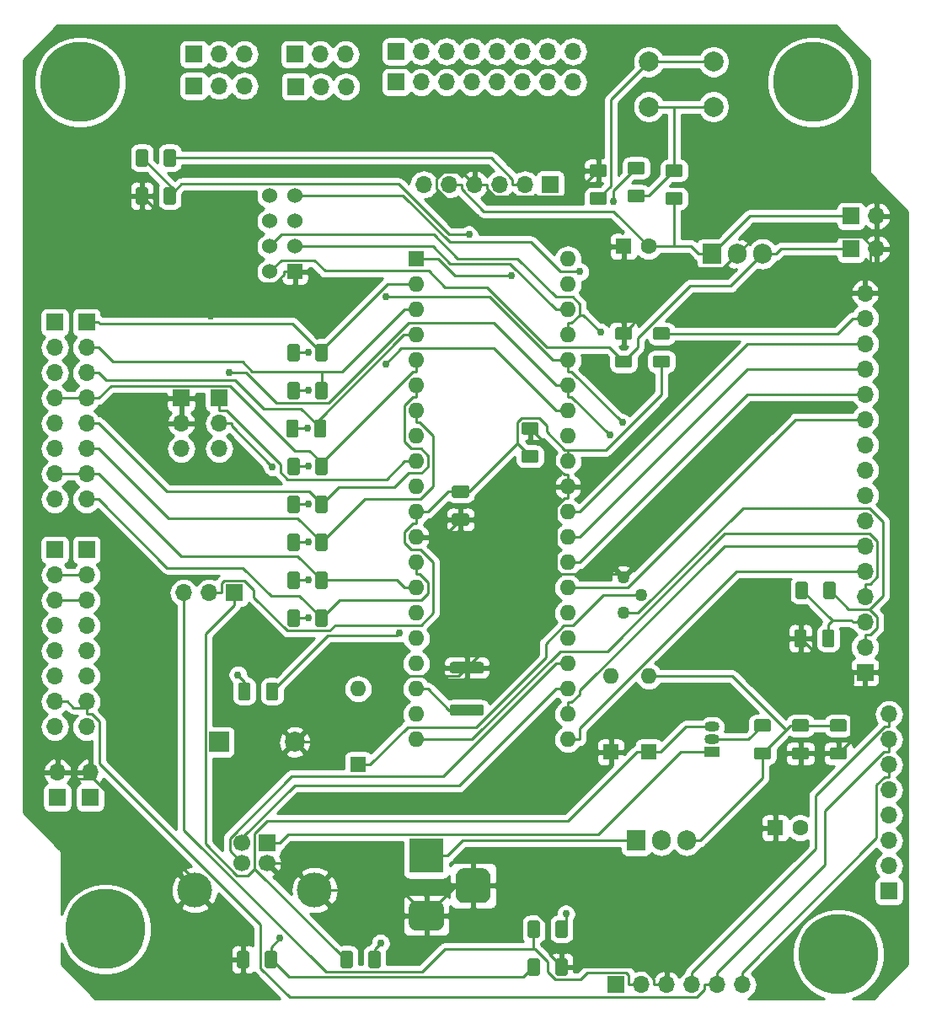
<source format=gbl>
G04 #@! TF.GenerationSoftware,KiCad,Pcbnew,5.1.2-f72e74a~84~ubuntu19.04.1*
G04 #@! TF.CreationDate,2019-06-29T01:26:47-05:00*
G04 #@! TF.ProjectId,pic18,70696331-382e-46b6-9963-61645f706362,rev?*
G04 #@! TF.SameCoordinates,Original*
G04 #@! TF.FileFunction,Copper,L2,Bot*
G04 #@! TF.FilePolarity,Positive*
%FSLAX46Y46*%
G04 Gerber Fmt 4.6, Leading zero omitted, Abs format (unit mm)*
G04 Created by KiCad (PCBNEW 5.1.2-f72e74a~84~ubuntu19.04.1) date 2019-06-29 01:26:47*
%MOMM*%
%LPD*%
G04 APERTURE LIST*
%ADD10R,1.524000X1.524000*%
%ADD11C,1.524000*%
%ADD12R,2.000000X2.000000*%
%ADD13C,2.000000*%
%ADD14R,1.700000X1.700000*%
%ADD15O,1.700000X1.700000*%
%ADD16C,1.700000*%
%ADD17C,3.500000*%
%ADD18R,3.500000X3.500000*%
%ADD19C,0.100000*%
%ADD20C,3.000000*%
%ADD21R,1.600000X1.600000*%
%ADD22O,1.600000X1.600000*%
%ADD23O,1.905000X2.000000*%
%ADD24R,1.905000X2.000000*%
%ADD25C,1.250000*%
%ADD26C,1.125000*%
%ADD27C,1.600000*%
%ADD28O,1.500000X1.050000*%
%ADD29R,1.500000X1.050000*%
%ADD30C,8.000000*%
%ADD31C,0.900000*%
%ADD32C,1.260000*%
%ADD33C,0.762000*%
%ADD34C,0.254000*%
G04 APERTURE END LIST*
D10*
X125730000Y-67310000D03*
D11*
X123190000Y-67310000D03*
X125730000Y-64770000D03*
X123190000Y-64770000D03*
X125730000Y-62230000D03*
X123190000Y-62230000D03*
X125730000Y-59690000D03*
X123190000Y-59690000D03*
D12*
X118110000Y-114554000D03*
D13*
X125710000Y-114554000D03*
D14*
X101600000Y-72390000D03*
D15*
X101600000Y-74930000D03*
X101600000Y-77470000D03*
X101600000Y-80010000D03*
X101600000Y-82550000D03*
X101600000Y-85090000D03*
X101600000Y-87630000D03*
X101600000Y-90170000D03*
X101600000Y-113030000D03*
X101600000Y-110490000D03*
X101600000Y-107950000D03*
X101600000Y-105410000D03*
X101600000Y-102870000D03*
X101600000Y-100330000D03*
X101600000Y-97790000D03*
D14*
X101600000Y-95250000D03*
X122936000Y-124714000D03*
D16*
X120436000Y-124714000D03*
X120436000Y-126714000D03*
X122936000Y-126714000D03*
D17*
X127706000Y-129424000D03*
X115666000Y-129424000D03*
D18*
X138938000Y-125984000D03*
D19*
G36*
X140011513Y-130487611D02*
G01*
X140084318Y-130498411D01*
X140155714Y-130516295D01*
X140225013Y-130541090D01*
X140291548Y-130572559D01*
X140354678Y-130610398D01*
X140413795Y-130654242D01*
X140468330Y-130703670D01*
X140517758Y-130758205D01*
X140561602Y-130817322D01*
X140599441Y-130880452D01*
X140630910Y-130946987D01*
X140655705Y-131016286D01*
X140673589Y-131087682D01*
X140684389Y-131160487D01*
X140688000Y-131234000D01*
X140688000Y-132734000D01*
X140684389Y-132807513D01*
X140673589Y-132880318D01*
X140655705Y-132951714D01*
X140630910Y-133021013D01*
X140599441Y-133087548D01*
X140561602Y-133150678D01*
X140517758Y-133209795D01*
X140468330Y-133264330D01*
X140413795Y-133313758D01*
X140354678Y-133357602D01*
X140291548Y-133395441D01*
X140225013Y-133426910D01*
X140155714Y-133451705D01*
X140084318Y-133469589D01*
X140011513Y-133480389D01*
X139938000Y-133484000D01*
X137938000Y-133484000D01*
X137864487Y-133480389D01*
X137791682Y-133469589D01*
X137720286Y-133451705D01*
X137650987Y-133426910D01*
X137584452Y-133395441D01*
X137521322Y-133357602D01*
X137462205Y-133313758D01*
X137407670Y-133264330D01*
X137358242Y-133209795D01*
X137314398Y-133150678D01*
X137276559Y-133087548D01*
X137245090Y-133021013D01*
X137220295Y-132951714D01*
X137202411Y-132880318D01*
X137191611Y-132807513D01*
X137188000Y-132734000D01*
X137188000Y-131234000D01*
X137191611Y-131160487D01*
X137202411Y-131087682D01*
X137220295Y-131016286D01*
X137245090Y-130946987D01*
X137276559Y-130880452D01*
X137314398Y-130817322D01*
X137358242Y-130758205D01*
X137407670Y-130703670D01*
X137462205Y-130654242D01*
X137521322Y-130610398D01*
X137584452Y-130572559D01*
X137650987Y-130541090D01*
X137720286Y-130516295D01*
X137791682Y-130498411D01*
X137864487Y-130487611D01*
X137938000Y-130484000D01*
X139938000Y-130484000D01*
X140011513Y-130487611D01*
X140011513Y-130487611D01*
G37*
D20*
X138938000Y-131984000D03*
D19*
G36*
X144598765Y-127238213D02*
G01*
X144683704Y-127250813D01*
X144766999Y-127271677D01*
X144847848Y-127300605D01*
X144925472Y-127337319D01*
X144999124Y-127381464D01*
X145068094Y-127432616D01*
X145131718Y-127490282D01*
X145189384Y-127553906D01*
X145240536Y-127622876D01*
X145284681Y-127696528D01*
X145321395Y-127774152D01*
X145350323Y-127855001D01*
X145371187Y-127938296D01*
X145383787Y-128023235D01*
X145388000Y-128109000D01*
X145388000Y-129859000D01*
X145383787Y-129944765D01*
X145371187Y-130029704D01*
X145350323Y-130112999D01*
X145321395Y-130193848D01*
X145284681Y-130271472D01*
X145240536Y-130345124D01*
X145189384Y-130414094D01*
X145131718Y-130477718D01*
X145068094Y-130535384D01*
X144999124Y-130586536D01*
X144925472Y-130630681D01*
X144847848Y-130667395D01*
X144766999Y-130696323D01*
X144683704Y-130717187D01*
X144598765Y-130729787D01*
X144513000Y-130734000D01*
X142763000Y-130734000D01*
X142677235Y-130729787D01*
X142592296Y-130717187D01*
X142509001Y-130696323D01*
X142428152Y-130667395D01*
X142350528Y-130630681D01*
X142276876Y-130586536D01*
X142207906Y-130535384D01*
X142144282Y-130477718D01*
X142086616Y-130414094D01*
X142035464Y-130345124D01*
X141991319Y-130271472D01*
X141954605Y-130193848D01*
X141925677Y-130112999D01*
X141904813Y-130029704D01*
X141892213Y-129944765D01*
X141888000Y-129859000D01*
X141888000Y-128109000D01*
X141892213Y-128023235D01*
X141904813Y-127938296D01*
X141925677Y-127855001D01*
X141954605Y-127774152D01*
X141991319Y-127696528D01*
X142035464Y-127622876D01*
X142086616Y-127553906D01*
X142144282Y-127490282D01*
X142207906Y-127432616D01*
X142276876Y-127381464D01*
X142350528Y-127337319D01*
X142428152Y-127300605D01*
X142509001Y-127271677D01*
X142592296Y-127250813D01*
X142677235Y-127238213D01*
X142763000Y-127234000D01*
X144513000Y-127234000D01*
X144598765Y-127238213D01*
X144598765Y-127238213D01*
G37*
D17*
X143638000Y-128984000D03*
D15*
X185420000Y-111760000D03*
X185420000Y-114300000D03*
X185420000Y-116840000D03*
X185420000Y-119380000D03*
X185420000Y-121920000D03*
X185420000Y-124460000D03*
X185420000Y-127000000D03*
D14*
X185420000Y-129540000D03*
X183007000Y-107569000D03*
D15*
X183007000Y-105029000D03*
X183007000Y-102489000D03*
X183007000Y-99949000D03*
X183007000Y-97409000D03*
X183007000Y-94869000D03*
X183007000Y-92329000D03*
X183007000Y-89789000D03*
X183007000Y-87249000D03*
X183007000Y-84709000D03*
X183007000Y-82169000D03*
X183007000Y-79629000D03*
X183007000Y-77089000D03*
X183007000Y-74549000D03*
X183007000Y-72009000D03*
X183007000Y-69469000D03*
D14*
X104775000Y-72390000D03*
D15*
X104775000Y-74930000D03*
X104775000Y-77470000D03*
X104775000Y-80010000D03*
X104775000Y-82550000D03*
X104775000Y-85090000D03*
X104775000Y-87630000D03*
X104775000Y-90170000D03*
X138684000Y-58547000D03*
X141224000Y-58547000D03*
X143764000Y-58547000D03*
X146304000Y-58547000D03*
X148844000Y-58547000D03*
D14*
X151384000Y-58547000D03*
D15*
X104775000Y-113030000D03*
X104775000Y-110490000D03*
X104775000Y-107950000D03*
X104775000Y-105410000D03*
X104775000Y-102870000D03*
X104775000Y-100330000D03*
X104775000Y-97790000D03*
D14*
X104775000Y-95250000D03*
D15*
X153670000Y-45180000D03*
X151130000Y-45180000D03*
X148590000Y-45180000D03*
X146050000Y-45180000D03*
X143510000Y-45180000D03*
X140970000Y-45180000D03*
X138430000Y-45180000D03*
D14*
X135890000Y-45180000D03*
D15*
X153670000Y-48270000D03*
X151130000Y-48270000D03*
X148590000Y-48270000D03*
X146050000Y-48270000D03*
X143510000Y-48270000D03*
X140970000Y-48270000D03*
X138430000Y-48270000D03*
D14*
X135890000Y-48270000D03*
X157988000Y-138938000D03*
D15*
X160528000Y-138938000D03*
X163068000Y-138938000D03*
X165608000Y-138938000D03*
X168148000Y-138938000D03*
X170688000Y-138938000D03*
D21*
X137922000Y-66040000D03*
D22*
X153162000Y-114300000D03*
X137922000Y-68580000D03*
X153162000Y-111760000D03*
X137922000Y-71120000D03*
X153162000Y-109220000D03*
X137922000Y-73660000D03*
X153162000Y-106680000D03*
X137922000Y-76200000D03*
X153162000Y-104140000D03*
X137922000Y-78740000D03*
X153162000Y-101600000D03*
X137922000Y-81280000D03*
X153162000Y-99060000D03*
X137922000Y-83820000D03*
X153162000Y-96520000D03*
X137922000Y-86360000D03*
X153162000Y-93980000D03*
X137922000Y-88900000D03*
X153162000Y-91440000D03*
X137922000Y-91440000D03*
X153162000Y-88900000D03*
X137922000Y-93980000D03*
X153162000Y-86360000D03*
X137922000Y-96520000D03*
X153162000Y-83820000D03*
X137922000Y-99060000D03*
X153162000Y-81280000D03*
X137922000Y-101600000D03*
X153162000Y-78740000D03*
X137922000Y-104140000D03*
X153162000Y-76200000D03*
X137922000Y-106680000D03*
X153162000Y-73660000D03*
X137922000Y-109220000D03*
X153162000Y-71120000D03*
X137922000Y-111760000D03*
X153162000Y-68580000D03*
X137922000Y-114300000D03*
X153162000Y-66040000D03*
D23*
X172720000Y-65532000D03*
X170180000Y-65532000D03*
D24*
X167640000Y-65532000D03*
X160020000Y-124460000D03*
D23*
X162560000Y-124460000D03*
X165100000Y-124460000D03*
D19*
G36*
X143016504Y-91581204D02*
G01*
X143040773Y-91584804D01*
X143064571Y-91590765D01*
X143087671Y-91599030D01*
X143109849Y-91609520D01*
X143130893Y-91622133D01*
X143150598Y-91636747D01*
X143168777Y-91653223D01*
X143185253Y-91671402D01*
X143199867Y-91691107D01*
X143212480Y-91712151D01*
X143222970Y-91734329D01*
X143231235Y-91757429D01*
X143237196Y-91781227D01*
X143240796Y-91805496D01*
X143242000Y-91830000D01*
X143242000Y-92580000D01*
X143240796Y-92604504D01*
X143237196Y-92628773D01*
X143231235Y-92652571D01*
X143222970Y-92675671D01*
X143212480Y-92697849D01*
X143199867Y-92718893D01*
X143185253Y-92738598D01*
X143168777Y-92756777D01*
X143150598Y-92773253D01*
X143130893Y-92787867D01*
X143109849Y-92800480D01*
X143087671Y-92810970D01*
X143064571Y-92819235D01*
X143040773Y-92825196D01*
X143016504Y-92828796D01*
X142992000Y-92830000D01*
X141742000Y-92830000D01*
X141717496Y-92828796D01*
X141693227Y-92825196D01*
X141669429Y-92819235D01*
X141646329Y-92810970D01*
X141624151Y-92800480D01*
X141603107Y-92787867D01*
X141583402Y-92773253D01*
X141565223Y-92756777D01*
X141548747Y-92738598D01*
X141534133Y-92718893D01*
X141521520Y-92697849D01*
X141511030Y-92675671D01*
X141502765Y-92652571D01*
X141496804Y-92628773D01*
X141493204Y-92604504D01*
X141492000Y-92580000D01*
X141492000Y-91830000D01*
X141493204Y-91805496D01*
X141496804Y-91781227D01*
X141502765Y-91757429D01*
X141511030Y-91734329D01*
X141521520Y-91712151D01*
X141534133Y-91691107D01*
X141548747Y-91671402D01*
X141565223Y-91653223D01*
X141583402Y-91636747D01*
X141603107Y-91622133D01*
X141624151Y-91609520D01*
X141646329Y-91599030D01*
X141669429Y-91590765D01*
X141693227Y-91584804D01*
X141717496Y-91581204D01*
X141742000Y-91580000D01*
X142992000Y-91580000D01*
X143016504Y-91581204D01*
X143016504Y-91581204D01*
G37*
D25*
X142367000Y-92205000D03*
D19*
G36*
X143016504Y-88781204D02*
G01*
X143040773Y-88784804D01*
X143064571Y-88790765D01*
X143087671Y-88799030D01*
X143109849Y-88809520D01*
X143130893Y-88822133D01*
X143150598Y-88836747D01*
X143168777Y-88853223D01*
X143185253Y-88871402D01*
X143199867Y-88891107D01*
X143212480Y-88912151D01*
X143222970Y-88934329D01*
X143231235Y-88957429D01*
X143237196Y-88981227D01*
X143240796Y-89005496D01*
X143242000Y-89030000D01*
X143242000Y-89780000D01*
X143240796Y-89804504D01*
X143237196Y-89828773D01*
X143231235Y-89852571D01*
X143222970Y-89875671D01*
X143212480Y-89897849D01*
X143199867Y-89918893D01*
X143185253Y-89938598D01*
X143168777Y-89956777D01*
X143150598Y-89973253D01*
X143130893Y-89987867D01*
X143109849Y-90000480D01*
X143087671Y-90010970D01*
X143064571Y-90019235D01*
X143040773Y-90025196D01*
X143016504Y-90028796D01*
X142992000Y-90030000D01*
X141742000Y-90030000D01*
X141717496Y-90028796D01*
X141693227Y-90025196D01*
X141669429Y-90019235D01*
X141646329Y-90010970D01*
X141624151Y-90000480D01*
X141603107Y-89987867D01*
X141583402Y-89973253D01*
X141565223Y-89956777D01*
X141548747Y-89938598D01*
X141534133Y-89918893D01*
X141521520Y-89897849D01*
X141511030Y-89875671D01*
X141502765Y-89852571D01*
X141496804Y-89828773D01*
X141493204Y-89804504D01*
X141492000Y-89780000D01*
X141492000Y-89030000D01*
X141493204Y-89005496D01*
X141496804Y-88981227D01*
X141502765Y-88957429D01*
X141511030Y-88934329D01*
X141521520Y-88912151D01*
X141534133Y-88891107D01*
X141548747Y-88871402D01*
X141565223Y-88853223D01*
X141583402Y-88836747D01*
X141603107Y-88822133D01*
X141624151Y-88809520D01*
X141646329Y-88799030D01*
X141669429Y-88790765D01*
X141693227Y-88784804D01*
X141717496Y-88781204D01*
X141742000Y-88780000D01*
X142992000Y-88780000D01*
X143016504Y-88781204D01*
X143016504Y-88781204D01*
G37*
D25*
X142367000Y-89405000D03*
D19*
G36*
X144476505Y-110796204D02*
G01*
X144500773Y-110799804D01*
X144524572Y-110805765D01*
X144547671Y-110814030D01*
X144569850Y-110824520D01*
X144590893Y-110837132D01*
X144610599Y-110851747D01*
X144628777Y-110868223D01*
X144645253Y-110886401D01*
X144659868Y-110906107D01*
X144672480Y-110927150D01*
X144682970Y-110949329D01*
X144691235Y-110972428D01*
X144697196Y-110996227D01*
X144700796Y-111020495D01*
X144702000Y-111044999D01*
X144702000Y-111670001D01*
X144700796Y-111694505D01*
X144697196Y-111718773D01*
X144691235Y-111742572D01*
X144682970Y-111765671D01*
X144672480Y-111787850D01*
X144659868Y-111808893D01*
X144645253Y-111828599D01*
X144628777Y-111846777D01*
X144610599Y-111863253D01*
X144590893Y-111877868D01*
X144569850Y-111890480D01*
X144547671Y-111900970D01*
X144524572Y-111909235D01*
X144500773Y-111915196D01*
X144476505Y-111918796D01*
X144452001Y-111920000D01*
X141551999Y-111920000D01*
X141527495Y-111918796D01*
X141503227Y-111915196D01*
X141479428Y-111909235D01*
X141456329Y-111900970D01*
X141434150Y-111890480D01*
X141413107Y-111877868D01*
X141393401Y-111863253D01*
X141375223Y-111846777D01*
X141358747Y-111828599D01*
X141344132Y-111808893D01*
X141331520Y-111787850D01*
X141321030Y-111765671D01*
X141312765Y-111742572D01*
X141306804Y-111718773D01*
X141303204Y-111694505D01*
X141302000Y-111670001D01*
X141302000Y-111044999D01*
X141303204Y-111020495D01*
X141306804Y-110996227D01*
X141312765Y-110972428D01*
X141321030Y-110949329D01*
X141331520Y-110927150D01*
X141344132Y-110906107D01*
X141358747Y-110886401D01*
X141375223Y-110868223D01*
X141393401Y-110851747D01*
X141413107Y-110837132D01*
X141434150Y-110824520D01*
X141456329Y-110814030D01*
X141479428Y-110805765D01*
X141503227Y-110799804D01*
X141527495Y-110796204D01*
X141551999Y-110795000D01*
X144452001Y-110795000D01*
X144476505Y-110796204D01*
X144476505Y-110796204D01*
G37*
D26*
X143002000Y-111357500D03*
D19*
G36*
X144476505Y-106521204D02*
G01*
X144500773Y-106524804D01*
X144524572Y-106530765D01*
X144547671Y-106539030D01*
X144569850Y-106549520D01*
X144590893Y-106562132D01*
X144610599Y-106576747D01*
X144628777Y-106593223D01*
X144645253Y-106611401D01*
X144659868Y-106631107D01*
X144672480Y-106652150D01*
X144682970Y-106674329D01*
X144691235Y-106697428D01*
X144697196Y-106721227D01*
X144700796Y-106745495D01*
X144702000Y-106769999D01*
X144702000Y-107395001D01*
X144700796Y-107419505D01*
X144697196Y-107443773D01*
X144691235Y-107467572D01*
X144682970Y-107490671D01*
X144672480Y-107512850D01*
X144659868Y-107533893D01*
X144645253Y-107553599D01*
X144628777Y-107571777D01*
X144610599Y-107588253D01*
X144590893Y-107602868D01*
X144569850Y-107615480D01*
X144547671Y-107625970D01*
X144524572Y-107634235D01*
X144500773Y-107640196D01*
X144476505Y-107643796D01*
X144452001Y-107645000D01*
X141551999Y-107645000D01*
X141527495Y-107643796D01*
X141503227Y-107640196D01*
X141479428Y-107634235D01*
X141456329Y-107625970D01*
X141434150Y-107615480D01*
X141413107Y-107602868D01*
X141393401Y-107588253D01*
X141375223Y-107571777D01*
X141358747Y-107553599D01*
X141344132Y-107533893D01*
X141331520Y-107512850D01*
X141321030Y-107490671D01*
X141312765Y-107467572D01*
X141306804Y-107443773D01*
X141303204Y-107419505D01*
X141302000Y-107395001D01*
X141302000Y-106769999D01*
X141303204Y-106745495D01*
X141306804Y-106721227D01*
X141312765Y-106697428D01*
X141321030Y-106674329D01*
X141331520Y-106652150D01*
X141344132Y-106631107D01*
X141358747Y-106611401D01*
X141375223Y-106593223D01*
X141393401Y-106576747D01*
X141413107Y-106562132D01*
X141434150Y-106549520D01*
X141456329Y-106539030D01*
X141479428Y-106530765D01*
X141503227Y-106524804D01*
X141527495Y-106521204D01*
X141551999Y-106520000D01*
X144452001Y-106520000D01*
X144476505Y-106521204D01*
X144476505Y-106521204D01*
G37*
D26*
X143002000Y-107082500D03*
D19*
G36*
X180989504Y-115076204D02*
G01*
X181013773Y-115079804D01*
X181037571Y-115085765D01*
X181060671Y-115094030D01*
X181082849Y-115104520D01*
X181103893Y-115117133D01*
X181123598Y-115131747D01*
X181141777Y-115148223D01*
X181158253Y-115166402D01*
X181172867Y-115186107D01*
X181185480Y-115207151D01*
X181195970Y-115229329D01*
X181204235Y-115252429D01*
X181210196Y-115276227D01*
X181213796Y-115300496D01*
X181215000Y-115325000D01*
X181215000Y-116075000D01*
X181213796Y-116099504D01*
X181210196Y-116123773D01*
X181204235Y-116147571D01*
X181195970Y-116170671D01*
X181185480Y-116192849D01*
X181172867Y-116213893D01*
X181158253Y-116233598D01*
X181141777Y-116251777D01*
X181123598Y-116268253D01*
X181103893Y-116282867D01*
X181082849Y-116295480D01*
X181060671Y-116305970D01*
X181037571Y-116314235D01*
X181013773Y-116320196D01*
X180989504Y-116323796D01*
X180965000Y-116325000D01*
X179715000Y-116325000D01*
X179690496Y-116323796D01*
X179666227Y-116320196D01*
X179642429Y-116314235D01*
X179619329Y-116305970D01*
X179597151Y-116295480D01*
X179576107Y-116282867D01*
X179556402Y-116268253D01*
X179538223Y-116251777D01*
X179521747Y-116233598D01*
X179507133Y-116213893D01*
X179494520Y-116192849D01*
X179484030Y-116170671D01*
X179475765Y-116147571D01*
X179469804Y-116123773D01*
X179466204Y-116099504D01*
X179465000Y-116075000D01*
X179465000Y-115325000D01*
X179466204Y-115300496D01*
X179469804Y-115276227D01*
X179475765Y-115252429D01*
X179484030Y-115229329D01*
X179494520Y-115207151D01*
X179507133Y-115186107D01*
X179521747Y-115166402D01*
X179538223Y-115148223D01*
X179556402Y-115131747D01*
X179576107Y-115117133D01*
X179597151Y-115104520D01*
X179619329Y-115094030D01*
X179642429Y-115085765D01*
X179666227Y-115079804D01*
X179690496Y-115076204D01*
X179715000Y-115075000D01*
X180965000Y-115075000D01*
X180989504Y-115076204D01*
X180989504Y-115076204D01*
G37*
D25*
X180340000Y-115700000D03*
D19*
G36*
X180989504Y-112276204D02*
G01*
X181013773Y-112279804D01*
X181037571Y-112285765D01*
X181060671Y-112294030D01*
X181082849Y-112304520D01*
X181103893Y-112317133D01*
X181123598Y-112331747D01*
X181141777Y-112348223D01*
X181158253Y-112366402D01*
X181172867Y-112386107D01*
X181185480Y-112407151D01*
X181195970Y-112429329D01*
X181204235Y-112452429D01*
X181210196Y-112476227D01*
X181213796Y-112500496D01*
X181215000Y-112525000D01*
X181215000Y-113275000D01*
X181213796Y-113299504D01*
X181210196Y-113323773D01*
X181204235Y-113347571D01*
X181195970Y-113370671D01*
X181185480Y-113392849D01*
X181172867Y-113413893D01*
X181158253Y-113433598D01*
X181141777Y-113451777D01*
X181123598Y-113468253D01*
X181103893Y-113482867D01*
X181082849Y-113495480D01*
X181060671Y-113505970D01*
X181037571Y-113514235D01*
X181013773Y-113520196D01*
X180989504Y-113523796D01*
X180965000Y-113525000D01*
X179715000Y-113525000D01*
X179690496Y-113523796D01*
X179666227Y-113520196D01*
X179642429Y-113514235D01*
X179619329Y-113505970D01*
X179597151Y-113495480D01*
X179576107Y-113482867D01*
X179556402Y-113468253D01*
X179538223Y-113451777D01*
X179521747Y-113433598D01*
X179507133Y-113413893D01*
X179494520Y-113392849D01*
X179484030Y-113370671D01*
X179475765Y-113347571D01*
X179469804Y-113323773D01*
X179466204Y-113299504D01*
X179465000Y-113275000D01*
X179465000Y-112525000D01*
X179466204Y-112500496D01*
X179469804Y-112476227D01*
X179475765Y-112452429D01*
X179484030Y-112429329D01*
X179494520Y-112407151D01*
X179507133Y-112386107D01*
X179521747Y-112366402D01*
X179538223Y-112348223D01*
X179556402Y-112331747D01*
X179576107Y-112317133D01*
X179597151Y-112304520D01*
X179619329Y-112294030D01*
X179642429Y-112285765D01*
X179666227Y-112279804D01*
X179690496Y-112276204D01*
X179715000Y-112275000D01*
X180965000Y-112275000D01*
X180989504Y-112276204D01*
X180989504Y-112276204D01*
G37*
D25*
X180340000Y-112900000D03*
D21*
X173990000Y-123190000D03*
D27*
X176490000Y-123190000D03*
D19*
G36*
X150001504Y-85231204D02*
G01*
X150025773Y-85234804D01*
X150049571Y-85240765D01*
X150072671Y-85249030D01*
X150094849Y-85259520D01*
X150115893Y-85272133D01*
X150135598Y-85286747D01*
X150153777Y-85303223D01*
X150170253Y-85321402D01*
X150184867Y-85341107D01*
X150197480Y-85362151D01*
X150207970Y-85384329D01*
X150216235Y-85407429D01*
X150222196Y-85431227D01*
X150225796Y-85455496D01*
X150227000Y-85480000D01*
X150227000Y-86230000D01*
X150225796Y-86254504D01*
X150222196Y-86278773D01*
X150216235Y-86302571D01*
X150207970Y-86325671D01*
X150197480Y-86347849D01*
X150184867Y-86368893D01*
X150170253Y-86388598D01*
X150153777Y-86406777D01*
X150135598Y-86423253D01*
X150115893Y-86437867D01*
X150094849Y-86450480D01*
X150072671Y-86460970D01*
X150049571Y-86469235D01*
X150025773Y-86475196D01*
X150001504Y-86478796D01*
X149977000Y-86480000D01*
X148727000Y-86480000D01*
X148702496Y-86478796D01*
X148678227Y-86475196D01*
X148654429Y-86469235D01*
X148631329Y-86460970D01*
X148609151Y-86450480D01*
X148588107Y-86437867D01*
X148568402Y-86423253D01*
X148550223Y-86406777D01*
X148533747Y-86388598D01*
X148519133Y-86368893D01*
X148506520Y-86347849D01*
X148496030Y-86325671D01*
X148487765Y-86302571D01*
X148481804Y-86278773D01*
X148478204Y-86254504D01*
X148477000Y-86230000D01*
X148477000Y-85480000D01*
X148478204Y-85455496D01*
X148481804Y-85431227D01*
X148487765Y-85407429D01*
X148496030Y-85384329D01*
X148506520Y-85362151D01*
X148519133Y-85341107D01*
X148533747Y-85321402D01*
X148550223Y-85303223D01*
X148568402Y-85286747D01*
X148588107Y-85272133D01*
X148609151Y-85259520D01*
X148631329Y-85249030D01*
X148654429Y-85240765D01*
X148678227Y-85234804D01*
X148702496Y-85231204D01*
X148727000Y-85230000D01*
X149977000Y-85230000D01*
X150001504Y-85231204D01*
X150001504Y-85231204D01*
G37*
D25*
X149352000Y-85855000D03*
D19*
G36*
X150001504Y-82431204D02*
G01*
X150025773Y-82434804D01*
X150049571Y-82440765D01*
X150072671Y-82449030D01*
X150094849Y-82459520D01*
X150115893Y-82472133D01*
X150135598Y-82486747D01*
X150153777Y-82503223D01*
X150170253Y-82521402D01*
X150184867Y-82541107D01*
X150197480Y-82562151D01*
X150207970Y-82584329D01*
X150216235Y-82607429D01*
X150222196Y-82631227D01*
X150225796Y-82655496D01*
X150227000Y-82680000D01*
X150227000Y-83430000D01*
X150225796Y-83454504D01*
X150222196Y-83478773D01*
X150216235Y-83502571D01*
X150207970Y-83525671D01*
X150197480Y-83547849D01*
X150184867Y-83568893D01*
X150170253Y-83588598D01*
X150153777Y-83606777D01*
X150135598Y-83623253D01*
X150115893Y-83637867D01*
X150094849Y-83650480D01*
X150072671Y-83660970D01*
X150049571Y-83669235D01*
X150025773Y-83675196D01*
X150001504Y-83678796D01*
X149977000Y-83680000D01*
X148727000Y-83680000D01*
X148702496Y-83678796D01*
X148678227Y-83675196D01*
X148654429Y-83669235D01*
X148631329Y-83660970D01*
X148609151Y-83650480D01*
X148588107Y-83637867D01*
X148568402Y-83623253D01*
X148550223Y-83606777D01*
X148533747Y-83588598D01*
X148519133Y-83568893D01*
X148506520Y-83547849D01*
X148496030Y-83525671D01*
X148487765Y-83502571D01*
X148481804Y-83478773D01*
X148478204Y-83454504D01*
X148477000Y-83430000D01*
X148477000Y-82680000D01*
X148478204Y-82655496D01*
X148481804Y-82631227D01*
X148487765Y-82607429D01*
X148496030Y-82584329D01*
X148506520Y-82562151D01*
X148519133Y-82541107D01*
X148533747Y-82521402D01*
X148550223Y-82503223D01*
X148568402Y-82486747D01*
X148588107Y-82472133D01*
X148609151Y-82459520D01*
X148631329Y-82449030D01*
X148654429Y-82440765D01*
X148678227Y-82434804D01*
X148702496Y-82431204D01*
X148727000Y-82430000D01*
X149977000Y-82430000D01*
X150001504Y-82431204D01*
X150001504Y-82431204D01*
G37*
D25*
X149352000Y-83055000D03*
D19*
G36*
X159399504Y-75706204D02*
G01*
X159423773Y-75709804D01*
X159447571Y-75715765D01*
X159470671Y-75724030D01*
X159492849Y-75734520D01*
X159513893Y-75747133D01*
X159533598Y-75761747D01*
X159551777Y-75778223D01*
X159568253Y-75796402D01*
X159582867Y-75816107D01*
X159595480Y-75837151D01*
X159605970Y-75859329D01*
X159614235Y-75882429D01*
X159620196Y-75906227D01*
X159623796Y-75930496D01*
X159625000Y-75955000D01*
X159625000Y-76705000D01*
X159623796Y-76729504D01*
X159620196Y-76753773D01*
X159614235Y-76777571D01*
X159605970Y-76800671D01*
X159595480Y-76822849D01*
X159582867Y-76843893D01*
X159568253Y-76863598D01*
X159551777Y-76881777D01*
X159533598Y-76898253D01*
X159513893Y-76912867D01*
X159492849Y-76925480D01*
X159470671Y-76935970D01*
X159447571Y-76944235D01*
X159423773Y-76950196D01*
X159399504Y-76953796D01*
X159375000Y-76955000D01*
X158125000Y-76955000D01*
X158100496Y-76953796D01*
X158076227Y-76950196D01*
X158052429Y-76944235D01*
X158029329Y-76935970D01*
X158007151Y-76925480D01*
X157986107Y-76912867D01*
X157966402Y-76898253D01*
X157948223Y-76881777D01*
X157931747Y-76863598D01*
X157917133Y-76843893D01*
X157904520Y-76822849D01*
X157894030Y-76800671D01*
X157885765Y-76777571D01*
X157879804Y-76753773D01*
X157876204Y-76729504D01*
X157875000Y-76705000D01*
X157875000Y-75955000D01*
X157876204Y-75930496D01*
X157879804Y-75906227D01*
X157885765Y-75882429D01*
X157894030Y-75859329D01*
X157904520Y-75837151D01*
X157917133Y-75816107D01*
X157931747Y-75796402D01*
X157948223Y-75778223D01*
X157966402Y-75761747D01*
X157986107Y-75747133D01*
X158007151Y-75734520D01*
X158029329Y-75724030D01*
X158052429Y-75715765D01*
X158076227Y-75709804D01*
X158100496Y-75706204D01*
X158125000Y-75705000D01*
X159375000Y-75705000D01*
X159399504Y-75706204D01*
X159399504Y-75706204D01*
G37*
D25*
X158750000Y-76330000D03*
D19*
G36*
X159399504Y-72906204D02*
G01*
X159423773Y-72909804D01*
X159447571Y-72915765D01*
X159470671Y-72924030D01*
X159492849Y-72934520D01*
X159513893Y-72947133D01*
X159533598Y-72961747D01*
X159551777Y-72978223D01*
X159568253Y-72996402D01*
X159582867Y-73016107D01*
X159595480Y-73037151D01*
X159605970Y-73059329D01*
X159614235Y-73082429D01*
X159620196Y-73106227D01*
X159623796Y-73130496D01*
X159625000Y-73155000D01*
X159625000Y-73905000D01*
X159623796Y-73929504D01*
X159620196Y-73953773D01*
X159614235Y-73977571D01*
X159605970Y-74000671D01*
X159595480Y-74022849D01*
X159582867Y-74043893D01*
X159568253Y-74063598D01*
X159551777Y-74081777D01*
X159533598Y-74098253D01*
X159513893Y-74112867D01*
X159492849Y-74125480D01*
X159470671Y-74135970D01*
X159447571Y-74144235D01*
X159423773Y-74150196D01*
X159399504Y-74153796D01*
X159375000Y-74155000D01*
X158125000Y-74155000D01*
X158100496Y-74153796D01*
X158076227Y-74150196D01*
X158052429Y-74144235D01*
X158029329Y-74135970D01*
X158007151Y-74125480D01*
X157986107Y-74112867D01*
X157966402Y-74098253D01*
X157948223Y-74081777D01*
X157931747Y-74063598D01*
X157917133Y-74043893D01*
X157904520Y-74022849D01*
X157894030Y-74000671D01*
X157885765Y-73977571D01*
X157879804Y-73953773D01*
X157876204Y-73929504D01*
X157875000Y-73905000D01*
X157875000Y-73155000D01*
X157876204Y-73130496D01*
X157879804Y-73106227D01*
X157885765Y-73082429D01*
X157894030Y-73059329D01*
X157904520Y-73037151D01*
X157917133Y-73016107D01*
X157931747Y-72996402D01*
X157948223Y-72978223D01*
X157966402Y-72961747D01*
X157986107Y-72947133D01*
X158007151Y-72934520D01*
X158029329Y-72924030D01*
X158052429Y-72915765D01*
X158076227Y-72909804D01*
X158100496Y-72906204D01*
X158125000Y-72905000D01*
X159375000Y-72905000D01*
X159399504Y-72906204D01*
X159399504Y-72906204D01*
G37*
D25*
X158750000Y-73530000D03*
D19*
G36*
X156859504Y-59326204D02*
G01*
X156883773Y-59329804D01*
X156907571Y-59335765D01*
X156930671Y-59344030D01*
X156952849Y-59354520D01*
X156973893Y-59367133D01*
X156993598Y-59381747D01*
X157011777Y-59398223D01*
X157028253Y-59416402D01*
X157042867Y-59436107D01*
X157055480Y-59457151D01*
X157065970Y-59479329D01*
X157074235Y-59502429D01*
X157080196Y-59526227D01*
X157083796Y-59550496D01*
X157085000Y-59575000D01*
X157085000Y-60325000D01*
X157083796Y-60349504D01*
X157080196Y-60373773D01*
X157074235Y-60397571D01*
X157065970Y-60420671D01*
X157055480Y-60442849D01*
X157042867Y-60463893D01*
X157028253Y-60483598D01*
X157011777Y-60501777D01*
X156993598Y-60518253D01*
X156973893Y-60532867D01*
X156952849Y-60545480D01*
X156930671Y-60555970D01*
X156907571Y-60564235D01*
X156883773Y-60570196D01*
X156859504Y-60573796D01*
X156835000Y-60575000D01*
X155585000Y-60575000D01*
X155560496Y-60573796D01*
X155536227Y-60570196D01*
X155512429Y-60564235D01*
X155489329Y-60555970D01*
X155467151Y-60545480D01*
X155446107Y-60532867D01*
X155426402Y-60518253D01*
X155408223Y-60501777D01*
X155391747Y-60483598D01*
X155377133Y-60463893D01*
X155364520Y-60442849D01*
X155354030Y-60420671D01*
X155345765Y-60397571D01*
X155339804Y-60373773D01*
X155336204Y-60349504D01*
X155335000Y-60325000D01*
X155335000Y-59575000D01*
X155336204Y-59550496D01*
X155339804Y-59526227D01*
X155345765Y-59502429D01*
X155354030Y-59479329D01*
X155364520Y-59457151D01*
X155377133Y-59436107D01*
X155391747Y-59416402D01*
X155408223Y-59398223D01*
X155426402Y-59381747D01*
X155446107Y-59367133D01*
X155467151Y-59354520D01*
X155489329Y-59344030D01*
X155512429Y-59335765D01*
X155536227Y-59329804D01*
X155560496Y-59326204D01*
X155585000Y-59325000D01*
X156835000Y-59325000D01*
X156859504Y-59326204D01*
X156859504Y-59326204D01*
G37*
D25*
X156210000Y-59950000D03*
D19*
G36*
X156859504Y-56526204D02*
G01*
X156883773Y-56529804D01*
X156907571Y-56535765D01*
X156930671Y-56544030D01*
X156952849Y-56554520D01*
X156973893Y-56567133D01*
X156993598Y-56581747D01*
X157011777Y-56598223D01*
X157028253Y-56616402D01*
X157042867Y-56636107D01*
X157055480Y-56657151D01*
X157065970Y-56679329D01*
X157074235Y-56702429D01*
X157080196Y-56726227D01*
X157083796Y-56750496D01*
X157085000Y-56775000D01*
X157085000Y-57525000D01*
X157083796Y-57549504D01*
X157080196Y-57573773D01*
X157074235Y-57597571D01*
X157065970Y-57620671D01*
X157055480Y-57642849D01*
X157042867Y-57663893D01*
X157028253Y-57683598D01*
X157011777Y-57701777D01*
X156993598Y-57718253D01*
X156973893Y-57732867D01*
X156952849Y-57745480D01*
X156930671Y-57755970D01*
X156907571Y-57764235D01*
X156883773Y-57770196D01*
X156859504Y-57773796D01*
X156835000Y-57775000D01*
X155585000Y-57775000D01*
X155560496Y-57773796D01*
X155536227Y-57770196D01*
X155512429Y-57764235D01*
X155489329Y-57755970D01*
X155467151Y-57745480D01*
X155446107Y-57732867D01*
X155426402Y-57718253D01*
X155408223Y-57701777D01*
X155391747Y-57683598D01*
X155377133Y-57663893D01*
X155364520Y-57642849D01*
X155354030Y-57620671D01*
X155345765Y-57597571D01*
X155339804Y-57573773D01*
X155336204Y-57549504D01*
X155335000Y-57525000D01*
X155335000Y-56775000D01*
X155336204Y-56750496D01*
X155339804Y-56726227D01*
X155345765Y-56702429D01*
X155354030Y-56679329D01*
X155364520Y-56657151D01*
X155377133Y-56636107D01*
X155391747Y-56616402D01*
X155408223Y-56598223D01*
X155426402Y-56581747D01*
X155446107Y-56567133D01*
X155467151Y-56554520D01*
X155489329Y-56544030D01*
X155512429Y-56535765D01*
X155536227Y-56529804D01*
X155560496Y-56526204D01*
X155585000Y-56525000D01*
X156835000Y-56525000D01*
X156859504Y-56526204D01*
X156859504Y-56526204D01*
G37*
D25*
X156210000Y-57150000D03*
D21*
X157480000Y-115570000D03*
D22*
X157480000Y-107950000D03*
X161290000Y-107950000D03*
D21*
X161290000Y-115570000D03*
D14*
X119634000Y-99568000D03*
D15*
X117094000Y-99568000D03*
X114554000Y-99568000D03*
X184150000Y-61722000D03*
D14*
X181610000Y-61722000D03*
X181610000Y-65024000D03*
D15*
X184150000Y-65024000D03*
D14*
X101854000Y-120142000D03*
D15*
X101854000Y-117602000D03*
X105156000Y-117602000D03*
D14*
X105156000Y-120142000D03*
X115570000Y-48650000D03*
D15*
X118110000Y-48650000D03*
X120650000Y-48650000D03*
X120650000Y-45450000D03*
X118110000Y-45450000D03*
D14*
X115570000Y-45450000D03*
D28*
X167640000Y-114300000D03*
X167640000Y-113030000D03*
D29*
X167640000Y-115570000D03*
D19*
G36*
X123719504Y-135524204D02*
G01*
X123743773Y-135527804D01*
X123767571Y-135533765D01*
X123790671Y-135542030D01*
X123812849Y-135552520D01*
X123833893Y-135565133D01*
X123853598Y-135579747D01*
X123871777Y-135596223D01*
X123888253Y-135614402D01*
X123902867Y-135634107D01*
X123915480Y-135655151D01*
X123925970Y-135677329D01*
X123934235Y-135700429D01*
X123940196Y-135724227D01*
X123943796Y-135748496D01*
X123945000Y-135773000D01*
X123945000Y-137023000D01*
X123943796Y-137047504D01*
X123940196Y-137071773D01*
X123934235Y-137095571D01*
X123925970Y-137118671D01*
X123915480Y-137140849D01*
X123902867Y-137161893D01*
X123888253Y-137181598D01*
X123871777Y-137199777D01*
X123853598Y-137216253D01*
X123833893Y-137230867D01*
X123812849Y-137243480D01*
X123790671Y-137253970D01*
X123767571Y-137262235D01*
X123743773Y-137268196D01*
X123719504Y-137271796D01*
X123695000Y-137273000D01*
X122945000Y-137273000D01*
X122920496Y-137271796D01*
X122896227Y-137268196D01*
X122872429Y-137262235D01*
X122849329Y-137253970D01*
X122827151Y-137243480D01*
X122806107Y-137230867D01*
X122786402Y-137216253D01*
X122768223Y-137199777D01*
X122751747Y-137181598D01*
X122737133Y-137161893D01*
X122724520Y-137140849D01*
X122714030Y-137118671D01*
X122705765Y-137095571D01*
X122699804Y-137071773D01*
X122696204Y-137047504D01*
X122695000Y-137023000D01*
X122695000Y-135773000D01*
X122696204Y-135748496D01*
X122699804Y-135724227D01*
X122705765Y-135700429D01*
X122714030Y-135677329D01*
X122724520Y-135655151D01*
X122737133Y-135634107D01*
X122751747Y-135614402D01*
X122768223Y-135596223D01*
X122786402Y-135579747D01*
X122806107Y-135565133D01*
X122827151Y-135552520D01*
X122849329Y-135542030D01*
X122872429Y-135533765D01*
X122896227Y-135527804D01*
X122920496Y-135524204D01*
X122945000Y-135523000D01*
X123695000Y-135523000D01*
X123719504Y-135524204D01*
X123719504Y-135524204D01*
G37*
D25*
X123320000Y-136398000D03*
D19*
G36*
X120919504Y-135524204D02*
G01*
X120943773Y-135527804D01*
X120967571Y-135533765D01*
X120990671Y-135542030D01*
X121012849Y-135552520D01*
X121033893Y-135565133D01*
X121053598Y-135579747D01*
X121071777Y-135596223D01*
X121088253Y-135614402D01*
X121102867Y-135634107D01*
X121115480Y-135655151D01*
X121125970Y-135677329D01*
X121134235Y-135700429D01*
X121140196Y-135724227D01*
X121143796Y-135748496D01*
X121145000Y-135773000D01*
X121145000Y-137023000D01*
X121143796Y-137047504D01*
X121140196Y-137071773D01*
X121134235Y-137095571D01*
X121125970Y-137118671D01*
X121115480Y-137140849D01*
X121102867Y-137161893D01*
X121088253Y-137181598D01*
X121071777Y-137199777D01*
X121053598Y-137216253D01*
X121033893Y-137230867D01*
X121012849Y-137243480D01*
X120990671Y-137253970D01*
X120967571Y-137262235D01*
X120943773Y-137268196D01*
X120919504Y-137271796D01*
X120895000Y-137273000D01*
X120145000Y-137273000D01*
X120120496Y-137271796D01*
X120096227Y-137268196D01*
X120072429Y-137262235D01*
X120049329Y-137253970D01*
X120027151Y-137243480D01*
X120006107Y-137230867D01*
X119986402Y-137216253D01*
X119968223Y-137199777D01*
X119951747Y-137181598D01*
X119937133Y-137161893D01*
X119924520Y-137140849D01*
X119914030Y-137118671D01*
X119905765Y-137095571D01*
X119899804Y-137071773D01*
X119896204Y-137047504D01*
X119895000Y-137023000D01*
X119895000Y-135773000D01*
X119896204Y-135748496D01*
X119899804Y-135724227D01*
X119905765Y-135700429D01*
X119914030Y-135677329D01*
X119924520Y-135655151D01*
X119937133Y-135634107D01*
X119951747Y-135614402D01*
X119968223Y-135596223D01*
X119986402Y-135579747D01*
X120006107Y-135565133D01*
X120027151Y-135552520D01*
X120049329Y-135542030D01*
X120072429Y-135533765D01*
X120096227Y-135527804D01*
X120120496Y-135524204D01*
X120145000Y-135523000D01*
X120895000Y-135523000D01*
X120919504Y-135524204D01*
X120919504Y-135524204D01*
G37*
D25*
X120520000Y-136398000D03*
D19*
G36*
X177179504Y-115076204D02*
G01*
X177203773Y-115079804D01*
X177227571Y-115085765D01*
X177250671Y-115094030D01*
X177272849Y-115104520D01*
X177293893Y-115117133D01*
X177313598Y-115131747D01*
X177331777Y-115148223D01*
X177348253Y-115166402D01*
X177362867Y-115186107D01*
X177375480Y-115207151D01*
X177385970Y-115229329D01*
X177394235Y-115252429D01*
X177400196Y-115276227D01*
X177403796Y-115300496D01*
X177405000Y-115325000D01*
X177405000Y-116075000D01*
X177403796Y-116099504D01*
X177400196Y-116123773D01*
X177394235Y-116147571D01*
X177385970Y-116170671D01*
X177375480Y-116192849D01*
X177362867Y-116213893D01*
X177348253Y-116233598D01*
X177331777Y-116251777D01*
X177313598Y-116268253D01*
X177293893Y-116282867D01*
X177272849Y-116295480D01*
X177250671Y-116305970D01*
X177227571Y-116314235D01*
X177203773Y-116320196D01*
X177179504Y-116323796D01*
X177155000Y-116325000D01*
X175905000Y-116325000D01*
X175880496Y-116323796D01*
X175856227Y-116320196D01*
X175832429Y-116314235D01*
X175809329Y-116305970D01*
X175787151Y-116295480D01*
X175766107Y-116282867D01*
X175746402Y-116268253D01*
X175728223Y-116251777D01*
X175711747Y-116233598D01*
X175697133Y-116213893D01*
X175684520Y-116192849D01*
X175674030Y-116170671D01*
X175665765Y-116147571D01*
X175659804Y-116123773D01*
X175656204Y-116099504D01*
X175655000Y-116075000D01*
X175655000Y-115325000D01*
X175656204Y-115300496D01*
X175659804Y-115276227D01*
X175665765Y-115252429D01*
X175674030Y-115229329D01*
X175684520Y-115207151D01*
X175697133Y-115186107D01*
X175711747Y-115166402D01*
X175728223Y-115148223D01*
X175746402Y-115131747D01*
X175766107Y-115117133D01*
X175787151Y-115104520D01*
X175809329Y-115094030D01*
X175832429Y-115085765D01*
X175856227Y-115079804D01*
X175880496Y-115076204D01*
X175905000Y-115075000D01*
X177155000Y-115075000D01*
X177179504Y-115076204D01*
X177179504Y-115076204D01*
G37*
D25*
X176530000Y-115700000D03*
D19*
G36*
X177179504Y-112276204D02*
G01*
X177203773Y-112279804D01*
X177227571Y-112285765D01*
X177250671Y-112294030D01*
X177272849Y-112304520D01*
X177293893Y-112317133D01*
X177313598Y-112331747D01*
X177331777Y-112348223D01*
X177348253Y-112366402D01*
X177362867Y-112386107D01*
X177375480Y-112407151D01*
X177385970Y-112429329D01*
X177394235Y-112452429D01*
X177400196Y-112476227D01*
X177403796Y-112500496D01*
X177405000Y-112525000D01*
X177405000Y-113275000D01*
X177403796Y-113299504D01*
X177400196Y-113323773D01*
X177394235Y-113347571D01*
X177385970Y-113370671D01*
X177375480Y-113392849D01*
X177362867Y-113413893D01*
X177348253Y-113433598D01*
X177331777Y-113451777D01*
X177313598Y-113468253D01*
X177293893Y-113482867D01*
X177272849Y-113495480D01*
X177250671Y-113505970D01*
X177227571Y-113514235D01*
X177203773Y-113520196D01*
X177179504Y-113523796D01*
X177155000Y-113525000D01*
X175905000Y-113525000D01*
X175880496Y-113523796D01*
X175856227Y-113520196D01*
X175832429Y-113514235D01*
X175809329Y-113505970D01*
X175787151Y-113495480D01*
X175766107Y-113482867D01*
X175746402Y-113468253D01*
X175728223Y-113451777D01*
X175711747Y-113433598D01*
X175697133Y-113413893D01*
X175684520Y-113392849D01*
X175674030Y-113370671D01*
X175665765Y-113347571D01*
X175659804Y-113323773D01*
X175656204Y-113299504D01*
X175655000Y-113275000D01*
X175655000Y-112525000D01*
X175656204Y-112500496D01*
X175659804Y-112476227D01*
X175665765Y-112452429D01*
X175674030Y-112429329D01*
X175684520Y-112407151D01*
X175697133Y-112386107D01*
X175711747Y-112366402D01*
X175728223Y-112348223D01*
X175746402Y-112331747D01*
X175766107Y-112317133D01*
X175787151Y-112304520D01*
X175809329Y-112294030D01*
X175832429Y-112285765D01*
X175856227Y-112279804D01*
X175880496Y-112276204D01*
X175905000Y-112275000D01*
X177155000Y-112275000D01*
X177179504Y-112276204D01*
X177179504Y-112276204D01*
G37*
D25*
X176530000Y-112900000D03*
D19*
G36*
X173369504Y-115076204D02*
G01*
X173393773Y-115079804D01*
X173417571Y-115085765D01*
X173440671Y-115094030D01*
X173462849Y-115104520D01*
X173483893Y-115117133D01*
X173503598Y-115131747D01*
X173521777Y-115148223D01*
X173538253Y-115166402D01*
X173552867Y-115186107D01*
X173565480Y-115207151D01*
X173575970Y-115229329D01*
X173584235Y-115252429D01*
X173590196Y-115276227D01*
X173593796Y-115300496D01*
X173595000Y-115325000D01*
X173595000Y-116075000D01*
X173593796Y-116099504D01*
X173590196Y-116123773D01*
X173584235Y-116147571D01*
X173575970Y-116170671D01*
X173565480Y-116192849D01*
X173552867Y-116213893D01*
X173538253Y-116233598D01*
X173521777Y-116251777D01*
X173503598Y-116268253D01*
X173483893Y-116282867D01*
X173462849Y-116295480D01*
X173440671Y-116305970D01*
X173417571Y-116314235D01*
X173393773Y-116320196D01*
X173369504Y-116323796D01*
X173345000Y-116325000D01*
X172095000Y-116325000D01*
X172070496Y-116323796D01*
X172046227Y-116320196D01*
X172022429Y-116314235D01*
X171999329Y-116305970D01*
X171977151Y-116295480D01*
X171956107Y-116282867D01*
X171936402Y-116268253D01*
X171918223Y-116251777D01*
X171901747Y-116233598D01*
X171887133Y-116213893D01*
X171874520Y-116192849D01*
X171864030Y-116170671D01*
X171855765Y-116147571D01*
X171849804Y-116123773D01*
X171846204Y-116099504D01*
X171845000Y-116075000D01*
X171845000Y-115325000D01*
X171846204Y-115300496D01*
X171849804Y-115276227D01*
X171855765Y-115252429D01*
X171864030Y-115229329D01*
X171874520Y-115207151D01*
X171887133Y-115186107D01*
X171901747Y-115166402D01*
X171918223Y-115148223D01*
X171936402Y-115131747D01*
X171956107Y-115117133D01*
X171977151Y-115104520D01*
X171999329Y-115094030D01*
X172022429Y-115085765D01*
X172046227Y-115079804D01*
X172070496Y-115076204D01*
X172095000Y-115075000D01*
X173345000Y-115075000D01*
X173369504Y-115076204D01*
X173369504Y-115076204D01*
G37*
D25*
X172720000Y-115700000D03*
D19*
G36*
X173369504Y-112276204D02*
G01*
X173393773Y-112279804D01*
X173417571Y-112285765D01*
X173440671Y-112294030D01*
X173462849Y-112304520D01*
X173483893Y-112317133D01*
X173503598Y-112331747D01*
X173521777Y-112348223D01*
X173538253Y-112366402D01*
X173552867Y-112386107D01*
X173565480Y-112407151D01*
X173575970Y-112429329D01*
X173584235Y-112452429D01*
X173590196Y-112476227D01*
X173593796Y-112500496D01*
X173595000Y-112525000D01*
X173595000Y-113275000D01*
X173593796Y-113299504D01*
X173590196Y-113323773D01*
X173584235Y-113347571D01*
X173575970Y-113370671D01*
X173565480Y-113392849D01*
X173552867Y-113413893D01*
X173538253Y-113433598D01*
X173521777Y-113451777D01*
X173503598Y-113468253D01*
X173483893Y-113482867D01*
X173462849Y-113495480D01*
X173440671Y-113505970D01*
X173417571Y-113514235D01*
X173393773Y-113520196D01*
X173369504Y-113523796D01*
X173345000Y-113525000D01*
X172095000Y-113525000D01*
X172070496Y-113523796D01*
X172046227Y-113520196D01*
X172022429Y-113514235D01*
X171999329Y-113505970D01*
X171977151Y-113495480D01*
X171956107Y-113482867D01*
X171936402Y-113468253D01*
X171918223Y-113451777D01*
X171901747Y-113433598D01*
X171887133Y-113413893D01*
X171874520Y-113392849D01*
X171864030Y-113370671D01*
X171855765Y-113347571D01*
X171849804Y-113323773D01*
X171846204Y-113299504D01*
X171845000Y-113275000D01*
X171845000Y-112525000D01*
X171846204Y-112500496D01*
X171849804Y-112476227D01*
X171855765Y-112452429D01*
X171864030Y-112429329D01*
X171874520Y-112407151D01*
X171887133Y-112386107D01*
X171901747Y-112366402D01*
X171918223Y-112348223D01*
X171936402Y-112331747D01*
X171956107Y-112317133D01*
X171977151Y-112304520D01*
X171999329Y-112294030D01*
X172022429Y-112285765D01*
X172046227Y-112279804D01*
X172070496Y-112276204D01*
X172095000Y-112275000D01*
X173345000Y-112275000D01*
X173369504Y-112276204D01*
X173369504Y-112276204D01*
G37*
D25*
X172720000Y-112900000D03*
D19*
G36*
X152929504Y-136286204D02*
G01*
X152953773Y-136289804D01*
X152977571Y-136295765D01*
X153000671Y-136304030D01*
X153022849Y-136314520D01*
X153043893Y-136327133D01*
X153063598Y-136341747D01*
X153081777Y-136358223D01*
X153098253Y-136376402D01*
X153112867Y-136396107D01*
X153125480Y-136417151D01*
X153135970Y-136439329D01*
X153144235Y-136462429D01*
X153150196Y-136486227D01*
X153153796Y-136510496D01*
X153155000Y-136535000D01*
X153155000Y-137785000D01*
X153153796Y-137809504D01*
X153150196Y-137833773D01*
X153144235Y-137857571D01*
X153135970Y-137880671D01*
X153125480Y-137902849D01*
X153112867Y-137923893D01*
X153098253Y-137943598D01*
X153081777Y-137961777D01*
X153063598Y-137978253D01*
X153043893Y-137992867D01*
X153022849Y-138005480D01*
X153000671Y-138015970D01*
X152977571Y-138024235D01*
X152953773Y-138030196D01*
X152929504Y-138033796D01*
X152905000Y-138035000D01*
X152155000Y-138035000D01*
X152130496Y-138033796D01*
X152106227Y-138030196D01*
X152082429Y-138024235D01*
X152059329Y-138015970D01*
X152037151Y-138005480D01*
X152016107Y-137992867D01*
X151996402Y-137978253D01*
X151978223Y-137961777D01*
X151961747Y-137943598D01*
X151947133Y-137923893D01*
X151934520Y-137902849D01*
X151924030Y-137880671D01*
X151915765Y-137857571D01*
X151909804Y-137833773D01*
X151906204Y-137809504D01*
X151905000Y-137785000D01*
X151905000Y-136535000D01*
X151906204Y-136510496D01*
X151909804Y-136486227D01*
X151915765Y-136462429D01*
X151924030Y-136439329D01*
X151934520Y-136417151D01*
X151947133Y-136396107D01*
X151961747Y-136376402D01*
X151978223Y-136358223D01*
X151996402Y-136341747D01*
X152016107Y-136327133D01*
X152037151Y-136314520D01*
X152059329Y-136304030D01*
X152082429Y-136295765D01*
X152106227Y-136289804D01*
X152130496Y-136286204D01*
X152155000Y-136285000D01*
X152905000Y-136285000D01*
X152929504Y-136286204D01*
X152929504Y-136286204D01*
G37*
D25*
X152530000Y-137160000D03*
D19*
G36*
X150129504Y-136286204D02*
G01*
X150153773Y-136289804D01*
X150177571Y-136295765D01*
X150200671Y-136304030D01*
X150222849Y-136314520D01*
X150243893Y-136327133D01*
X150263598Y-136341747D01*
X150281777Y-136358223D01*
X150298253Y-136376402D01*
X150312867Y-136396107D01*
X150325480Y-136417151D01*
X150335970Y-136439329D01*
X150344235Y-136462429D01*
X150350196Y-136486227D01*
X150353796Y-136510496D01*
X150355000Y-136535000D01*
X150355000Y-137785000D01*
X150353796Y-137809504D01*
X150350196Y-137833773D01*
X150344235Y-137857571D01*
X150335970Y-137880671D01*
X150325480Y-137902849D01*
X150312867Y-137923893D01*
X150298253Y-137943598D01*
X150281777Y-137961777D01*
X150263598Y-137978253D01*
X150243893Y-137992867D01*
X150222849Y-138005480D01*
X150200671Y-138015970D01*
X150177571Y-138024235D01*
X150153773Y-138030196D01*
X150129504Y-138033796D01*
X150105000Y-138035000D01*
X149355000Y-138035000D01*
X149330496Y-138033796D01*
X149306227Y-138030196D01*
X149282429Y-138024235D01*
X149259329Y-138015970D01*
X149237151Y-138005480D01*
X149216107Y-137992867D01*
X149196402Y-137978253D01*
X149178223Y-137961777D01*
X149161747Y-137943598D01*
X149147133Y-137923893D01*
X149134520Y-137902849D01*
X149124030Y-137880671D01*
X149115765Y-137857571D01*
X149109804Y-137833773D01*
X149106204Y-137809504D01*
X149105000Y-137785000D01*
X149105000Y-136535000D01*
X149106204Y-136510496D01*
X149109804Y-136486227D01*
X149115765Y-136462429D01*
X149124030Y-136439329D01*
X149134520Y-136417151D01*
X149147133Y-136396107D01*
X149161747Y-136376402D01*
X149178223Y-136358223D01*
X149196402Y-136341747D01*
X149216107Y-136327133D01*
X149237151Y-136314520D01*
X149259329Y-136304030D01*
X149282429Y-136295765D01*
X149306227Y-136289804D01*
X149330496Y-136286204D01*
X149355000Y-136285000D01*
X150105000Y-136285000D01*
X150129504Y-136286204D01*
X150129504Y-136286204D01*
G37*
D25*
X149730000Y-137160000D03*
D19*
G36*
X134133504Y-135524204D02*
G01*
X134157773Y-135527804D01*
X134181571Y-135533765D01*
X134204671Y-135542030D01*
X134226849Y-135552520D01*
X134247893Y-135565133D01*
X134267598Y-135579747D01*
X134285777Y-135596223D01*
X134302253Y-135614402D01*
X134316867Y-135634107D01*
X134329480Y-135655151D01*
X134339970Y-135677329D01*
X134348235Y-135700429D01*
X134354196Y-135724227D01*
X134357796Y-135748496D01*
X134359000Y-135773000D01*
X134359000Y-137023000D01*
X134357796Y-137047504D01*
X134354196Y-137071773D01*
X134348235Y-137095571D01*
X134339970Y-137118671D01*
X134329480Y-137140849D01*
X134316867Y-137161893D01*
X134302253Y-137181598D01*
X134285777Y-137199777D01*
X134267598Y-137216253D01*
X134247893Y-137230867D01*
X134226849Y-137243480D01*
X134204671Y-137253970D01*
X134181571Y-137262235D01*
X134157773Y-137268196D01*
X134133504Y-137271796D01*
X134109000Y-137273000D01*
X133359000Y-137273000D01*
X133334496Y-137271796D01*
X133310227Y-137268196D01*
X133286429Y-137262235D01*
X133263329Y-137253970D01*
X133241151Y-137243480D01*
X133220107Y-137230867D01*
X133200402Y-137216253D01*
X133182223Y-137199777D01*
X133165747Y-137181598D01*
X133151133Y-137161893D01*
X133138520Y-137140849D01*
X133128030Y-137118671D01*
X133119765Y-137095571D01*
X133113804Y-137071773D01*
X133110204Y-137047504D01*
X133109000Y-137023000D01*
X133109000Y-135773000D01*
X133110204Y-135748496D01*
X133113804Y-135724227D01*
X133119765Y-135700429D01*
X133128030Y-135677329D01*
X133138520Y-135655151D01*
X133151133Y-135634107D01*
X133165747Y-135614402D01*
X133182223Y-135596223D01*
X133200402Y-135579747D01*
X133220107Y-135565133D01*
X133241151Y-135552520D01*
X133263329Y-135542030D01*
X133286429Y-135533765D01*
X133310227Y-135527804D01*
X133334496Y-135524204D01*
X133359000Y-135523000D01*
X134109000Y-135523000D01*
X134133504Y-135524204D01*
X134133504Y-135524204D01*
G37*
D25*
X133734000Y-136398000D03*
D19*
G36*
X131333504Y-135524204D02*
G01*
X131357773Y-135527804D01*
X131381571Y-135533765D01*
X131404671Y-135542030D01*
X131426849Y-135552520D01*
X131447893Y-135565133D01*
X131467598Y-135579747D01*
X131485777Y-135596223D01*
X131502253Y-135614402D01*
X131516867Y-135634107D01*
X131529480Y-135655151D01*
X131539970Y-135677329D01*
X131548235Y-135700429D01*
X131554196Y-135724227D01*
X131557796Y-135748496D01*
X131559000Y-135773000D01*
X131559000Y-137023000D01*
X131557796Y-137047504D01*
X131554196Y-137071773D01*
X131548235Y-137095571D01*
X131539970Y-137118671D01*
X131529480Y-137140849D01*
X131516867Y-137161893D01*
X131502253Y-137181598D01*
X131485777Y-137199777D01*
X131467598Y-137216253D01*
X131447893Y-137230867D01*
X131426849Y-137243480D01*
X131404671Y-137253970D01*
X131381571Y-137262235D01*
X131357773Y-137268196D01*
X131333504Y-137271796D01*
X131309000Y-137273000D01*
X130559000Y-137273000D01*
X130534496Y-137271796D01*
X130510227Y-137268196D01*
X130486429Y-137262235D01*
X130463329Y-137253970D01*
X130441151Y-137243480D01*
X130420107Y-137230867D01*
X130400402Y-137216253D01*
X130382223Y-137199777D01*
X130365747Y-137181598D01*
X130351133Y-137161893D01*
X130338520Y-137140849D01*
X130328030Y-137118671D01*
X130319765Y-137095571D01*
X130313804Y-137071773D01*
X130310204Y-137047504D01*
X130309000Y-137023000D01*
X130309000Y-135773000D01*
X130310204Y-135748496D01*
X130313804Y-135724227D01*
X130319765Y-135700429D01*
X130328030Y-135677329D01*
X130338520Y-135655151D01*
X130351133Y-135634107D01*
X130365747Y-135614402D01*
X130382223Y-135596223D01*
X130400402Y-135579747D01*
X130420107Y-135565133D01*
X130441151Y-135552520D01*
X130463329Y-135542030D01*
X130486429Y-135533765D01*
X130510227Y-135527804D01*
X130534496Y-135524204D01*
X130559000Y-135523000D01*
X131309000Y-135523000D01*
X131333504Y-135524204D01*
X131333504Y-135524204D01*
G37*
D25*
X130934000Y-136398000D03*
D19*
G36*
X110759504Y-58816204D02*
G01*
X110783773Y-58819804D01*
X110807571Y-58825765D01*
X110830671Y-58834030D01*
X110852849Y-58844520D01*
X110873893Y-58857133D01*
X110893598Y-58871747D01*
X110911777Y-58888223D01*
X110928253Y-58906402D01*
X110942867Y-58926107D01*
X110955480Y-58947151D01*
X110965970Y-58969329D01*
X110974235Y-58992429D01*
X110980196Y-59016227D01*
X110983796Y-59040496D01*
X110985000Y-59065000D01*
X110985000Y-60315000D01*
X110983796Y-60339504D01*
X110980196Y-60363773D01*
X110974235Y-60387571D01*
X110965970Y-60410671D01*
X110955480Y-60432849D01*
X110942867Y-60453893D01*
X110928253Y-60473598D01*
X110911777Y-60491777D01*
X110893598Y-60508253D01*
X110873893Y-60522867D01*
X110852849Y-60535480D01*
X110830671Y-60545970D01*
X110807571Y-60554235D01*
X110783773Y-60560196D01*
X110759504Y-60563796D01*
X110735000Y-60565000D01*
X109985000Y-60565000D01*
X109960496Y-60563796D01*
X109936227Y-60560196D01*
X109912429Y-60554235D01*
X109889329Y-60545970D01*
X109867151Y-60535480D01*
X109846107Y-60522867D01*
X109826402Y-60508253D01*
X109808223Y-60491777D01*
X109791747Y-60473598D01*
X109777133Y-60453893D01*
X109764520Y-60432849D01*
X109754030Y-60410671D01*
X109745765Y-60387571D01*
X109739804Y-60363773D01*
X109736204Y-60339504D01*
X109735000Y-60315000D01*
X109735000Y-59065000D01*
X109736204Y-59040496D01*
X109739804Y-59016227D01*
X109745765Y-58992429D01*
X109754030Y-58969329D01*
X109764520Y-58947151D01*
X109777133Y-58926107D01*
X109791747Y-58906402D01*
X109808223Y-58888223D01*
X109826402Y-58871747D01*
X109846107Y-58857133D01*
X109867151Y-58844520D01*
X109889329Y-58834030D01*
X109912429Y-58825765D01*
X109936227Y-58819804D01*
X109960496Y-58816204D01*
X109985000Y-58815000D01*
X110735000Y-58815000D01*
X110759504Y-58816204D01*
X110759504Y-58816204D01*
G37*
D25*
X110360000Y-59690000D03*
D19*
G36*
X113559504Y-58816204D02*
G01*
X113583773Y-58819804D01*
X113607571Y-58825765D01*
X113630671Y-58834030D01*
X113652849Y-58844520D01*
X113673893Y-58857133D01*
X113693598Y-58871747D01*
X113711777Y-58888223D01*
X113728253Y-58906402D01*
X113742867Y-58926107D01*
X113755480Y-58947151D01*
X113765970Y-58969329D01*
X113774235Y-58992429D01*
X113780196Y-59016227D01*
X113783796Y-59040496D01*
X113785000Y-59065000D01*
X113785000Y-60315000D01*
X113783796Y-60339504D01*
X113780196Y-60363773D01*
X113774235Y-60387571D01*
X113765970Y-60410671D01*
X113755480Y-60432849D01*
X113742867Y-60453893D01*
X113728253Y-60473598D01*
X113711777Y-60491777D01*
X113693598Y-60508253D01*
X113673893Y-60522867D01*
X113652849Y-60535480D01*
X113630671Y-60545970D01*
X113607571Y-60554235D01*
X113583773Y-60560196D01*
X113559504Y-60563796D01*
X113535000Y-60565000D01*
X112785000Y-60565000D01*
X112760496Y-60563796D01*
X112736227Y-60560196D01*
X112712429Y-60554235D01*
X112689329Y-60545970D01*
X112667151Y-60535480D01*
X112646107Y-60522867D01*
X112626402Y-60508253D01*
X112608223Y-60491777D01*
X112591747Y-60473598D01*
X112577133Y-60453893D01*
X112564520Y-60432849D01*
X112554030Y-60410671D01*
X112545765Y-60387571D01*
X112539804Y-60363773D01*
X112536204Y-60339504D01*
X112535000Y-60315000D01*
X112535000Y-59065000D01*
X112536204Y-59040496D01*
X112539804Y-59016227D01*
X112545765Y-58992429D01*
X112554030Y-58969329D01*
X112564520Y-58947151D01*
X112577133Y-58926107D01*
X112591747Y-58906402D01*
X112608223Y-58888223D01*
X112626402Y-58871747D01*
X112646107Y-58857133D01*
X112667151Y-58844520D01*
X112689329Y-58834030D01*
X112712429Y-58825765D01*
X112736227Y-58819804D01*
X112760496Y-58816204D01*
X112785000Y-58815000D01*
X113535000Y-58815000D01*
X113559504Y-58816204D01*
X113559504Y-58816204D01*
G37*
D25*
X113160000Y-59690000D03*
D19*
G36*
X113559504Y-55006204D02*
G01*
X113583773Y-55009804D01*
X113607571Y-55015765D01*
X113630671Y-55024030D01*
X113652849Y-55034520D01*
X113673893Y-55047133D01*
X113693598Y-55061747D01*
X113711777Y-55078223D01*
X113728253Y-55096402D01*
X113742867Y-55116107D01*
X113755480Y-55137151D01*
X113765970Y-55159329D01*
X113774235Y-55182429D01*
X113780196Y-55206227D01*
X113783796Y-55230496D01*
X113785000Y-55255000D01*
X113785000Y-56505000D01*
X113783796Y-56529504D01*
X113780196Y-56553773D01*
X113774235Y-56577571D01*
X113765970Y-56600671D01*
X113755480Y-56622849D01*
X113742867Y-56643893D01*
X113728253Y-56663598D01*
X113711777Y-56681777D01*
X113693598Y-56698253D01*
X113673893Y-56712867D01*
X113652849Y-56725480D01*
X113630671Y-56735970D01*
X113607571Y-56744235D01*
X113583773Y-56750196D01*
X113559504Y-56753796D01*
X113535000Y-56755000D01*
X112785000Y-56755000D01*
X112760496Y-56753796D01*
X112736227Y-56750196D01*
X112712429Y-56744235D01*
X112689329Y-56735970D01*
X112667151Y-56725480D01*
X112646107Y-56712867D01*
X112626402Y-56698253D01*
X112608223Y-56681777D01*
X112591747Y-56663598D01*
X112577133Y-56643893D01*
X112564520Y-56622849D01*
X112554030Y-56600671D01*
X112545765Y-56577571D01*
X112539804Y-56553773D01*
X112536204Y-56529504D01*
X112535000Y-56505000D01*
X112535000Y-55255000D01*
X112536204Y-55230496D01*
X112539804Y-55206227D01*
X112545765Y-55182429D01*
X112554030Y-55159329D01*
X112564520Y-55137151D01*
X112577133Y-55116107D01*
X112591747Y-55096402D01*
X112608223Y-55078223D01*
X112626402Y-55061747D01*
X112646107Y-55047133D01*
X112667151Y-55034520D01*
X112689329Y-55024030D01*
X112712429Y-55015765D01*
X112736227Y-55009804D01*
X112760496Y-55006204D01*
X112785000Y-55005000D01*
X113535000Y-55005000D01*
X113559504Y-55006204D01*
X113559504Y-55006204D01*
G37*
D25*
X113160000Y-55880000D03*
D19*
G36*
X110759504Y-55006204D02*
G01*
X110783773Y-55009804D01*
X110807571Y-55015765D01*
X110830671Y-55024030D01*
X110852849Y-55034520D01*
X110873893Y-55047133D01*
X110893598Y-55061747D01*
X110911777Y-55078223D01*
X110928253Y-55096402D01*
X110942867Y-55116107D01*
X110955480Y-55137151D01*
X110965970Y-55159329D01*
X110974235Y-55182429D01*
X110980196Y-55206227D01*
X110983796Y-55230496D01*
X110985000Y-55255000D01*
X110985000Y-56505000D01*
X110983796Y-56529504D01*
X110980196Y-56553773D01*
X110974235Y-56577571D01*
X110965970Y-56600671D01*
X110955480Y-56622849D01*
X110942867Y-56643893D01*
X110928253Y-56663598D01*
X110911777Y-56681777D01*
X110893598Y-56698253D01*
X110873893Y-56712867D01*
X110852849Y-56725480D01*
X110830671Y-56735970D01*
X110807571Y-56744235D01*
X110783773Y-56750196D01*
X110759504Y-56753796D01*
X110735000Y-56755000D01*
X109985000Y-56755000D01*
X109960496Y-56753796D01*
X109936227Y-56750196D01*
X109912429Y-56744235D01*
X109889329Y-56735970D01*
X109867151Y-56725480D01*
X109846107Y-56712867D01*
X109826402Y-56698253D01*
X109808223Y-56681777D01*
X109791747Y-56663598D01*
X109777133Y-56643893D01*
X109764520Y-56622849D01*
X109754030Y-56600671D01*
X109745765Y-56577571D01*
X109739804Y-56553773D01*
X109736204Y-56529504D01*
X109735000Y-56505000D01*
X109735000Y-55255000D01*
X109736204Y-55230496D01*
X109739804Y-55206227D01*
X109745765Y-55182429D01*
X109754030Y-55159329D01*
X109764520Y-55137151D01*
X109777133Y-55116107D01*
X109791747Y-55096402D01*
X109808223Y-55078223D01*
X109826402Y-55061747D01*
X109846107Y-55047133D01*
X109867151Y-55034520D01*
X109889329Y-55024030D01*
X109912429Y-55015765D01*
X109936227Y-55009804D01*
X109960496Y-55006204D01*
X109985000Y-55005000D01*
X110735000Y-55005000D01*
X110759504Y-55006204D01*
X110759504Y-55006204D01*
G37*
D25*
X110360000Y-55880000D03*
D19*
G36*
X164479504Y-59326204D02*
G01*
X164503773Y-59329804D01*
X164527571Y-59335765D01*
X164550671Y-59344030D01*
X164572849Y-59354520D01*
X164593893Y-59367133D01*
X164613598Y-59381747D01*
X164631777Y-59398223D01*
X164648253Y-59416402D01*
X164662867Y-59436107D01*
X164675480Y-59457151D01*
X164685970Y-59479329D01*
X164694235Y-59502429D01*
X164700196Y-59526227D01*
X164703796Y-59550496D01*
X164705000Y-59575000D01*
X164705000Y-60325000D01*
X164703796Y-60349504D01*
X164700196Y-60373773D01*
X164694235Y-60397571D01*
X164685970Y-60420671D01*
X164675480Y-60442849D01*
X164662867Y-60463893D01*
X164648253Y-60483598D01*
X164631777Y-60501777D01*
X164613598Y-60518253D01*
X164593893Y-60532867D01*
X164572849Y-60545480D01*
X164550671Y-60555970D01*
X164527571Y-60564235D01*
X164503773Y-60570196D01*
X164479504Y-60573796D01*
X164455000Y-60575000D01*
X163205000Y-60575000D01*
X163180496Y-60573796D01*
X163156227Y-60570196D01*
X163132429Y-60564235D01*
X163109329Y-60555970D01*
X163087151Y-60545480D01*
X163066107Y-60532867D01*
X163046402Y-60518253D01*
X163028223Y-60501777D01*
X163011747Y-60483598D01*
X162997133Y-60463893D01*
X162984520Y-60442849D01*
X162974030Y-60420671D01*
X162965765Y-60397571D01*
X162959804Y-60373773D01*
X162956204Y-60349504D01*
X162955000Y-60325000D01*
X162955000Y-59575000D01*
X162956204Y-59550496D01*
X162959804Y-59526227D01*
X162965765Y-59502429D01*
X162974030Y-59479329D01*
X162984520Y-59457151D01*
X162997133Y-59436107D01*
X163011747Y-59416402D01*
X163028223Y-59398223D01*
X163046402Y-59381747D01*
X163066107Y-59367133D01*
X163087151Y-59354520D01*
X163109329Y-59344030D01*
X163132429Y-59335765D01*
X163156227Y-59329804D01*
X163180496Y-59326204D01*
X163205000Y-59325000D01*
X164455000Y-59325000D01*
X164479504Y-59326204D01*
X164479504Y-59326204D01*
G37*
D25*
X163830000Y-59950000D03*
D19*
G36*
X164479504Y-56526204D02*
G01*
X164503773Y-56529804D01*
X164527571Y-56535765D01*
X164550671Y-56544030D01*
X164572849Y-56554520D01*
X164593893Y-56567133D01*
X164613598Y-56581747D01*
X164631777Y-56598223D01*
X164648253Y-56616402D01*
X164662867Y-56636107D01*
X164675480Y-56657151D01*
X164685970Y-56679329D01*
X164694235Y-56702429D01*
X164700196Y-56726227D01*
X164703796Y-56750496D01*
X164705000Y-56775000D01*
X164705000Y-57525000D01*
X164703796Y-57549504D01*
X164700196Y-57573773D01*
X164694235Y-57597571D01*
X164685970Y-57620671D01*
X164675480Y-57642849D01*
X164662867Y-57663893D01*
X164648253Y-57683598D01*
X164631777Y-57701777D01*
X164613598Y-57718253D01*
X164593893Y-57732867D01*
X164572849Y-57745480D01*
X164550671Y-57755970D01*
X164527571Y-57764235D01*
X164503773Y-57770196D01*
X164479504Y-57773796D01*
X164455000Y-57775000D01*
X163205000Y-57775000D01*
X163180496Y-57773796D01*
X163156227Y-57770196D01*
X163132429Y-57764235D01*
X163109329Y-57755970D01*
X163087151Y-57745480D01*
X163066107Y-57732867D01*
X163046402Y-57718253D01*
X163028223Y-57701777D01*
X163011747Y-57683598D01*
X162997133Y-57663893D01*
X162984520Y-57642849D01*
X162974030Y-57620671D01*
X162965765Y-57597571D01*
X162959804Y-57573773D01*
X162956204Y-57549504D01*
X162955000Y-57525000D01*
X162955000Y-56775000D01*
X162956204Y-56750496D01*
X162959804Y-56726227D01*
X162965765Y-56702429D01*
X162974030Y-56679329D01*
X162984520Y-56657151D01*
X162997133Y-56636107D01*
X163011747Y-56616402D01*
X163028223Y-56598223D01*
X163046402Y-56581747D01*
X163066107Y-56567133D01*
X163087151Y-56554520D01*
X163109329Y-56544030D01*
X163132429Y-56535765D01*
X163156227Y-56529804D01*
X163180496Y-56526204D01*
X163205000Y-56525000D01*
X164455000Y-56525000D01*
X164479504Y-56526204D01*
X164479504Y-56526204D01*
G37*
D25*
X163830000Y-57150000D03*
D19*
G36*
X125999504Y-101234204D02*
G01*
X126023773Y-101237804D01*
X126047571Y-101243765D01*
X126070671Y-101252030D01*
X126092849Y-101262520D01*
X126113893Y-101275133D01*
X126133598Y-101289747D01*
X126151777Y-101306223D01*
X126168253Y-101324402D01*
X126182867Y-101344107D01*
X126195480Y-101365151D01*
X126205970Y-101387329D01*
X126214235Y-101410429D01*
X126220196Y-101434227D01*
X126223796Y-101458496D01*
X126225000Y-101483000D01*
X126225000Y-102733000D01*
X126223796Y-102757504D01*
X126220196Y-102781773D01*
X126214235Y-102805571D01*
X126205970Y-102828671D01*
X126195480Y-102850849D01*
X126182867Y-102871893D01*
X126168253Y-102891598D01*
X126151777Y-102909777D01*
X126133598Y-102926253D01*
X126113893Y-102940867D01*
X126092849Y-102953480D01*
X126070671Y-102963970D01*
X126047571Y-102972235D01*
X126023773Y-102978196D01*
X125999504Y-102981796D01*
X125975000Y-102983000D01*
X125225000Y-102983000D01*
X125200496Y-102981796D01*
X125176227Y-102978196D01*
X125152429Y-102972235D01*
X125129329Y-102963970D01*
X125107151Y-102953480D01*
X125086107Y-102940867D01*
X125066402Y-102926253D01*
X125048223Y-102909777D01*
X125031747Y-102891598D01*
X125017133Y-102871893D01*
X125004520Y-102850849D01*
X124994030Y-102828671D01*
X124985765Y-102805571D01*
X124979804Y-102781773D01*
X124976204Y-102757504D01*
X124975000Y-102733000D01*
X124975000Y-101483000D01*
X124976204Y-101458496D01*
X124979804Y-101434227D01*
X124985765Y-101410429D01*
X124994030Y-101387329D01*
X125004520Y-101365151D01*
X125017133Y-101344107D01*
X125031747Y-101324402D01*
X125048223Y-101306223D01*
X125066402Y-101289747D01*
X125086107Y-101275133D01*
X125107151Y-101262520D01*
X125129329Y-101252030D01*
X125152429Y-101243765D01*
X125176227Y-101237804D01*
X125200496Y-101234204D01*
X125225000Y-101233000D01*
X125975000Y-101233000D01*
X125999504Y-101234204D01*
X125999504Y-101234204D01*
G37*
D25*
X125600000Y-102108000D03*
D19*
G36*
X128799504Y-101234204D02*
G01*
X128823773Y-101237804D01*
X128847571Y-101243765D01*
X128870671Y-101252030D01*
X128892849Y-101262520D01*
X128913893Y-101275133D01*
X128933598Y-101289747D01*
X128951777Y-101306223D01*
X128968253Y-101324402D01*
X128982867Y-101344107D01*
X128995480Y-101365151D01*
X129005970Y-101387329D01*
X129014235Y-101410429D01*
X129020196Y-101434227D01*
X129023796Y-101458496D01*
X129025000Y-101483000D01*
X129025000Y-102733000D01*
X129023796Y-102757504D01*
X129020196Y-102781773D01*
X129014235Y-102805571D01*
X129005970Y-102828671D01*
X128995480Y-102850849D01*
X128982867Y-102871893D01*
X128968253Y-102891598D01*
X128951777Y-102909777D01*
X128933598Y-102926253D01*
X128913893Y-102940867D01*
X128892849Y-102953480D01*
X128870671Y-102963970D01*
X128847571Y-102972235D01*
X128823773Y-102978196D01*
X128799504Y-102981796D01*
X128775000Y-102983000D01*
X128025000Y-102983000D01*
X128000496Y-102981796D01*
X127976227Y-102978196D01*
X127952429Y-102972235D01*
X127929329Y-102963970D01*
X127907151Y-102953480D01*
X127886107Y-102940867D01*
X127866402Y-102926253D01*
X127848223Y-102909777D01*
X127831747Y-102891598D01*
X127817133Y-102871893D01*
X127804520Y-102850849D01*
X127794030Y-102828671D01*
X127785765Y-102805571D01*
X127779804Y-102781773D01*
X127776204Y-102757504D01*
X127775000Y-102733000D01*
X127775000Y-101483000D01*
X127776204Y-101458496D01*
X127779804Y-101434227D01*
X127785765Y-101410429D01*
X127794030Y-101387329D01*
X127804520Y-101365151D01*
X127817133Y-101344107D01*
X127831747Y-101324402D01*
X127848223Y-101306223D01*
X127866402Y-101289747D01*
X127886107Y-101275133D01*
X127907151Y-101262520D01*
X127929329Y-101252030D01*
X127952429Y-101243765D01*
X127976227Y-101237804D01*
X128000496Y-101234204D01*
X128025000Y-101233000D01*
X128775000Y-101233000D01*
X128799504Y-101234204D01*
X128799504Y-101234204D01*
G37*
D25*
X128400000Y-102108000D03*
D19*
G36*
X163209504Y-72906204D02*
G01*
X163233773Y-72909804D01*
X163257571Y-72915765D01*
X163280671Y-72924030D01*
X163302849Y-72934520D01*
X163323893Y-72947133D01*
X163343598Y-72961747D01*
X163361777Y-72978223D01*
X163378253Y-72996402D01*
X163392867Y-73016107D01*
X163405480Y-73037151D01*
X163415970Y-73059329D01*
X163424235Y-73082429D01*
X163430196Y-73106227D01*
X163433796Y-73130496D01*
X163435000Y-73155000D01*
X163435000Y-73905000D01*
X163433796Y-73929504D01*
X163430196Y-73953773D01*
X163424235Y-73977571D01*
X163415970Y-74000671D01*
X163405480Y-74022849D01*
X163392867Y-74043893D01*
X163378253Y-74063598D01*
X163361777Y-74081777D01*
X163343598Y-74098253D01*
X163323893Y-74112867D01*
X163302849Y-74125480D01*
X163280671Y-74135970D01*
X163257571Y-74144235D01*
X163233773Y-74150196D01*
X163209504Y-74153796D01*
X163185000Y-74155000D01*
X161935000Y-74155000D01*
X161910496Y-74153796D01*
X161886227Y-74150196D01*
X161862429Y-74144235D01*
X161839329Y-74135970D01*
X161817151Y-74125480D01*
X161796107Y-74112867D01*
X161776402Y-74098253D01*
X161758223Y-74081777D01*
X161741747Y-74063598D01*
X161727133Y-74043893D01*
X161714520Y-74022849D01*
X161704030Y-74000671D01*
X161695765Y-73977571D01*
X161689804Y-73953773D01*
X161686204Y-73929504D01*
X161685000Y-73905000D01*
X161685000Y-73155000D01*
X161686204Y-73130496D01*
X161689804Y-73106227D01*
X161695765Y-73082429D01*
X161704030Y-73059329D01*
X161714520Y-73037151D01*
X161727133Y-73016107D01*
X161741747Y-72996402D01*
X161758223Y-72978223D01*
X161776402Y-72961747D01*
X161796107Y-72947133D01*
X161817151Y-72934520D01*
X161839329Y-72924030D01*
X161862429Y-72915765D01*
X161886227Y-72909804D01*
X161910496Y-72906204D01*
X161935000Y-72905000D01*
X163185000Y-72905000D01*
X163209504Y-72906204D01*
X163209504Y-72906204D01*
G37*
D25*
X162560000Y-73530000D03*
D19*
G36*
X163209504Y-75706204D02*
G01*
X163233773Y-75709804D01*
X163257571Y-75715765D01*
X163280671Y-75724030D01*
X163302849Y-75734520D01*
X163323893Y-75747133D01*
X163343598Y-75761747D01*
X163361777Y-75778223D01*
X163378253Y-75796402D01*
X163392867Y-75816107D01*
X163405480Y-75837151D01*
X163415970Y-75859329D01*
X163424235Y-75882429D01*
X163430196Y-75906227D01*
X163433796Y-75930496D01*
X163435000Y-75955000D01*
X163435000Y-76705000D01*
X163433796Y-76729504D01*
X163430196Y-76753773D01*
X163424235Y-76777571D01*
X163415970Y-76800671D01*
X163405480Y-76822849D01*
X163392867Y-76843893D01*
X163378253Y-76863598D01*
X163361777Y-76881777D01*
X163343598Y-76898253D01*
X163323893Y-76912867D01*
X163302849Y-76925480D01*
X163280671Y-76935970D01*
X163257571Y-76944235D01*
X163233773Y-76950196D01*
X163209504Y-76953796D01*
X163185000Y-76955000D01*
X161935000Y-76955000D01*
X161910496Y-76953796D01*
X161886227Y-76950196D01*
X161862429Y-76944235D01*
X161839329Y-76935970D01*
X161817151Y-76925480D01*
X161796107Y-76912867D01*
X161776402Y-76898253D01*
X161758223Y-76881777D01*
X161741747Y-76863598D01*
X161727133Y-76843893D01*
X161714520Y-76822849D01*
X161704030Y-76800671D01*
X161695765Y-76777571D01*
X161689804Y-76753773D01*
X161686204Y-76729504D01*
X161685000Y-76705000D01*
X161685000Y-75955000D01*
X161686204Y-75930496D01*
X161689804Y-75906227D01*
X161695765Y-75882429D01*
X161704030Y-75859329D01*
X161714520Y-75837151D01*
X161727133Y-75816107D01*
X161741747Y-75796402D01*
X161758223Y-75778223D01*
X161776402Y-75761747D01*
X161796107Y-75747133D01*
X161817151Y-75734520D01*
X161839329Y-75724030D01*
X161862429Y-75715765D01*
X161886227Y-75709804D01*
X161910496Y-75706204D01*
X161935000Y-75705000D01*
X163185000Y-75705000D01*
X163209504Y-75706204D01*
X163209504Y-75706204D01*
G37*
D25*
X162560000Y-76330000D03*
D19*
G36*
X128799504Y-97424204D02*
G01*
X128823773Y-97427804D01*
X128847571Y-97433765D01*
X128870671Y-97442030D01*
X128892849Y-97452520D01*
X128913893Y-97465133D01*
X128933598Y-97479747D01*
X128951777Y-97496223D01*
X128968253Y-97514402D01*
X128982867Y-97534107D01*
X128995480Y-97555151D01*
X129005970Y-97577329D01*
X129014235Y-97600429D01*
X129020196Y-97624227D01*
X129023796Y-97648496D01*
X129025000Y-97673000D01*
X129025000Y-98923000D01*
X129023796Y-98947504D01*
X129020196Y-98971773D01*
X129014235Y-98995571D01*
X129005970Y-99018671D01*
X128995480Y-99040849D01*
X128982867Y-99061893D01*
X128968253Y-99081598D01*
X128951777Y-99099777D01*
X128933598Y-99116253D01*
X128913893Y-99130867D01*
X128892849Y-99143480D01*
X128870671Y-99153970D01*
X128847571Y-99162235D01*
X128823773Y-99168196D01*
X128799504Y-99171796D01*
X128775000Y-99173000D01*
X128025000Y-99173000D01*
X128000496Y-99171796D01*
X127976227Y-99168196D01*
X127952429Y-99162235D01*
X127929329Y-99153970D01*
X127907151Y-99143480D01*
X127886107Y-99130867D01*
X127866402Y-99116253D01*
X127848223Y-99099777D01*
X127831747Y-99081598D01*
X127817133Y-99061893D01*
X127804520Y-99040849D01*
X127794030Y-99018671D01*
X127785765Y-98995571D01*
X127779804Y-98971773D01*
X127776204Y-98947504D01*
X127775000Y-98923000D01*
X127775000Y-97673000D01*
X127776204Y-97648496D01*
X127779804Y-97624227D01*
X127785765Y-97600429D01*
X127794030Y-97577329D01*
X127804520Y-97555151D01*
X127817133Y-97534107D01*
X127831747Y-97514402D01*
X127848223Y-97496223D01*
X127866402Y-97479747D01*
X127886107Y-97465133D01*
X127907151Y-97452520D01*
X127929329Y-97442030D01*
X127952429Y-97433765D01*
X127976227Y-97427804D01*
X128000496Y-97424204D01*
X128025000Y-97423000D01*
X128775000Y-97423000D01*
X128799504Y-97424204D01*
X128799504Y-97424204D01*
G37*
D25*
X128400000Y-98298000D03*
D19*
G36*
X125999504Y-97424204D02*
G01*
X126023773Y-97427804D01*
X126047571Y-97433765D01*
X126070671Y-97442030D01*
X126092849Y-97452520D01*
X126113893Y-97465133D01*
X126133598Y-97479747D01*
X126151777Y-97496223D01*
X126168253Y-97514402D01*
X126182867Y-97534107D01*
X126195480Y-97555151D01*
X126205970Y-97577329D01*
X126214235Y-97600429D01*
X126220196Y-97624227D01*
X126223796Y-97648496D01*
X126225000Y-97673000D01*
X126225000Y-98923000D01*
X126223796Y-98947504D01*
X126220196Y-98971773D01*
X126214235Y-98995571D01*
X126205970Y-99018671D01*
X126195480Y-99040849D01*
X126182867Y-99061893D01*
X126168253Y-99081598D01*
X126151777Y-99099777D01*
X126133598Y-99116253D01*
X126113893Y-99130867D01*
X126092849Y-99143480D01*
X126070671Y-99153970D01*
X126047571Y-99162235D01*
X126023773Y-99168196D01*
X125999504Y-99171796D01*
X125975000Y-99173000D01*
X125225000Y-99173000D01*
X125200496Y-99171796D01*
X125176227Y-99168196D01*
X125152429Y-99162235D01*
X125129329Y-99153970D01*
X125107151Y-99143480D01*
X125086107Y-99130867D01*
X125066402Y-99116253D01*
X125048223Y-99099777D01*
X125031747Y-99081598D01*
X125017133Y-99061893D01*
X125004520Y-99040849D01*
X124994030Y-99018671D01*
X124985765Y-98995571D01*
X124979804Y-98971773D01*
X124976204Y-98947504D01*
X124975000Y-98923000D01*
X124975000Y-97673000D01*
X124976204Y-97648496D01*
X124979804Y-97624227D01*
X124985765Y-97600429D01*
X124994030Y-97577329D01*
X125004520Y-97555151D01*
X125017133Y-97534107D01*
X125031747Y-97514402D01*
X125048223Y-97496223D01*
X125066402Y-97479747D01*
X125086107Y-97465133D01*
X125107151Y-97452520D01*
X125129329Y-97442030D01*
X125152429Y-97433765D01*
X125176227Y-97427804D01*
X125200496Y-97424204D01*
X125225000Y-97423000D01*
X125975000Y-97423000D01*
X125999504Y-97424204D01*
X125999504Y-97424204D01*
G37*
D25*
X125600000Y-98298000D03*
D19*
G36*
X125999504Y-93614204D02*
G01*
X126023773Y-93617804D01*
X126047571Y-93623765D01*
X126070671Y-93632030D01*
X126092849Y-93642520D01*
X126113893Y-93655133D01*
X126133598Y-93669747D01*
X126151777Y-93686223D01*
X126168253Y-93704402D01*
X126182867Y-93724107D01*
X126195480Y-93745151D01*
X126205970Y-93767329D01*
X126214235Y-93790429D01*
X126220196Y-93814227D01*
X126223796Y-93838496D01*
X126225000Y-93863000D01*
X126225000Y-95113000D01*
X126223796Y-95137504D01*
X126220196Y-95161773D01*
X126214235Y-95185571D01*
X126205970Y-95208671D01*
X126195480Y-95230849D01*
X126182867Y-95251893D01*
X126168253Y-95271598D01*
X126151777Y-95289777D01*
X126133598Y-95306253D01*
X126113893Y-95320867D01*
X126092849Y-95333480D01*
X126070671Y-95343970D01*
X126047571Y-95352235D01*
X126023773Y-95358196D01*
X125999504Y-95361796D01*
X125975000Y-95363000D01*
X125225000Y-95363000D01*
X125200496Y-95361796D01*
X125176227Y-95358196D01*
X125152429Y-95352235D01*
X125129329Y-95343970D01*
X125107151Y-95333480D01*
X125086107Y-95320867D01*
X125066402Y-95306253D01*
X125048223Y-95289777D01*
X125031747Y-95271598D01*
X125017133Y-95251893D01*
X125004520Y-95230849D01*
X124994030Y-95208671D01*
X124985765Y-95185571D01*
X124979804Y-95161773D01*
X124976204Y-95137504D01*
X124975000Y-95113000D01*
X124975000Y-93863000D01*
X124976204Y-93838496D01*
X124979804Y-93814227D01*
X124985765Y-93790429D01*
X124994030Y-93767329D01*
X125004520Y-93745151D01*
X125017133Y-93724107D01*
X125031747Y-93704402D01*
X125048223Y-93686223D01*
X125066402Y-93669747D01*
X125086107Y-93655133D01*
X125107151Y-93642520D01*
X125129329Y-93632030D01*
X125152429Y-93623765D01*
X125176227Y-93617804D01*
X125200496Y-93614204D01*
X125225000Y-93613000D01*
X125975000Y-93613000D01*
X125999504Y-93614204D01*
X125999504Y-93614204D01*
G37*
D25*
X125600000Y-94488000D03*
D19*
G36*
X128799504Y-93614204D02*
G01*
X128823773Y-93617804D01*
X128847571Y-93623765D01*
X128870671Y-93632030D01*
X128892849Y-93642520D01*
X128913893Y-93655133D01*
X128933598Y-93669747D01*
X128951777Y-93686223D01*
X128968253Y-93704402D01*
X128982867Y-93724107D01*
X128995480Y-93745151D01*
X129005970Y-93767329D01*
X129014235Y-93790429D01*
X129020196Y-93814227D01*
X129023796Y-93838496D01*
X129025000Y-93863000D01*
X129025000Y-95113000D01*
X129023796Y-95137504D01*
X129020196Y-95161773D01*
X129014235Y-95185571D01*
X129005970Y-95208671D01*
X128995480Y-95230849D01*
X128982867Y-95251893D01*
X128968253Y-95271598D01*
X128951777Y-95289777D01*
X128933598Y-95306253D01*
X128913893Y-95320867D01*
X128892849Y-95333480D01*
X128870671Y-95343970D01*
X128847571Y-95352235D01*
X128823773Y-95358196D01*
X128799504Y-95361796D01*
X128775000Y-95363000D01*
X128025000Y-95363000D01*
X128000496Y-95361796D01*
X127976227Y-95358196D01*
X127952429Y-95352235D01*
X127929329Y-95343970D01*
X127907151Y-95333480D01*
X127886107Y-95320867D01*
X127866402Y-95306253D01*
X127848223Y-95289777D01*
X127831747Y-95271598D01*
X127817133Y-95251893D01*
X127804520Y-95230849D01*
X127794030Y-95208671D01*
X127785765Y-95185571D01*
X127779804Y-95161773D01*
X127776204Y-95137504D01*
X127775000Y-95113000D01*
X127775000Y-93863000D01*
X127776204Y-93838496D01*
X127779804Y-93814227D01*
X127785765Y-93790429D01*
X127794030Y-93767329D01*
X127804520Y-93745151D01*
X127817133Y-93724107D01*
X127831747Y-93704402D01*
X127848223Y-93686223D01*
X127866402Y-93669747D01*
X127886107Y-93655133D01*
X127907151Y-93642520D01*
X127929329Y-93632030D01*
X127952429Y-93623765D01*
X127976227Y-93617804D01*
X128000496Y-93614204D01*
X128025000Y-93613000D01*
X128775000Y-93613000D01*
X128799504Y-93614204D01*
X128799504Y-93614204D01*
G37*
D25*
X128400000Y-94488000D03*
D19*
G36*
X128799504Y-89804204D02*
G01*
X128823773Y-89807804D01*
X128847571Y-89813765D01*
X128870671Y-89822030D01*
X128892849Y-89832520D01*
X128913893Y-89845133D01*
X128933598Y-89859747D01*
X128951777Y-89876223D01*
X128968253Y-89894402D01*
X128982867Y-89914107D01*
X128995480Y-89935151D01*
X129005970Y-89957329D01*
X129014235Y-89980429D01*
X129020196Y-90004227D01*
X129023796Y-90028496D01*
X129025000Y-90053000D01*
X129025000Y-91303000D01*
X129023796Y-91327504D01*
X129020196Y-91351773D01*
X129014235Y-91375571D01*
X129005970Y-91398671D01*
X128995480Y-91420849D01*
X128982867Y-91441893D01*
X128968253Y-91461598D01*
X128951777Y-91479777D01*
X128933598Y-91496253D01*
X128913893Y-91510867D01*
X128892849Y-91523480D01*
X128870671Y-91533970D01*
X128847571Y-91542235D01*
X128823773Y-91548196D01*
X128799504Y-91551796D01*
X128775000Y-91553000D01*
X128025000Y-91553000D01*
X128000496Y-91551796D01*
X127976227Y-91548196D01*
X127952429Y-91542235D01*
X127929329Y-91533970D01*
X127907151Y-91523480D01*
X127886107Y-91510867D01*
X127866402Y-91496253D01*
X127848223Y-91479777D01*
X127831747Y-91461598D01*
X127817133Y-91441893D01*
X127804520Y-91420849D01*
X127794030Y-91398671D01*
X127785765Y-91375571D01*
X127779804Y-91351773D01*
X127776204Y-91327504D01*
X127775000Y-91303000D01*
X127775000Y-90053000D01*
X127776204Y-90028496D01*
X127779804Y-90004227D01*
X127785765Y-89980429D01*
X127794030Y-89957329D01*
X127804520Y-89935151D01*
X127817133Y-89914107D01*
X127831747Y-89894402D01*
X127848223Y-89876223D01*
X127866402Y-89859747D01*
X127886107Y-89845133D01*
X127907151Y-89832520D01*
X127929329Y-89822030D01*
X127952429Y-89813765D01*
X127976227Y-89807804D01*
X128000496Y-89804204D01*
X128025000Y-89803000D01*
X128775000Y-89803000D01*
X128799504Y-89804204D01*
X128799504Y-89804204D01*
G37*
D25*
X128400000Y-90678000D03*
D19*
G36*
X125999504Y-89804204D02*
G01*
X126023773Y-89807804D01*
X126047571Y-89813765D01*
X126070671Y-89822030D01*
X126092849Y-89832520D01*
X126113893Y-89845133D01*
X126133598Y-89859747D01*
X126151777Y-89876223D01*
X126168253Y-89894402D01*
X126182867Y-89914107D01*
X126195480Y-89935151D01*
X126205970Y-89957329D01*
X126214235Y-89980429D01*
X126220196Y-90004227D01*
X126223796Y-90028496D01*
X126225000Y-90053000D01*
X126225000Y-91303000D01*
X126223796Y-91327504D01*
X126220196Y-91351773D01*
X126214235Y-91375571D01*
X126205970Y-91398671D01*
X126195480Y-91420849D01*
X126182867Y-91441893D01*
X126168253Y-91461598D01*
X126151777Y-91479777D01*
X126133598Y-91496253D01*
X126113893Y-91510867D01*
X126092849Y-91523480D01*
X126070671Y-91533970D01*
X126047571Y-91542235D01*
X126023773Y-91548196D01*
X125999504Y-91551796D01*
X125975000Y-91553000D01*
X125225000Y-91553000D01*
X125200496Y-91551796D01*
X125176227Y-91548196D01*
X125152429Y-91542235D01*
X125129329Y-91533970D01*
X125107151Y-91523480D01*
X125086107Y-91510867D01*
X125066402Y-91496253D01*
X125048223Y-91479777D01*
X125031747Y-91461598D01*
X125017133Y-91441893D01*
X125004520Y-91420849D01*
X124994030Y-91398671D01*
X124985765Y-91375571D01*
X124979804Y-91351773D01*
X124976204Y-91327504D01*
X124975000Y-91303000D01*
X124975000Y-90053000D01*
X124976204Y-90028496D01*
X124979804Y-90004227D01*
X124985765Y-89980429D01*
X124994030Y-89957329D01*
X125004520Y-89935151D01*
X125017133Y-89914107D01*
X125031747Y-89894402D01*
X125048223Y-89876223D01*
X125066402Y-89859747D01*
X125086107Y-89845133D01*
X125107151Y-89832520D01*
X125129329Y-89822030D01*
X125152429Y-89813765D01*
X125176227Y-89807804D01*
X125200496Y-89804204D01*
X125225000Y-89803000D01*
X125975000Y-89803000D01*
X125999504Y-89804204D01*
X125999504Y-89804204D01*
G37*
D25*
X125600000Y-90678000D03*
D19*
G36*
X125999504Y-85994204D02*
G01*
X126023773Y-85997804D01*
X126047571Y-86003765D01*
X126070671Y-86012030D01*
X126092849Y-86022520D01*
X126113893Y-86035133D01*
X126133598Y-86049747D01*
X126151777Y-86066223D01*
X126168253Y-86084402D01*
X126182867Y-86104107D01*
X126195480Y-86125151D01*
X126205970Y-86147329D01*
X126214235Y-86170429D01*
X126220196Y-86194227D01*
X126223796Y-86218496D01*
X126225000Y-86243000D01*
X126225000Y-87493000D01*
X126223796Y-87517504D01*
X126220196Y-87541773D01*
X126214235Y-87565571D01*
X126205970Y-87588671D01*
X126195480Y-87610849D01*
X126182867Y-87631893D01*
X126168253Y-87651598D01*
X126151777Y-87669777D01*
X126133598Y-87686253D01*
X126113893Y-87700867D01*
X126092849Y-87713480D01*
X126070671Y-87723970D01*
X126047571Y-87732235D01*
X126023773Y-87738196D01*
X125999504Y-87741796D01*
X125975000Y-87743000D01*
X125225000Y-87743000D01*
X125200496Y-87741796D01*
X125176227Y-87738196D01*
X125152429Y-87732235D01*
X125129329Y-87723970D01*
X125107151Y-87713480D01*
X125086107Y-87700867D01*
X125066402Y-87686253D01*
X125048223Y-87669777D01*
X125031747Y-87651598D01*
X125017133Y-87631893D01*
X125004520Y-87610849D01*
X124994030Y-87588671D01*
X124985765Y-87565571D01*
X124979804Y-87541773D01*
X124976204Y-87517504D01*
X124975000Y-87493000D01*
X124975000Y-86243000D01*
X124976204Y-86218496D01*
X124979804Y-86194227D01*
X124985765Y-86170429D01*
X124994030Y-86147329D01*
X125004520Y-86125151D01*
X125017133Y-86104107D01*
X125031747Y-86084402D01*
X125048223Y-86066223D01*
X125066402Y-86049747D01*
X125086107Y-86035133D01*
X125107151Y-86022520D01*
X125129329Y-86012030D01*
X125152429Y-86003765D01*
X125176227Y-85997804D01*
X125200496Y-85994204D01*
X125225000Y-85993000D01*
X125975000Y-85993000D01*
X125999504Y-85994204D01*
X125999504Y-85994204D01*
G37*
D25*
X125600000Y-86868000D03*
D19*
G36*
X128799504Y-85994204D02*
G01*
X128823773Y-85997804D01*
X128847571Y-86003765D01*
X128870671Y-86012030D01*
X128892849Y-86022520D01*
X128913893Y-86035133D01*
X128933598Y-86049747D01*
X128951777Y-86066223D01*
X128968253Y-86084402D01*
X128982867Y-86104107D01*
X128995480Y-86125151D01*
X129005970Y-86147329D01*
X129014235Y-86170429D01*
X129020196Y-86194227D01*
X129023796Y-86218496D01*
X129025000Y-86243000D01*
X129025000Y-87493000D01*
X129023796Y-87517504D01*
X129020196Y-87541773D01*
X129014235Y-87565571D01*
X129005970Y-87588671D01*
X128995480Y-87610849D01*
X128982867Y-87631893D01*
X128968253Y-87651598D01*
X128951777Y-87669777D01*
X128933598Y-87686253D01*
X128913893Y-87700867D01*
X128892849Y-87713480D01*
X128870671Y-87723970D01*
X128847571Y-87732235D01*
X128823773Y-87738196D01*
X128799504Y-87741796D01*
X128775000Y-87743000D01*
X128025000Y-87743000D01*
X128000496Y-87741796D01*
X127976227Y-87738196D01*
X127952429Y-87732235D01*
X127929329Y-87723970D01*
X127907151Y-87713480D01*
X127886107Y-87700867D01*
X127866402Y-87686253D01*
X127848223Y-87669777D01*
X127831747Y-87651598D01*
X127817133Y-87631893D01*
X127804520Y-87610849D01*
X127794030Y-87588671D01*
X127785765Y-87565571D01*
X127779804Y-87541773D01*
X127776204Y-87517504D01*
X127775000Y-87493000D01*
X127775000Y-86243000D01*
X127776204Y-86218496D01*
X127779804Y-86194227D01*
X127785765Y-86170429D01*
X127794030Y-86147329D01*
X127804520Y-86125151D01*
X127817133Y-86104107D01*
X127831747Y-86084402D01*
X127848223Y-86066223D01*
X127866402Y-86049747D01*
X127886107Y-86035133D01*
X127907151Y-86022520D01*
X127929329Y-86012030D01*
X127952429Y-86003765D01*
X127976227Y-85997804D01*
X128000496Y-85994204D01*
X128025000Y-85993000D01*
X128775000Y-85993000D01*
X128799504Y-85994204D01*
X128799504Y-85994204D01*
G37*
D25*
X128400000Y-86868000D03*
D19*
G36*
X125869504Y-82184204D02*
G01*
X125893773Y-82187804D01*
X125917571Y-82193765D01*
X125940671Y-82202030D01*
X125962849Y-82212520D01*
X125983893Y-82225133D01*
X126003598Y-82239747D01*
X126021777Y-82256223D01*
X126038253Y-82274402D01*
X126052867Y-82294107D01*
X126065480Y-82315151D01*
X126075970Y-82337329D01*
X126084235Y-82360429D01*
X126090196Y-82384227D01*
X126093796Y-82408496D01*
X126095000Y-82433000D01*
X126095000Y-83683000D01*
X126093796Y-83707504D01*
X126090196Y-83731773D01*
X126084235Y-83755571D01*
X126075970Y-83778671D01*
X126065480Y-83800849D01*
X126052867Y-83821893D01*
X126038253Y-83841598D01*
X126021777Y-83859777D01*
X126003598Y-83876253D01*
X125983893Y-83890867D01*
X125962849Y-83903480D01*
X125940671Y-83913970D01*
X125917571Y-83922235D01*
X125893773Y-83928196D01*
X125869504Y-83931796D01*
X125845000Y-83933000D01*
X125095000Y-83933000D01*
X125070496Y-83931796D01*
X125046227Y-83928196D01*
X125022429Y-83922235D01*
X124999329Y-83913970D01*
X124977151Y-83903480D01*
X124956107Y-83890867D01*
X124936402Y-83876253D01*
X124918223Y-83859777D01*
X124901747Y-83841598D01*
X124887133Y-83821893D01*
X124874520Y-83800849D01*
X124864030Y-83778671D01*
X124855765Y-83755571D01*
X124849804Y-83731773D01*
X124846204Y-83707504D01*
X124845000Y-83683000D01*
X124845000Y-82433000D01*
X124846204Y-82408496D01*
X124849804Y-82384227D01*
X124855765Y-82360429D01*
X124864030Y-82337329D01*
X124874520Y-82315151D01*
X124887133Y-82294107D01*
X124901747Y-82274402D01*
X124918223Y-82256223D01*
X124936402Y-82239747D01*
X124956107Y-82225133D01*
X124977151Y-82212520D01*
X124999329Y-82202030D01*
X125022429Y-82193765D01*
X125046227Y-82187804D01*
X125070496Y-82184204D01*
X125095000Y-82183000D01*
X125845000Y-82183000D01*
X125869504Y-82184204D01*
X125869504Y-82184204D01*
G37*
D25*
X125470000Y-83058000D03*
D19*
G36*
X128669504Y-82184204D02*
G01*
X128693773Y-82187804D01*
X128717571Y-82193765D01*
X128740671Y-82202030D01*
X128762849Y-82212520D01*
X128783893Y-82225133D01*
X128803598Y-82239747D01*
X128821777Y-82256223D01*
X128838253Y-82274402D01*
X128852867Y-82294107D01*
X128865480Y-82315151D01*
X128875970Y-82337329D01*
X128884235Y-82360429D01*
X128890196Y-82384227D01*
X128893796Y-82408496D01*
X128895000Y-82433000D01*
X128895000Y-83683000D01*
X128893796Y-83707504D01*
X128890196Y-83731773D01*
X128884235Y-83755571D01*
X128875970Y-83778671D01*
X128865480Y-83800849D01*
X128852867Y-83821893D01*
X128838253Y-83841598D01*
X128821777Y-83859777D01*
X128803598Y-83876253D01*
X128783893Y-83890867D01*
X128762849Y-83903480D01*
X128740671Y-83913970D01*
X128717571Y-83922235D01*
X128693773Y-83928196D01*
X128669504Y-83931796D01*
X128645000Y-83933000D01*
X127895000Y-83933000D01*
X127870496Y-83931796D01*
X127846227Y-83928196D01*
X127822429Y-83922235D01*
X127799329Y-83913970D01*
X127777151Y-83903480D01*
X127756107Y-83890867D01*
X127736402Y-83876253D01*
X127718223Y-83859777D01*
X127701747Y-83841598D01*
X127687133Y-83821893D01*
X127674520Y-83800849D01*
X127664030Y-83778671D01*
X127655765Y-83755571D01*
X127649804Y-83731773D01*
X127646204Y-83707504D01*
X127645000Y-83683000D01*
X127645000Y-82433000D01*
X127646204Y-82408496D01*
X127649804Y-82384227D01*
X127655765Y-82360429D01*
X127664030Y-82337329D01*
X127674520Y-82315151D01*
X127687133Y-82294107D01*
X127701747Y-82274402D01*
X127718223Y-82256223D01*
X127736402Y-82239747D01*
X127756107Y-82225133D01*
X127777151Y-82212520D01*
X127799329Y-82202030D01*
X127822429Y-82193765D01*
X127846227Y-82187804D01*
X127870496Y-82184204D01*
X127895000Y-82183000D01*
X128645000Y-82183000D01*
X128669504Y-82184204D01*
X128669504Y-82184204D01*
G37*
D25*
X128270000Y-83058000D03*
D19*
G36*
X128799504Y-78374204D02*
G01*
X128823773Y-78377804D01*
X128847571Y-78383765D01*
X128870671Y-78392030D01*
X128892849Y-78402520D01*
X128913893Y-78415133D01*
X128933598Y-78429747D01*
X128951777Y-78446223D01*
X128968253Y-78464402D01*
X128982867Y-78484107D01*
X128995480Y-78505151D01*
X129005970Y-78527329D01*
X129014235Y-78550429D01*
X129020196Y-78574227D01*
X129023796Y-78598496D01*
X129025000Y-78623000D01*
X129025000Y-79873000D01*
X129023796Y-79897504D01*
X129020196Y-79921773D01*
X129014235Y-79945571D01*
X129005970Y-79968671D01*
X128995480Y-79990849D01*
X128982867Y-80011893D01*
X128968253Y-80031598D01*
X128951777Y-80049777D01*
X128933598Y-80066253D01*
X128913893Y-80080867D01*
X128892849Y-80093480D01*
X128870671Y-80103970D01*
X128847571Y-80112235D01*
X128823773Y-80118196D01*
X128799504Y-80121796D01*
X128775000Y-80123000D01*
X128025000Y-80123000D01*
X128000496Y-80121796D01*
X127976227Y-80118196D01*
X127952429Y-80112235D01*
X127929329Y-80103970D01*
X127907151Y-80093480D01*
X127886107Y-80080867D01*
X127866402Y-80066253D01*
X127848223Y-80049777D01*
X127831747Y-80031598D01*
X127817133Y-80011893D01*
X127804520Y-79990849D01*
X127794030Y-79968671D01*
X127785765Y-79945571D01*
X127779804Y-79921773D01*
X127776204Y-79897504D01*
X127775000Y-79873000D01*
X127775000Y-78623000D01*
X127776204Y-78598496D01*
X127779804Y-78574227D01*
X127785765Y-78550429D01*
X127794030Y-78527329D01*
X127804520Y-78505151D01*
X127817133Y-78484107D01*
X127831747Y-78464402D01*
X127848223Y-78446223D01*
X127866402Y-78429747D01*
X127886107Y-78415133D01*
X127907151Y-78402520D01*
X127929329Y-78392030D01*
X127952429Y-78383765D01*
X127976227Y-78377804D01*
X128000496Y-78374204D01*
X128025000Y-78373000D01*
X128775000Y-78373000D01*
X128799504Y-78374204D01*
X128799504Y-78374204D01*
G37*
D25*
X128400000Y-79248000D03*
D19*
G36*
X125999504Y-78374204D02*
G01*
X126023773Y-78377804D01*
X126047571Y-78383765D01*
X126070671Y-78392030D01*
X126092849Y-78402520D01*
X126113893Y-78415133D01*
X126133598Y-78429747D01*
X126151777Y-78446223D01*
X126168253Y-78464402D01*
X126182867Y-78484107D01*
X126195480Y-78505151D01*
X126205970Y-78527329D01*
X126214235Y-78550429D01*
X126220196Y-78574227D01*
X126223796Y-78598496D01*
X126225000Y-78623000D01*
X126225000Y-79873000D01*
X126223796Y-79897504D01*
X126220196Y-79921773D01*
X126214235Y-79945571D01*
X126205970Y-79968671D01*
X126195480Y-79990849D01*
X126182867Y-80011893D01*
X126168253Y-80031598D01*
X126151777Y-80049777D01*
X126133598Y-80066253D01*
X126113893Y-80080867D01*
X126092849Y-80093480D01*
X126070671Y-80103970D01*
X126047571Y-80112235D01*
X126023773Y-80118196D01*
X125999504Y-80121796D01*
X125975000Y-80123000D01*
X125225000Y-80123000D01*
X125200496Y-80121796D01*
X125176227Y-80118196D01*
X125152429Y-80112235D01*
X125129329Y-80103970D01*
X125107151Y-80093480D01*
X125086107Y-80080867D01*
X125066402Y-80066253D01*
X125048223Y-80049777D01*
X125031747Y-80031598D01*
X125017133Y-80011893D01*
X125004520Y-79990849D01*
X124994030Y-79968671D01*
X124985765Y-79945571D01*
X124979804Y-79921773D01*
X124976204Y-79897504D01*
X124975000Y-79873000D01*
X124975000Y-78623000D01*
X124976204Y-78598496D01*
X124979804Y-78574227D01*
X124985765Y-78550429D01*
X124994030Y-78527329D01*
X125004520Y-78505151D01*
X125017133Y-78484107D01*
X125031747Y-78464402D01*
X125048223Y-78446223D01*
X125066402Y-78429747D01*
X125086107Y-78415133D01*
X125107151Y-78402520D01*
X125129329Y-78392030D01*
X125152429Y-78383765D01*
X125176227Y-78377804D01*
X125200496Y-78374204D01*
X125225000Y-78373000D01*
X125975000Y-78373000D01*
X125999504Y-78374204D01*
X125999504Y-78374204D01*
G37*
D25*
X125600000Y-79248000D03*
D19*
G36*
X128799504Y-74564204D02*
G01*
X128823773Y-74567804D01*
X128847571Y-74573765D01*
X128870671Y-74582030D01*
X128892849Y-74592520D01*
X128913893Y-74605133D01*
X128933598Y-74619747D01*
X128951777Y-74636223D01*
X128968253Y-74654402D01*
X128982867Y-74674107D01*
X128995480Y-74695151D01*
X129005970Y-74717329D01*
X129014235Y-74740429D01*
X129020196Y-74764227D01*
X129023796Y-74788496D01*
X129025000Y-74813000D01*
X129025000Y-76063000D01*
X129023796Y-76087504D01*
X129020196Y-76111773D01*
X129014235Y-76135571D01*
X129005970Y-76158671D01*
X128995480Y-76180849D01*
X128982867Y-76201893D01*
X128968253Y-76221598D01*
X128951777Y-76239777D01*
X128933598Y-76256253D01*
X128913893Y-76270867D01*
X128892849Y-76283480D01*
X128870671Y-76293970D01*
X128847571Y-76302235D01*
X128823773Y-76308196D01*
X128799504Y-76311796D01*
X128775000Y-76313000D01*
X128025000Y-76313000D01*
X128000496Y-76311796D01*
X127976227Y-76308196D01*
X127952429Y-76302235D01*
X127929329Y-76293970D01*
X127907151Y-76283480D01*
X127886107Y-76270867D01*
X127866402Y-76256253D01*
X127848223Y-76239777D01*
X127831747Y-76221598D01*
X127817133Y-76201893D01*
X127804520Y-76180849D01*
X127794030Y-76158671D01*
X127785765Y-76135571D01*
X127779804Y-76111773D01*
X127776204Y-76087504D01*
X127775000Y-76063000D01*
X127775000Y-74813000D01*
X127776204Y-74788496D01*
X127779804Y-74764227D01*
X127785765Y-74740429D01*
X127794030Y-74717329D01*
X127804520Y-74695151D01*
X127817133Y-74674107D01*
X127831747Y-74654402D01*
X127848223Y-74636223D01*
X127866402Y-74619747D01*
X127886107Y-74605133D01*
X127907151Y-74592520D01*
X127929329Y-74582030D01*
X127952429Y-74573765D01*
X127976227Y-74567804D01*
X128000496Y-74564204D01*
X128025000Y-74563000D01*
X128775000Y-74563000D01*
X128799504Y-74564204D01*
X128799504Y-74564204D01*
G37*
D25*
X128400000Y-75438000D03*
D19*
G36*
X125999504Y-74564204D02*
G01*
X126023773Y-74567804D01*
X126047571Y-74573765D01*
X126070671Y-74582030D01*
X126092849Y-74592520D01*
X126113893Y-74605133D01*
X126133598Y-74619747D01*
X126151777Y-74636223D01*
X126168253Y-74654402D01*
X126182867Y-74674107D01*
X126195480Y-74695151D01*
X126205970Y-74717329D01*
X126214235Y-74740429D01*
X126220196Y-74764227D01*
X126223796Y-74788496D01*
X126225000Y-74813000D01*
X126225000Y-76063000D01*
X126223796Y-76087504D01*
X126220196Y-76111773D01*
X126214235Y-76135571D01*
X126205970Y-76158671D01*
X126195480Y-76180849D01*
X126182867Y-76201893D01*
X126168253Y-76221598D01*
X126151777Y-76239777D01*
X126133598Y-76256253D01*
X126113893Y-76270867D01*
X126092849Y-76283480D01*
X126070671Y-76293970D01*
X126047571Y-76302235D01*
X126023773Y-76308196D01*
X125999504Y-76311796D01*
X125975000Y-76313000D01*
X125225000Y-76313000D01*
X125200496Y-76311796D01*
X125176227Y-76308196D01*
X125152429Y-76302235D01*
X125129329Y-76293970D01*
X125107151Y-76283480D01*
X125086107Y-76270867D01*
X125066402Y-76256253D01*
X125048223Y-76239777D01*
X125031747Y-76221598D01*
X125017133Y-76201893D01*
X125004520Y-76180849D01*
X124994030Y-76158671D01*
X124985765Y-76135571D01*
X124979804Y-76111773D01*
X124976204Y-76087504D01*
X124975000Y-76063000D01*
X124975000Y-74813000D01*
X124976204Y-74788496D01*
X124979804Y-74764227D01*
X124985765Y-74740429D01*
X124994030Y-74717329D01*
X125004520Y-74695151D01*
X125017133Y-74674107D01*
X125031747Y-74654402D01*
X125048223Y-74636223D01*
X125066402Y-74619747D01*
X125086107Y-74605133D01*
X125107151Y-74592520D01*
X125129329Y-74582030D01*
X125152429Y-74573765D01*
X125176227Y-74567804D01*
X125200496Y-74564204D01*
X125225000Y-74563000D01*
X125975000Y-74563000D01*
X125999504Y-74564204D01*
X125999504Y-74564204D01*
G37*
D25*
X125600000Y-75438000D03*
D19*
G36*
X123843504Y-108600204D02*
G01*
X123867773Y-108603804D01*
X123891571Y-108609765D01*
X123914671Y-108618030D01*
X123936849Y-108628520D01*
X123957893Y-108641133D01*
X123977598Y-108655747D01*
X123995777Y-108672223D01*
X124012253Y-108690402D01*
X124026867Y-108710107D01*
X124039480Y-108731151D01*
X124049970Y-108753329D01*
X124058235Y-108776429D01*
X124064196Y-108800227D01*
X124067796Y-108824496D01*
X124069000Y-108849000D01*
X124069000Y-110099000D01*
X124067796Y-110123504D01*
X124064196Y-110147773D01*
X124058235Y-110171571D01*
X124049970Y-110194671D01*
X124039480Y-110216849D01*
X124026867Y-110237893D01*
X124012253Y-110257598D01*
X123995777Y-110275777D01*
X123977598Y-110292253D01*
X123957893Y-110306867D01*
X123936849Y-110319480D01*
X123914671Y-110329970D01*
X123891571Y-110338235D01*
X123867773Y-110344196D01*
X123843504Y-110347796D01*
X123819000Y-110349000D01*
X123069000Y-110349000D01*
X123044496Y-110347796D01*
X123020227Y-110344196D01*
X122996429Y-110338235D01*
X122973329Y-110329970D01*
X122951151Y-110319480D01*
X122930107Y-110306867D01*
X122910402Y-110292253D01*
X122892223Y-110275777D01*
X122875747Y-110257598D01*
X122861133Y-110237893D01*
X122848520Y-110216849D01*
X122838030Y-110194671D01*
X122829765Y-110171571D01*
X122823804Y-110147773D01*
X122820204Y-110123504D01*
X122819000Y-110099000D01*
X122819000Y-108849000D01*
X122820204Y-108824496D01*
X122823804Y-108800227D01*
X122829765Y-108776429D01*
X122838030Y-108753329D01*
X122848520Y-108731151D01*
X122861133Y-108710107D01*
X122875747Y-108690402D01*
X122892223Y-108672223D01*
X122910402Y-108655747D01*
X122930107Y-108641133D01*
X122951151Y-108628520D01*
X122973329Y-108618030D01*
X122996429Y-108609765D01*
X123020227Y-108603804D01*
X123044496Y-108600204D01*
X123069000Y-108599000D01*
X123819000Y-108599000D01*
X123843504Y-108600204D01*
X123843504Y-108600204D01*
G37*
D25*
X123444000Y-109474000D03*
D19*
G36*
X121043504Y-108600204D02*
G01*
X121067773Y-108603804D01*
X121091571Y-108609765D01*
X121114671Y-108618030D01*
X121136849Y-108628520D01*
X121157893Y-108641133D01*
X121177598Y-108655747D01*
X121195777Y-108672223D01*
X121212253Y-108690402D01*
X121226867Y-108710107D01*
X121239480Y-108731151D01*
X121249970Y-108753329D01*
X121258235Y-108776429D01*
X121264196Y-108800227D01*
X121267796Y-108824496D01*
X121269000Y-108849000D01*
X121269000Y-110099000D01*
X121267796Y-110123504D01*
X121264196Y-110147773D01*
X121258235Y-110171571D01*
X121249970Y-110194671D01*
X121239480Y-110216849D01*
X121226867Y-110237893D01*
X121212253Y-110257598D01*
X121195777Y-110275777D01*
X121177598Y-110292253D01*
X121157893Y-110306867D01*
X121136849Y-110319480D01*
X121114671Y-110329970D01*
X121091571Y-110338235D01*
X121067773Y-110344196D01*
X121043504Y-110347796D01*
X121019000Y-110349000D01*
X120269000Y-110349000D01*
X120244496Y-110347796D01*
X120220227Y-110344196D01*
X120196429Y-110338235D01*
X120173329Y-110329970D01*
X120151151Y-110319480D01*
X120130107Y-110306867D01*
X120110402Y-110292253D01*
X120092223Y-110275777D01*
X120075747Y-110257598D01*
X120061133Y-110237893D01*
X120048520Y-110216849D01*
X120038030Y-110194671D01*
X120029765Y-110171571D01*
X120023804Y-110147773D01*
X120020204Y-110123504D01*
X120019000Y-110099000D01*
X120019000Y-108849000D01*
X120020204Y-108824496D01*
X120023804Y-108800227D01*
X120029765Y-108776429D01*
X120038030Y-108753329D01*
X120048520Y-108731151D01*
X120061133Y-108710107D01*
X120075747Y-108690402D01*
X120092223Y-108672223D01*
X120110402Y-108655747D01*
X120130107Y-108641133D01*
X120151151Y-108628520D01*
X120173329Y-108618030D01*
X120196429Y-108609765D01*
X120220227Y-108603804D01*
X120244496Y-108600204D01*
X120269000Y-108599000D01*
X121019000Y-108599000D01*
X121043504Y-108600204D01*
X121043504Y-108600204D01*
G37*
D25*
X120644000Y-109474000D03*
D19*
G36*
X160669504Y-59066204D02*
G01*
X160693773Y-59069804D01*
X160717571Y-59075765D01*
X160740671Y-59084030D01*
X160762849Y-59094520D01*
X160783893Y-59107133D01*
X160803598Y-59121747D01*
X160821777Y-59138223D01*
X160838253Y-59156402D01*
X160852867Y-59176107D01*
X160865480Y-59197151D01*
X160875970Y-59219329D01*
X160884235Y-59242429D01*
X160890196Y-59266227D01*
X160893796Y-59290496D01*
X160895000Y-59315000D01*
X160895000Y-60065000D01*
X160893796Y-60089504D01*
X160890196Y-60113773D01*
X160884235Y-60137571D01*
X160875970Y-60160671D01*
X160865480Y-60182849D01*
X160852867Y-60203893D01*
X160838253Y-60223598D01*
X160821777Y-60241777D01*
X160803598Y-60258253D01*
X160783893Y-60272867D01*
X160762849Y-60285480D01*
X160740671Y-60295970D01*
X160717571Y-60304235D01*
X160693773Y-60310196D01*
X160669504Y-60313796D01*
X160645000Y-60315000D01*
X159395000Y-60315000D01*
X159370496Y-60313796D01*
X159346227Y-60310196D01*
X159322429Y-60304235D01*
X159299329Y-60295970D01*
X159277151Y-60285480D01*
X159256107Y-60272867D01*
X159236402Y-60258253D01*
X159218223Y-60241777D01*
X159201747Y-60223598D01*
X159187133Y-60203893D01*
X159174520Y-60182849D01*
X159164030Y-60160671D01*
X159155765Y-60137571D01*
X159149804Y-60113773D01*
X159146204Y-60089504D01*
X159145000Y-60065000D01*
X159145000Y-59315000D01*
X159146204Y-59290496D01*
X159149804Y-59266227D01*
X159155765Y-59242429D01*
X159164030Y-59219329D01*
X159174520Y-59197151D01*
X159187133Y-59176107D01*
X159201747Y-59156402D01*
X159218223Y-59138223D01*
X159236402Y-59121747D01*
X159256107Y-59107133D01*
X159277151Y-59094520D01*
X159299329Y-59084030D01*
X159322429Y-59075765D01*
X159346227Y-59069804D01*
X159370496Y-59066204D01*
X159395000Y-59065000D01*
X160645000Y-59065000D01*
X160669504Y-59066204D01*
X160669504Y-59066204D01*
G37*
D25*
X160020000Y-59690000D03*
D19*
G36*
X160669504Y-56266204D02*
G01*
X160693773Y-56269804D01*
X160717571Y-56275765D01*
X160740671Y-56284030D01*
X160762849Y-56294520D01*
X160783893Y-56307133D01*
X160803598Y-56321747D01*
X160821777Y-56338223D01*
X160838253Y-56356402D01*
X160852867Y-56376107D01*
X160865480Y-56397151D01*
X160875970Y-56419329D01*
X160884235Y-56442429D01*
X160890196Y-56466227D01*
X160893796Y-56490496D01*
X160895000Y-56515000D01*
X160895000Y-57265000D01*
X160893796Y-57289504D01*
X160890196Y-57313773D01*
X160884235Y-57337571D01*
X160875970Y-57360671D01*
X160865480Y-57382849D01*
X160852867Y-57403893D01*
X160838253Y-57423598D01*
X160821777Y-57441777D01*
X160803598Y-57458253D01*
X160783893Y-57472867D01*
X160762849Y-57485480D01*
X160740671Y-57495970D01*
X160717571Y-57504235D01*
X160693773Y-57510196D01*
X160669504Y-57513796D01*
X160645000Y-57515000D01*
X159395000Y-57515000D01*
X159370496Y-57513796D01*
X159346227Y-57510196D01*
X159322429Y-57504235D01*
X159299329Y-57495970D01*
X159277151Y-57485480D01*
X159256107Y-57472867D01*
X159236402Y-57458253D01*
X159218223Y-57441777D01*
X159201747Y-57423598D01*
X159187133Y-57403893D01*
X159174520Y-57382849D01*
X159164030Y-57360671D01*
X159155765Y-57337571D01*
X159149804Y-57313773D01*
X159146204Y-57289504D01*
X159145000Y-57265000D01*
X159145000Y-56515000D01*
X159146204Y-56490496D01*
X159149804Y-56466227D01*
X159155765Y-56442429D01*
X159164030Y-56419329D01*
X159174520Y-56397151D01*
X159187133Y-56376107D01*
X159201747Y-56356402D01*
X159218223Y-56338223D01*
X159236402Y-56321747D01*
X159256107Y-56307133D01*
X159277151Y-56294520D01*
X159299329Y-56284030D01*
X159322429Y-56275765D01*
X159346227Y-56269804D01*
X159370496Y-56266204D01*
X159395000Y-56265000D01*
X160645000Y-56265000D01*
X160669504Y-56266204D01*
X160669504Y-56266204D01*
G37*
D25*
X160020000Y-56890000D03*
D19*
G36*
X179729504Y-103266204D02*
G01*
X179753773Y-103269804D01*
X179777571Y-103275765D01*
X179800671Y-103284030D01*
X179822849Y-103294520D01*
X179843893Y-103307133D01*
X179863598Y-103321747D01*
X179881777Y-103338223D01*
X179898253Y-103356402D01*
X179912867Y-103376107D01*
X179925480Y-103397151D01*
X179935970Y-103419329D01*
X179944235Y-103442429D01*
X179950196Y-103466227D01*
X179953796Y-103490496D01*
X179955000Y-103515000D01*
X179955000Y-104765000D01*
X179953796Y-104789504D01*
X179950196Y-104813773D01*
X179944235Y-104837571D01*
X179935970Y-104860671D01*
X179925480Y-104882849D01*
X179912867Y-104903893D01*
X179898253Y-104923598D01*
X179881777Y-104941777D01*
X179863598Y-104958253D01*
X179843893Y-104972867D01*
X179822849Y-104985480D01*
X179800671Y-104995970D01*
X179777571Y-105004235D01*
X179753773Y-105010196D01*
X179729504Y-105013796D01*
X179705000Y-105015000D01*
X178955000Y-105015000D01*
X178930496Y-105013796D01*
X178906227Y-105010196D01*
X178882429Y-105004235D01*
X178859329Y-104995970D01*
X178837151Y-104985480D01*
X178816107Y-104972867D01*
X178796402Y-104958253D01*
X178778223Y-104941777D01*
X178761747Y-104923598D01*
X178747133Y-104903893D01*
X178734520Y-104882849D01*
X178724030Y-104860671D01*
X178715765Y-104837571D01*
X178709804Y-104813773D01*
X178706204Y-104789504D01*
X178705000Y-104765000D01*
X178705000Y-103515000D01*
X178706204Y-103490496D01*
X178709804Y-103466227D01*
X178715765Y-103442429D01*
X178724030Y-103419329D01*
X178734520Y-103397151D01*
X178747133Y-103376107D01*
X178761747Y-103356402D01*
X178778223Y-103338223D01*
X178796402Y-103321747D01*
X178816107Y-103307133D01*
X178837151Y-103294520D01*
X178859329Y-103284030D01*
X178882429Y-103275765D01*
X178906227Y-103269804D01*
X178930496Y-103266204D01*
X178955000Y-103265000D01*
X179705000Y-103265000D01*
X179729504Y-103266204D01*
X179729504Y-103266204D01*
G37*
D25*
X179330000Y-104140000D03*
D19*
G36*
X176929504Y-103266204D02*
G01*
X176953773Y-103269804D01*
X176977571Y-103275765D01*
X177000671Y-103284030D01*
X177022849Y-103294520D01*
X177043893Y-103307133D01*
X177063598Y-103321747D01*
X177081777Y-103338223D01*
X177098253Y-103356402D01*
X177112867Y-103376107D01*
X177125480Y-103397151D01*
X177135970Y-103419329D01*
X177144235Y-103442429D01*
X177150196Y-103466227D01*
X177153796Y-103490496D01*
X177155000Y-103515000D01*
X177155000Y-104765000D01*
X177153796Y-104789504D01*
X177150196Y-104813773D01*
X177144235Y-104837571D01*
X177135970Y-104860671D01*
X177125480Y-104882849D01*
X177112867Y-104903893D01*
X177098253Y-104923598D01*
X177081777Y-104941777D01*
X177063598Y-104958253D01*
X177043893Y-104972867D01*
X177022849Y-104985480D01*
X177000671Y-104995970D01*
X176977571Y-105004235D01*
X176953773Y-105010196D01*
X176929504Y-105013796D01*
X176905000Y-105015000D01*
X176155000Y-105015000D01*
X176130496Y-105013796D01*
X176106227Y-105010196D01*
X176082429Y-105004235D01*
X176059329Y-104995970D01*
X176037151Y-104985480D01*
X176016107Y-104972867D01*
X175996402Y-104958253D01*
X175978223Y-104941777D01*
X175961747Y-104923598D01*
X175947133Y-104903893D01*
X175934520Y-104882849D01*
X175924030Y-104860671D01*
X175915765Y-104837571D01*
X175909804Y-104813773D01*
X175906204Y-104789504D01*
X175905000Y-104765000D01*
X175905000Y-103515000D01*
X175906204Y-103490496D01*
X175909804Y-103466227D01*
X175915765Y-103442429D01*
X175924030Y-103419329D01*
X175934520Y-103397151D01*
X175947133Y-103376107D01*
X175961747Y-103356402D01*
X175978223Y-103338223D01*
X175996402Y-103321747D01*
X176016107Y-103307133D01*
X176037151Y-103294520D01*
X176059329Y-103284030D01*
X176082429Y-103275765D01*
X176106227Y-103269804D01*
X176130496Y-103266204D01*
X176155000Y-103265000D01*
X176905000Y-103265000D01*
X176929504Y-103266204D01*
X176929504Y-103266204D01*
G37*
D25*
X176530000Y-104140000D03*
D19*
G36*
X179853504Y-98440204D02*
G01*
X179877773Y-98443804D01*
X179901571Y-98449765D01*
X179924671Y-98458030D01*
X179946849Y-98468520D01*
X179967893Y-98481133D01*
X179987598Y-98495747D01*
X180005777Y-98512223D01*
X180022253Y-98530402D01*
X180036867Y-98550107D01*
X180049480Y-98571151D01*
X180059970Y-98593329D01*
X180068235Y-98616429D01*
X180074196Y-98640227D01*
X180077796Y-98664496D01*
X180079000Y-98689000D01*
X180079000Y-99939000D01*
X180077796Y-99963504D01*
X180074196Y-99987773D01*
X180068235Y-100011571D01*
X180059970Y-100034671D01*
X180049480Y-100056849D01*
X180036867Y-100077893D01*
X180022253Y-100097598D01*
X180005777Y-100115777D01*
X179987598Y-100132253D01*
X179967893Y-100146867D01*
X179946849Y-100159480D01*
X179924671Y-100169970D01*
X179901571Y-100178235D01*
X179877773Y-100184196D01*
X179853504Y-100187796D01*
X179829000Y-100189000D01*
X179079000Y-100189000D01*
X179054496Y-100187796D01*
X179030227Y-100184196D01*
X179006429Y-100178235D01*
X178983329Y-100169970D01*
X178961151Y-100159480D01*
X178940107Y-100146867D01*
X178920402Y-100132253D01*
X178902223Y-100115777D01*
X178885747Y-100097598D01*
X178871133Y-100077893D01*
X178858520Y-100056849D01*
X178848030Y-100034671D01*
X178839765Y-100011571D01*
X178833804Y-99987773D01*
X178830204Y-99963504D01*
X178829000Y-99939000D01*
X178829000Y-98689000D01*
X178830204Y-98664496D01*
X178833804Y-98640227D01*
X178839765Y-98616429D01*
X178848030Y-98593329D01*
X178858520Y-98571151D01*
X178871133Y-98550107D01*
X178885747Y-98530402D01*
X178902223Y-98512223D01*
X178920402Y-98495747D01*
X178940107Y-98481133D01*
X178961151Y-98468520D01*
X178983329Y-98458030D01*
X179006429Y-98449765D01*
X179030227Y-98443804D01*
X179054496Y-98440204D01*
X179079000Y-98439000D01*
X179829000Y-98439000D01*
X179853504Y-98440204D01*
X179853504Y-98440204D01*
G37*
D25*
X179454000Y-99314000D03*
D19*
G36*
X177053504Y-98440204D02*
G01*
X177077773Y-98443804D01*
X177101571Y-98449765D01*
X177124671Y-98458030D01*
X177146849Y-98468520D01*
X177167893Y-98481133D01*
X177187598Y-98495747D01*
X177205777Y-98512223D01*
X177222253Y-98530402D01*
X177236867Y-98550107D01*
X177249480Y-98571151D01*
X177259970Y-98593329D01*
X177268235Y-98616429D01*
X177274196Y-98640227D01*
X177277796Y-98664496D01*
X177279000Y-98689000D01*
X177279000Y-99939000D01*
X177277796Y-99963504D01*
X177274196Y-99987773D01*
X177268235Y-100011571D01*
X177259970Y-100034671D01*
X177249480Y-100056849D01*
X177236867Y-100077893D01*
X177222253Y-100097598D01*
X177205777Y-100115777D01*
X177187598Y-100132253D01*
X177167893Y-100146867D01*
X177146849Y-100159480D01*
X177124671Y-100169970D01*
X177101571Y-100178235D01*
X177077773Y-100184196D01*
X177053504Y-100187796D01*
X177029000Y-100189000D01*
X176279000Y-100189000D01*
X176254496Y-100187796D01*
X176230227Y-100184196D01*
X176206429Y-100178235D01*
X176183329Y-100169970D01*
X176161151Y-100159480D01*
X176140107Y-100146867D01*
X176120402Y-100132253D01*
X176102223Y-100115777D01*
X176085747Y-100097598D01*
X176071133Y-100077893D01*
X176058520Y-100056849D01*
X176048030Y-100034671D01*
X176039765Y-100011571D01*
X176033804Y-99987773D01*
X176030204Y-99963504D01*
X176029000Y-99939000D01*
X176029000Y-98689000D01*
X176030204Y-98664496D01*
X176033804Y-98640227D01*
X176039765Y-98616429D01*
X176048030Y-98593329D01*
X176058520Y-98571151D01*
X176071133Y-98550107D01*
X176085747Y-98530402D01*
X176102223Y-98512223D01*
X176120402Y-98495747D01*
X176140107Y-98481133D01*
X176161151Y-98468520D01*
X176183329Y-98458030D01*
X176206429Y-98449765D01*
X176230227Y-98443804D01*
X176254496Y-98440204D01*
X176279000Y-98439000D01*
X177029000Y-98439000D01*
X177053504Y-98440204D01*
X177053504Y-98440204D01*
G37*
D25*
X176654000Y-99314000D03*
D13*
X161290000Y-50728000D03*
X161290000Y-46228000D03*
X167790000Y-50728000D03*
X167790000Y-46228000D03*
D21*
X158750000Y-64770000D03*
D27*
X161250000Y-64770000D03*
D15*
X130857000Y-48721000D03*
X128317000Y-48721000D03*
D14*
X125777000Y-48721000D03*
X125730000Y-45466000D03*
D15*
X128270000Y-45466000D03*
X130810000Y-45466000D03*
D19*
G36*
X150129504Y-132476204D02*
G01*
X150153773Y-132479804D01*
X150177571Y-132485765D01*
X150200671Y-132494030D01*
X150222849Y-132504520D01*
X150243893Y-132517133D01*
X150263598Y-132531747D01*
X150281777Y-132548223D01*
X150298253Y-132566402D01*
X150312867Y-132586107D01*
X150325480Y-132607151D01*
X150335970Y-132629329D01*
X150344235Y-132652429D01*
X150350196Y-132676227D01*
X150353796Y-132700496D01*
X150355000Y-132725000D01*
X150355000Y-133975000D01*
X150353796Y-133999504D01*
X150350196Y-134023773D01*
X150344235Y-134047571D01*
X150335970Y-134070671D01*
X150325480Y-134092849D01*
X150312867Y-134113893D01*
X150298253Y-134133598D01*
X150281777Y-134151777D01*
X150263598Y-134168253D01*
X150243893Y-134182867D01*
X150222849Y-134195480D01*
X150200671Y-134205970D01*
X150177571Y-134214235D01*
X150153773Y-134220196D01*
X150129504Y-134223796D01*
X150105000Y-134225000D01*
X149355000Y-134225000D01*
X149330496Y-134223796D01*
X149306227Y-134220196D01*
X149282429Y-134214235D01*
X149259329Y-134205970D01*
X149237151Y-134195480D01*
X149216107Y-134182867D01*
X149196402Y-134168253D01*
X149178223Y-134151777D01*
X149161747Y-134133598D01*
X149147133Y-134113893D01*
X149134520Y-134092849D01*
X149124030Y-134070671D01*
X149115765Y-134047571D01*
X149109804Y-134023773D01*
X149106204Y-133999504D01*
X149105000Y-133975000D01*
X149105000Y-132725000D01*
X149106204Y-132700496D01*
X149109804Y-132676227D01*
X149115765Y-132652429D01*
X149124030Y-132629329D01*
X149134520Y-132607151D01*
X149147133Y-132586107D01*
X149161747Y-132566402D01*
X149178223Y-132548223D01*
X149196402Y-132531747D01*
X149216107Y-132517133D01*
X149237151Y-132504520D01*
X149259329Y-132494030D01*
X149282429Y-132485765D01*
X149306227Y-132479804D01*
X149330496Y-132476204D01*
X149355000Y-132475000D01*
X150105000Y-132475000D01*
X150129504Y-132476204D01*
X150129504Y-132476204D01*
G37*
D25*
X149730000Y-133350000D03*
D19*
G36*
X152929504Y-132476204D02*
G01*
X152953773Y-132479804D01*
X152977571Y-132485765D01*
X153000671Y-132494030D01*
X153022849Y-132504520D01*
X153043893Y-132517133D01*
X153063598Y-132531747D01*
X153081777Y-132548223D01*
X153098253Y-132566402D01*
X153112867Y-132586107D01*
X153125480Y-132607151D01*
X153135970Y-132629329D01*
X153144235Y-132652429D01*
X153150196Y-132676227D01*
X153153796Y-132700496D01*
X153155000Y-132725000D01*
X153155000Y-133975000D01*
X153153796Y-133999504D01*
X153150196Y-134023773D01*
X153144235Y-134047571D01*
X153135970Y-134070671D01*
X153125480Y-134092849D01*
X153112867Y-134113893D01*
X153098253Y-134133598D01*
X153081777Y-134151777D01*
X153063598Y-134168253D01*
X153043893Y-134182867D01*
X153022849Y-134195480D01*
X153000671Y-134205970D01*
X152977571Y-134214235D01*
X152953773Y-134220196D01*
X152929504Y-134223796D01*
X152905000Y-134225000D01*
X152155000Y-134225000D01*
X152130496Y-134223796D01*
X152106227Y-134220196D01*
X152082429Y-134214235D01*
X152059329Y-134205970D01*
X152037151Y-134195480D01*
X152016107Y-134182867D01*
X151996402Y-134168253D01*
X151978223Y-134151777D01*
X151961747Y-134133598D01*
X151947133Y-134113893D01*
X151934520Y-134092849D01*
X151924030Y-134070671D01*
X151915765Y-134047571D01*
X151909804Y-134023773D01*
X151906204Y-133999504D01*
X151905000Y-133975000D01*
X151905000Y-132725000D01*
X151906204Y-132700496D01*
X151909804Y-132676227D01*
X151915765Y-132652429D01*
X151924030Y-132629329D01*
X151934520Y-132607151D01*
X151947133Y-132586107D01*
X151961747Y-132566402D01*
X151978223Y-132548223D01*
X151996402Y-132531747D01*
X152016107Y-132517133D01*
X152037151Y-132504520D01*
X152059329Y-132494030D01*
X152082429Y-132485765D01*
X152106227Y-132479804D01*
X152130496Y-132476204D01*
X152155000Y-132475000D01*
X152905000Y-132475000D01*
X152929504Y-132476204D01*
X152929504Y-132476204D01*
G37*
D25*
X152530000Y-133350000D03*
D30*
X104140000Y-48260000D03*
D31*
X107140000Y-48260000D03*
X106261320Y-50381320D03*
X104140000Y-51260000D03*
X102018680Y-50381320D03*
X101140000Y-48260000D03*
X102018680Y-46138680D03*
X104140000Y-45260000D03*
X106261320Y-46138680D03*
D30*
X106680000Y-133350000D03*
D31*
X109680000Y-133350000D03*
X108801320Y-135471320D03*
X106680000Y-136350000D03*
X104558680Y-135471320D03*
X103680000Y-133350000D03*
X104558680Y-131228680D03*
X106680000Y-130350000D03*
X108801320Y-131228680D03*
X179921320Y-46138680D03*
X177800000Y-45260000D03*
X175678680Y-46138680D03*
X174800000Y-48260000D03*
X175678680Y-50381320D03*
X177800000Y-51260000D03*
X179921320Y-50381320D03*
X180800000Y-48260000D03*
D30*
X177800000Y-48260000D03*
X180340000Y-135890000D03*
D31*
X183340000Y-135890000D03*
X182461320Y-138011320D03*
X180340000Y-138890000D03*
X178218680Y-138011320D03*
X177340000Y-135890000D03*
X178218680Y-133768680D03*
X180340000Y-132890000D03*
X182461320Y-133768680D03*
D15*
X114300000Y-85090000D03*
X114300000Y-82550000D03*
D14*
X114300000Y-80010000D03*
X118110000Y-80010000D03*
D15*
X118110000Y-82550000D03*
X118110000Y-85090000D03*
D32*
X158750000Y-98007898D03*
X160546051Y-99803949D03*
X158750000Y-101600000D03*
D21*
X132080000Y-116840000D03*
D22*
X132080000Y-109220000D03*
D33*
X123476500Y-86925000D03*
X117250300Y-71741600D03*
X134343000Y-134761800D03*
X127120500Y-102108000D03*
X127101600Y-98298000D03*
X127091500Y-94488000D03*
X127095600Y-90678000D03*
X127107500Y-86868000D03*
X126998700Y-83058000D03*
X127117800Y-79248000D03*
X127117400Y-75438000D03*
X119989500Y-107819500D03*
X156432300Y-73365400D03*
X158626900Y-82477000D03*
X134872500Y-69850000D03*
X157353900Y-83744000D03*
X119128100Y-77432800D03*
X134850700Y-76580100D03*
X154362500Y-67310000D03*
X124185900Y-134285800D03*
X147477700Y-67706300D03*
X157725200Y-60212700D03*
X136233500Y-103622200D03*
X143213800Y-63575200D03*
X152956500Y-131834300D03*
D34*
X118110000Y-82550000D02*
X119341300Y-82550000D01*
X119341300Y-82550000D02*
X119341300Y-82789800D01*
X119341300Y-82789800D02*
X123476500Y-86925000D01*
X143764000Y-58547000D02*
X144995300Y-58547000D01*
X144995300Y-58547000D02*
X144995300Y-59008700D01*
X144995300Y-59008700D02*
X145765000Y-59778400D01*
X145765000Y-59778400D02*
X153581600Y-59778400D01*
X153581600Y-59778400D02*
X156210000Y-57150000D01*
X157568700Y-64770000D02*
X156387400Y-63588700D01*
X156387400Y-63588700D02*
X144518400Y-63588700D01*
X144518400Y-63588700D02*
X139954000Y-59024300D01*
X139954000Y-59024300D02*
X139954000Y-57990400D01*
X139954000Y-57990400D02*
X140640300Y-57304100D01*
X140640300Y-57304100D02*
X142521100Y-57304100D01*
X142521100Y-57304100D02*
X143764000Y-58547000D01*
X158750000Y-64770000D02*
X157568700Y-64770000D01*
X158750000Y-65360600D02*
X158750000Y-64770000D01*
X183007000Y-107569000D02*
X181775700Y-107569000D01*
X181621400Y-108867100D02*
X181775700Y-108712800D01*
X181775700Y-108712800D02*
X181775700Y-107569000D01*
X176530000Y-104140000D02*
X181257100Y-108867100D01*
X181257100Y-108867100D02*
X181621400Y-108867100D01*
X180340000Y-115700000D02*
X181621400Y-114418600D01*
X181621400Y-114418600D02*
X181621400Y-108867100D01*
X176530000Y-115700000D02*
X180340000Y-115700000D01*
X119123500Y-68453500D02*
X110360000Y-59690000D01*
X160568900Y-137160000D02*
X161836700Y-138427800D01*
X161836700Y-138427800D02*
X161836700Y-138938000D01*
X152530000Y-137160000D02*
X160568900Y-137160000D01*
X160568900Y-137160000D02*
X160568900Y-135429800D01*
X160568900Y-135429800D02*
X172808700Y-123190000D01*
X173990000Y-123190000D02*
X172808700Y-123190000D01*
X143638000Y-128984000D02*
X147279300Y-128984000D01*
X147279300Y-128984000D02*
X151264000Y-132968700D01*
X151264000Y-132968700D02*
X151264000Y-135894000D01*
X151264000Y-135894000D02*
X152530000Y-137160000D01*
X163068000Y-138938000D02*
X161836700Y-138938000D01*
X138938000Y-131984000D02*
X141938000Y-128984000D01*
X141938000Y-128984000D02*
X143638000Y-128984000D01*
X183008800Y-64094500D02*
X183534400Y-64620200D01*
X183534400Y-64620200D02*
X183534400Y-65024000D01*
X170180000Y-65532000D02*
X171919400Y-63792600D01*
X171919400Y-63792600D02*
X182706800Y-63792600D01*
X182706800Y-63792600D02*
X183008800Y-64094500D01*
X183008800Y-64094500D02*
X184150000Y-62953300D01*
X184150000Y-61722000D02*
X184150000Y-62953300D01*
X159744300Y-66945600D02*
X168766400Y-66945600D01*
X168766400Y-66945600D02*
X170180000Y-65532000D01*
X158750000Y-65360600D02*
X158750000Y-65951300D01*
X152384800Y-97699700D02*
X152390600Y-97705500D01*
X152390600Y-97705500D02*
X158447600Y-97705500D01*
X158447600Y-97705500D02*
X158750000Y-98007900D01*
X143002000Y-107082500D02*
X152384800Y-97699700D01*
X152384800Y-97699700D02*
X151966600Y-97281500D01*
X151966600Y-97281500D02*
X151966600Y-92205000D01*
X125710000Y-114554000D02*
X130041900Y-114554000D01*
X130041900Y-114554000D02*
X136645900Y-107950000D01*
X136645900Y-107950000D02*
X142134500Y-107950000D01*
X142134500Y-107950000D02*
X143002000Y-107082500D01*
X142367000Y-92205000D02*
X140592000Y-93980000D01*
X140592000Y-93980000D02*
X137922000Y-93980000D01*
X151966600Y-92205000D02*
X142367000Y-92205000D01*
X115666000Y-129424000D02*
X120520000Y-134278000D01*
X120520000Y-134278000D02*
X120520000Y-136398000D01*
X115666000Y-129424000D02*
X115666000Y-128375500D01*
X115666000Y-128375500D02*
X105508100Y-118217600D01*
X105508100Y-118217600D02*
X105156000Y-118217600D01*
X183007000Y-69469000D02*
X183007000Y-68237700D01*
X183534400Y-65024000D02*
X183534400Y-67710300D01*
X183534400Y-67710300D02*
X183007000Y-68237700D01*
X184150000Y-65024000D02*
X183534400Y-65024000D01*
X159744300Y-66945600D02*
X159744300Y-72535700D01*
X159744300Y-72535700D02*
X158750000Y-73530000D01*
X158750000Y-65951300D02*
X159744300Y-66945600D01*
X151966600Y-92205000D02*
X151966600Y-90909600D01*
X151966600Y-90909600D02*
X152794900Y-90081300D01*
X152794900Y-90081300D02*
X153162000Y-90081300D01*
X153162000Y-88900000D02*
X153162000Y-90081300D01*
X124586700Y-67310000D02*
X124586700Y-67595800D01*
X124586700Y-67595800D02*
X123729000Y-68453500D01*
X123729000Y-68453500D02*
X119123500Y-68453500D01*
X117250300Y-71741600D02*
X119123500Y-69868400D01*
X119123500Y-69868400D02*
X119123500Y-68453500D01*
X125730000Y-67310000D02*
X124586700Y-67310000D01*
X173990000Y-123190000D02*
X173990000Y-122008700D01*
X176530000Y-115700000D02*
X176530000Y-119468700D01*
X176530000Y-119468700D02*
X173990000Y-122008700D01*
X127706000Y-129424000D02*
X136378000Y-129424000D01*
X136378000Y-129424000D02*
X138938000Y-131984000D01*
X122936000Y-126714000D02*
X124996000Y-126714000D01*
X124996000Y-126714000D02*
X127706000Y-129424000D01*
X101854000Y-117602000D02*
X103085300Y-117602000D01*
X105156000Y-118217600D02*
X103700900Y-118217600D01*
X103700900Y-118217600D02*
X103085300Y-117602000D01*
X105156000Y-117602000D02*
X105156000Y-118217600D01*
X153162000Y-88900000D02*
X153162000Y-87718700D01*
X149352000Y-83055000D02*
X151803400Y-85506400D01*
X151803400Y-85506400D02*
X151803400Y-86727200D01*
X151803400Y-86727200D02*
X152794900Y-87718700D01*
X152794900Y-87718700D02*
X153162000Y-87718700D01*
X142455300Y-58547000D02*
X142455300Y-59008700D01*
X142455300Y-59008700D02*
X144711000Y-61264400D01*
X144711000Y-61264400D02*
X157744400Y-61264400D01*
X157744400Y-61264400D02*
X161250000Y-64770000D01*
X141224000Y-58547000D02*
X142455300Y-58547000D01*
X163830000Y-64770000D02*
X161250000Y-64770000D01*
X153162000Y-85202500D02*
X156979800Y-85202500D01*
X156979800Y-85202500D02*
X162560000Y-79622300D01*
X162560000Y-79622300D02*
X162560000Y-76330000D01*
X163830000Y-64770000D02*
X163830000Y-59950000D01*
X163830000Y-64770000D02*
X165544200Y-64770000D01*
X165544200Y-64770000D02*
X166306200Y-65532000D01*
X181610000Y-61722000D02*
X171450000Y-61722000D01*
X171450000Y-61722000D02*
X167640000Y-65532000D01*
X167640000Y-65532000D02*
X166306200Y-65532000D01*
X137922000Y-91440000D02*
X139103300Y-91440000D01*
X142367000Y-89405000D02*
X141138300Y-89405000D01*
X141138300Y-89405000D02*
X139103300Y-91440000D01*
X148080100Y-84583100D02*
X143258200Y-89405000D01*
X143258200Y-89405000D02*
X142367000Y-89405000D01*
X118325300Y-99568000D02*
X118325300Y-98637600D01*
X118325300Y-98637600D02*
X118626200Y-98336700D01*
X118626200Y-98336700D02*
X120667700Y-98336700D01*
X120667700Y-98336700D02*
X121617500Y-99286500D01*
X121617500Y-99286500D02*
X121617500Y-100025400D01*
X121617500Y-100025400D02*
X124978100Y-103386000D01*
X124978100Y-103386000D02*
X129239100Y-103386000D01*
X129239100Y-103386000D02*
X129814700Y-102810400D01*
X129814700Y-102810400D02*
X138395100Y-102810400D01*
X138395100Y-102810400D02*
X139616400Y-101589100D01*
X139616400Y-101589100D02*
X139616400Y-96487100D01*
X139616400Y-96487100D02*
X138379300Y-95250000D01*
X138379300Y-95250000D02*
X137448100Y-95250000D01*
X137448100Y-95250000D02*
X136740600Y-94542500D01*
X136740600Y-94542500D02*
X136740600Y-93433500D01*
X136740600Y-93433500D02*
X137552800Y-92621300D01*
X137552800Y-92621300D02*
X137922000Y-92621300D01*
X137922000Y-91440000D02*
X137922000Y-92621300D01*
X117094000Y-99568000D02*
X118325300Y-99568000D01*
X183487600Y-101219000D02*
X181359000Y-101219000D01*
X181359000Y-101219000D02*
X179454000Y-99314000D01*
X183007000Y-103797700D02*
X183545200Y-103797700D01*
X183545200Y-103797700D02*
X184258600Y-103084300D01*
X184258600Y-103084300D02*
X184258600Y-101990000D01*
X184258600Y-101990000D02*
X183487600Y-101219000D01*
X158750000Y-101600000D02*
X160205200Y-101600000D01*
X160205200Y-101600000D02*
X170746200Y-91059000D01*
X170746200Y-91059000D02*
X183482800Y-91059000D01*
X183482800Y-91059000D02*
X184825000Y-92401200D01*
X184825000Y-92401200D02*
X184825000Y-99881600D01*
X184825000Y-99881600D02*
X183487600Y-101219000D01*
X148080100Y-84583100D02*
X149352000Y-85855000D01*
X153162000Y-85202500D02*
X152835700Y-85202500D01*
X152835700Y-85202500D02*
X151024400Y-83391200D01*
X151024400Y-83391200D02*
X151024400Y-82800900D01*
X151024400Y-82800900D02*
X150241200Y-82017700D01*
X150241200Y-82017700D02*
X148462800Y-82017700D01*
X148462800Y-82017700D02*
X148080100Y-82400400D01*
X148080100Y-82400400D02*
X148080100Y-84583100D01*
X153162000Y-86360000D02*
X153162000Y-85202500D01*
X183007000Y-105029000D02*
X183007000Y-103797700D01*
X137922000Y-109220000D02*
X139103300Y-109220000D01*
X143002000Y-111357500D02*
X141240800Y-111357500D01*
X141240800Y-111357500D02*
X139103300Y-109220000D01*
X121686000Y-127285500D02*
X121686000Y-123724800D01*
X121686000Y-123724800D02*
X122895500Y-122515300D01*
X122895500Y-122515300D02*
X153163500Y-122515300D01*
X153163500Y-122515300D02*
X153163500Y-122515200D01*
X153163500Y-122515200D02*
X160108700Y-115570000D01*
X121686000Y-127285500D02*
X120979100Y-127992400D01*
X120979100Y-127992400D02*
X119918300Y-127992400D01*
X119918300Y-127992400D02*
X116728600Y-124802700D01*
X116728600Y-124802700D02*
X116728600Y-103704700D01*
X116728600Y-103704700D02*
X119634000Y-100799300D01*
X130934000Y-136398000D02*
X130798500Y-136398000D01*
X130798500Y-136398000D02*
X121686000Y-127285500D01*
X119634000Y-99568000D02*
X119634000Y-100799300D01*
X161290000Y-115570000D02*
X160108700Y-115570000D01*
X161290000Y-115570000D02*
X162471300Y-115570000D01*
X167640000Y-113030000D02*
X165011300Y-113030000D01*
X165011300Y-113030000D02*
X162471300Y-115570000D01*
X123190000Y-67310000D02*
X124340900Y-66159100D01*
X124340900Y-66159100D02*
X127672900Y-66159100D01*
X127672900Y-66159100D02*
X128735200Y-67221400D01*
X128735200Y-67221400D02*
X139154200Y-67221400D01*
X139154200Y-67221400D02*
X140824800Y-68892000D01*
X140824800Y-68892000D02*
X145032100Y-68892000D01*
X145032100Y-68892000D02*
X151070100Y-74930000D01*
X151070100Y-74930000D02*
X157350000Y-74930000D01*
X157350000Y-74930000D02*
X158750000Y-76330000D01*
X158750000Y-76330000D02*
X160150000Y-74930000D01*
X160150000Y-74930000D02*
X160150000Y-74006800D01*
X160150000Y-74006800D02*
X165418500Y-68738300D01*
X165418500Y-68738300D02*
X169513700Y-68738300D01*
X169513700Y-68738300D02*
X172720000Y-65532000D01*
X172720000Y-65532000D02*
X174053800Y-65532000D01*
X181610000Y-65024000D02*
X174561800Y-65024000D01*
X174561800Y-65024000D02*
X174053800Y-65532000D01*
X161290000Y-46228000D02*
X157471100Y-50046900D01*
X157471100Y-50046900D02*
X157471100Y-58688900D01*
X157471100Y-58688900D02*
X156210000Y-59950000D01*
X167790000Y-46228000D02*
X161290000Y-46228000D01*
X134343000Y-134761800D02*
X133734000Y-135370800D01*
X133734000Y-135370800D02*
X133734000Y-136398000D01*
X125600000Y-102108000D02*
X127120500Y-102108000D01*
X125600000Y-98298000D02*
X127101600Y-98298000D01*
X125600000Y-94488000D02*
X127091500Y-94488000D01*
X125600000Y-90678000D02*
X127095600Y-90678000D01*
X125600000Y-86868000D02*
X127107500Y-86868000D01*
X125470000Y-83058000D02*
X126998700Y-83058000D01*
X125600000Y-79248000D02*
X127117800Y-79248000D01*
X125600000Y-75438000D02*
X127117400Y-75438000D01*
X120644000Y-109474000D02*
X120644000Y-108474000D01*
X120644000Y-108474000D02*
X119989500Y-107819500D01*
X128281300Y-75319200D02*
X128400000Y-75438000D01*
X106006300Y-72390000D02*
X106120200Y-72503900D01*
X106120200Y-72503900D02*
X125465900Y-72503900D01*
X125465900Y-72503900D02*
X128281300Y-75319200D01*
X136740700Y-68580000D02*
X135020500Y-68580000D01*
X135020500Y-68580000D02*
X128281300Y-75319200D01*
X137922000Y-68580000D02*
X136740700Y-68580000D01*
X104775000Y-72390000D02*
X106006300Y-72390000D01*
X104775000Y-74930000D02*
X106006300Y-74930000D01*
X106006300Y-74930000D02*
X107448800Y-76372500D01*
X107448800Y-76372500D02*
X120453600Y-76372500D01*
X120453600Y-76372500D02*
X121435300Y-77354200D01*
X121435300Y-77354200D02*
X128400000Y-77354200D01*
X128400000Y-77354200D02*
X130506500Y-77354200D01*
X130506500Y-77354200D02*
X136740700Y-71120000D01*
X128400000Y-79248000D02*
X128400000Y-77354200D01*
X137922000Y-71120000D02*
X136740700Y-71120000D01*
X127818000Y-82529300D02*
X127818000Y-82606000D01*
X127818000Y-82606000D02*
X128270000Y-83058000D01*
X136740700Y-73660000D02*
X136687300Y-73660000D01*
X136687300Y-73660000D02*
X127818000Y-82529300D01*
X106006300Y-77470000D02*
X106731400Y-78195100D01*
X106731400Y-78195100D02*
X119720900Y-78195100D01*
X119720900Y-78195100D02*
X122599700Y-81073900D01*
X122599700Y-81073900D02*
X126362600Y-81073900D01*
X126362600Y-81073900D02*
X127818000Y-82529300D01*
X104775000Y-77470000D02*
X106006300Y-77470000D01*
X137922000Y-73660000D02*
X136740700Y-73660000D01*
X128400000Y-86527300D02*
X137546000Y-77381300D01*
X137546000Y-77381300D02*
X137922000Y-77381300D01*
X128400000Y-86868000D02*
X128400000Y-86527300D01*
X128400000Y-86527300D02*
X127151300Y-85278600D01*
X127151300Y-85278600D02*
X125710700Y-85278600D01*
X125710700Y-85278600D02*
X119210700Y-78778600D01*
X119210700Y-78778600D02*
X107237700Y-78778600D01*
X107237700Y-78778600D02*
X106006300Y-80010000D01*
X104775000Y-80010000D02*
X106006300Y-80010000D01*
X137922000Y-76200000D02*
X137922000Y-77381300D01*
X104775000Y-80010000D02*
X101600000Y-80010000D01*
X137922000Y-78740000D02*
X137922000Y-79921300D01*
X137922000Y-79921300D02*
X137552800Y-79921300D01*
X137552800Y-79921300D02*
X136740600Y-80733500D01*
X136740600Y-80733500D02*
X136740600Y-84382500D01*
X136740600Y-84382500D02*
X137448100Y-85090000D01*
X137448100Y-85090000D02*
X138406100Y-85090000D01*
X138406100Y-85090000D02*
X139108300Y-85792200D01*
X139108300Y-85792200D02*
X139108300Y-86900800D01*
X139108300Y-86900800D02*
X138467700Y-87541400D01*
X138467700Y-87541400D02*
X137163400Y-87541400D01*
X137163400Y-87541400D02*
X135715400Y-88989400D01*
X135715400Y-88989400D02*
X130088600Y-88989400D01*
X130088600Y-88989400D02*
X128400000Y-90678000D01*
X104775000Y-82550000D02*
X106006300Y-82550000D01*
X128400000Y-90678000D02*
X127135000Y-89413000D01*
X127135000Y-89413000D02*
X112869300Y-89413000D01*
X112869300Y-89413000D02*
X106006300Y-82550000D01*
X128400000Y-94488000D02*
X132718000Y-90170000D01*
X132718000Y-90170000D02*
X138330800Y-90170000D01*
X138330800Y-90170000D02*
X139616700Y-88884100D01*
X139616700Y-88884100D02*
X139616700Y-83786800D01*
X139616700Y-83786800D02*
X138291200Y-82461300D01*
X138291200Y-82461300D02*
X137922000Y-82461300D01*
X128400000Y-94488000D02*
X125986700Y-92074700D01*
X125986700Y-92074700D02*
X112991000Y-92074700D01*
X112991000Y-92074700D02*
X106006300Y-85090000D01*
X137922000Y-81280000D02*
X137922000Y-82461300D01*
X104775000Y-85090000D02*
X106006300Y-85090000D01*
X128400000Y-98298000D02*
X125989100Y-95887100D01*
X125989100Y-95887100D02*
X114263400Y-95887100D01*
X114263400Y-95887100D02*
X106006300Y-87630000D01*
X104775000Y-87630000D02*
X106006300Y-87630000D01*
X136740700Y-99060000D02*
X135978700Y-98298000D01*
X135978700Y-98298000D02*
X128400000Y-98298000D01*
X104775000Y-87630000D02*
X101600000Y-87630000D01*
X137922000Y-99060000D02*
X136740700Y-99060000D01*
X128400000Y-102108000D02*
X126159800Y-99867800D01*
X126159800Y-99867800D02*
X123316100Y-99867800D01*
X123316100Y-99867800D02*
X120488900Y-97040600D01*
X120488900Y-97040600D02*
X112876900Y-97040600D01*
X112876900Y-97040600D02*
X106006300Y-90170000D01*
X104775000Y-90170000D02*
X106006300Y-90170000D01*
X137922000Y-97701300D02*
X138288900Y-97701300D01*
X138288900Y-97701300D02*
X139108100Y-98520500D01*
X139108100Y-98520500D02*
X139108100Y-99622100D01*
X139108100Y-99622100D02*
X138465100Y-100265100D01*
X138465100Y-100265100D02*
X130242900Y-100265100D01*
X130242900Y-100265100D02*
X128400000Y-102108000D01*
X137922000Y-96520000D02*
X137922000Y-97701300D01*
X165608000Y-138938000D02*
X165608000Y-137706700D01*
X185420000Y-111760000D02*
X185420000Y-112991300D01*
X165608000Y-137706700D02*
X178014100Y-125300600D01*
X178014100Y-125300600D02*
X178014100Y-119964500D01*
X178014100Y-119964500D02*
X184987300Y-112991300D01*
X184987300Y-112991300D02*
X185420000Y-112991300D01*
X101600000Y-110490000D02*
X102831300Y-110490000D01*
X104775000Y-111105600D02*
X103446900Y-111105600D01*
X103446900Y-111105600D02*
X102831300Y-110490000D01*
X104775000Y-111105600D02*
X104775000Y-111721300D01*
X104775000Y-110490000D02*
X104775000Y-111105600D01*
X168148000Y-138938000D02*
X166916700Y-138938000D01*
X166916700Y-138938000D02*
X166916700Y-139399700D01*
X166916700Y-139399700D02*
X166117100Y-140199300D01*
X166117100Y-140199300D02*
X125198700Y-140199300D01*
X125198700Y-140199300D02*
X122272700Y-137273300D01*
X122272700Y-137273300D02*
X122272700Y-132929800D01*
X122272700Y-132929800D02*
X106083600Y-116740700D01*
X106083600Y-116740700D02*
X106083600Y-112519700D01*
X106083600Y-112519700D02*
X105285200Y-111721300D01*
X105285200Y-111721300D02*
X104775000Y-111721300D01*
X168148000Y-138358900D02*
X168148000Y-138938000D01*
X168148000Y-138358900D02*
X168148000Y-137706700D01*
X185420000Y-115531300D02*
X184909800Y-115531300D01*
X184909800Y-115531300D02*
X179003700Y-121437400D01*
X179003700Y-121437400D02*
X179003700Y-126851000D01*
X179003700Y-126851000D02*
X168148000Y-137706700D01*
X185420000Y-114300000D02*
X185420000Y-115531300D01*
X125730000Y-64770000D02*
X139574500Y-64770000D01*
X139574500Y-64770000D02*
X141283800Y-66479300D01*
X141283800Y-66479300D02*
X147340000Y-66479300D01*
X147340000Y-66479300D02*
X151980700Y-71120000D01*
X153162000Y-71120000D02*
X151980700Y-71120000D01*
X170688000Y-138938000D02*
X170688000Y-137706700D01*
X185420000Y-116840000D02*
X185420000Y-118071300D01*
X185420000Y-118071300D02*
X184958200Y-118071300D01*
X184958200Y-118071300D02*
X184188700Y-118840800D01*
X184188700Y-118840800D02*
X184188700Y-124206000D01*
X184188700Y-124206000D02*
X170688000Y-137706700D01*
X154363900Y-71646000D02*
X154363900Y-70587300D01*
X154363900Y-70587300D02*
X153626600Y-69850000D01*
X153626600Y-69850000D02*
X151980600Y-69850000D01*
X151980600Y-69850000D02*
X148101500Y-65970900D01*
X148101500Y-65970900D02*
X142080900Y-65970900D01*
X142080900Y-65970900D02*
X139689400Y-63579400D01*
X139689400Y-63579400D02*
X124380600Y-63579400D01*
X124380600Y-63579400D02*
X123190000Y-64770000D01*
X153162000Y-72478700D02*
X153531200Y-72478700D01*
X153531200Y-72478700D02*
X154363900Y-71646000D01*
X154363900Y-71646000D02*
X154712900Y-71646000D01*
X154712900Y-71646000D02*
X156432300Y-73365400D01*
X153162000Y-73660000D02*
X153162000Y-72478700D01*
X153162000Y-77381300D02*
X153531200Y-77381300D01*
X153531200Y-77381300D02*
X158626900Y-82477000D01*
X153162000Y-76200000D02*
X151621100Y-76200000D01*
X151621100Y-76200000D02*
X145271100Y-69850000D01*
X145271100Y-69850000D02*
X134872500Y-69850000D01*
X153162000Y-76200000D02*
X153162000Y-77381300D01*
X153162000Y-79921300D02*
X153531200Y-79921300D01*
X153531200Y-79921300D02*
X157353900Y-83744000D01*
X153162000Y-78740000D02*
X153162000Y-79921300D01*
X152571400Y-78740000D02*
X153162000Y-78740000D01*
X152571400Y-78740000D02*
X151980700Y-78740000D01*
X119128100Y-77432800D02*
X120794900Y-77432800D01*
X120794900Y-77432800D02*
X123870200Y-80508100D01*
X123870200Y-80508100D02*
X129120500Y-80508100D01*
X129120500Y-80508100D02*
X137157800Y-72470800D01*
X137157800Y-72470800D02*
X145711500Y-72470800D01*
X145711500Y-72470800D02*
X151980700Y-78740000D01*
X104775000Y-100330000D02*
X101600000Y-100330000D01*
X151980700Y-81280000D02*
X145702300Y-75001600D01*
X145702300Y-75001600D02*
X136429200Y-75001600D01*
X136429200Y-75001600D02*
X134850700Y-76580100D01*
X153162000Y-81280000D02*
X151980700Y-81280000D01*
X101600000Y-97790000D02*
X104775000Y-97790000D01*
X125730000Y-59690000D02*
X136596800Y-59690000D01*
X136596800Y-59690000D02*
X141265200Y-64358400D01*
X141265200Y-64358400D02*
X149444600Y-64358400D01*
X149444600Y-64358400D02*
X152396200Y-67310000D01*
X152396200Y-67310000D02*
X154362500Y-67310000D01*
X123320000Y-136398000D02*
X123320000Y-135151700D01*
X123320000Y-135151700D02*
X124185900Y-134285800D01*
X123320000Y-136398000D02*
X125101800Y-138179800D01*
X125101800Y-138179800D02*
X148710200Y-138179800D01*
X148710200Y-138179800D02*
X149730000Y-137160000D01*
X167640000Y-115570000D02*
X164530700Y-115570000D01*
X164530700Y-115570000D02*
X156248000Y-123852700D01*
X156248000Y-123852700D02*
X125028600Y-123852700D01*
X125028600Y-123852700D02*
X124167300Y-124714000D01*
X122936000Y-124714000D02*
X124167300Y-124714000D01*
X120436000Y-124714000D02*
X120436000Y-124215900D01*
X120436000Y-124215900D02*
X125697200Y-118954700D01*
X125697200Y-118954700D02*
X142246100Y-118954700D01*
X142246100Y-118954700D02*
X142246100Y-118954600D01*
X142246100Y-118954600D02*
X151980700Y-109220000D01*
X153162000Y-109220000D02*
X151980700Y-109220000D01*
X153162000Y-106680000D02*
X151980700Y-106680000D01*
X151980700Y-106680000D02*
X140639300Y-118021400D01*
X140639300Y-118021400D02*
X125373700Y-118021400D01*
X125373700Y-118021400D02*
X119169700Y-124225400D01*
X119169700Y-124225400D02*
X119169700Y-125447700D01*
X119169700Y-125447700D02*
X120436000Y-126714000D01*
X179714300Y-102374300D02*
X176654000Y-99314000D01*
X181775700Y-102489000D02*
X181661000Y-102374300D01*
X181661000Y-102374300D02*
X179714300Y-102374300D01*
X179714300Y-102374300D02*
X179330000Y-102758600D01*
X179330000Y-102758600D02*
X179330000Y-104140000D01*
X183007000Y-102489000D02*
X181775700Y-102489000D01*
X183007000Y-99949000D02*
X183007000Y-98717700D01*
X137922000Y-114300000D02*
X143537500Y-114300000D01*
X143537500Y-114300000D02*
X152411200Y-105426300D01*
X152411200Y-105426300D02*
X157097900Y-105426300D01*
X157097900Y-105426300D02*
X168925200Y-93599000D01*
X168925200Y-93599000D02*
X183510500Y-93599000D01*
X183510500Y-93599000D02*
X184265300Y-94353800D01*
X184265300Y-94353800D02*
X184265300Y-97969600D01*
X184265300Y-97969600D02*
X183517200Y-98717700D01*
X183517200Y-98717700D02*
X183007000Y-98717700D01*
X154343300Y-114300000D02*
X154343300Y-113158600D01*
X154343300Y-113158600D02*
X170092800Y-97409100D01*
X170092800Y-97409100D02*
X181775700Y-97409100D01*
X181775700Y-97409100D02*
X181775700Y-97409000D01*
X183007000Y-97409000D02*
X181775700Y-97409000D01*
X153162000Y-114300000D02*
X154343300Y-114300000D01*
X153162000Y-111760000D02*
X153162000Y-110578700D01*
X153162000Y-110578700D02*
X153531900Y-110578700D01*
X153531900Y-110578700D02*
X154343300Y-109767300D01*
X154343300Y-109767300D02*
X154343300Y-109398300D01*
X154343300Y-109398300D02*
X168872600Y-94869000D01*
X168872600Y-94869000D02*
X183007000Y-94869000D01*
X153162000Y-99060000D02*
X154343300Y-99060000D01*
X181775700Y-82169000D02*
X176044600Y-82169000D01*
X176044600Y-82169000D02*
X159153600Y-99060000D01*
X159153600Y-99060000D02*
X154343300Y-99060000D01*
X183007000Y-82169000D02*
X181775700Y-82169000D01*
X154343300Y-96520000D02*
X171234300Y-79629000D01*
X171234300Y-79629000D02*
X183007000Y-79629000D01*
X153162000Y-96520000D02*
X154343300Y-96520000D01*
X153162000Y-93980000D02*
X154343300Y-93980000D01*
X154343300Y-93980000D02*
X171234300Y-77089000D01*
X171234300Y-77089000D02*
X183007000Y-77089000D01*
X153162000Y-91440000D02*
X154343300Y-91440000D01*
X154343300Y-91440000D02*
X171234300Y-74549000D01*
X171234300Y-74549000D02*
X183007000Y-74549000D01*
X183007000Y-72009000D02*
X181775700Y-72009000D01*
X162560000Y-73530000D02*
X180254700Y-73530000D01*
X180254700Y-73530000D02*
X181775700Y-72009000D01*
X148844000Y-58547000D02*
X147612700Y-58547000D01*
X113160000Y-55880000D02*
X145455900Y-55880000D01*
X145455900Y-55880000D02*
X147612700Y-58036800D01*
X147612700Y-58036800D02*
X147612700Y-58547000D01*
X137922000Y-66040000D02*
X140125500Y-66040000D01*
X140125500Y-66040000D02*
X141791800Y-67706300D01*
X141791800Y-67706300D02*
X147477700Y-67706300D01*
X157725200Y-60212700D02*
X157725200Y-59184800D01*
X157725200Y-59184800D02*
X160020000Y-56890000D01*
X114554000Y-99568000D02*
X114554000Y-123377900D01*
X114554000Y-123377900D02*
X128839500Y-137663400D01*
X128839500Y-137663400D02*
X138485300Y-137663400D01*
X138485300Y-137663400D02*
X140803500Y-135345200D01*
X140803500Y-135345200D02*
X149730000Y-135345200D01*
X149730000Y-135345200D02*
X149849500Y-135345200D01*
X149849500Y-135345200D02*
X151130000Y-136625700D01*
X151130000Y-136625700D02*
X151130000Y-137660000D01*
X151130000Y-137660000D02*
X151909300Y-138439300D01*
X151909300Y-138439300D02*
X154411700Y-138439300D01*
X154411700Y-138439300D02*
X155144400Y-137706600D01*
X155144400Y-137706600D02*
X159026200Y-137706600D01*
X159026200Y-137706600D02*
X159296700Y-137977100D01*
X159296700Y-137977100D02*
X159296700Y-138938000D01*
X149730000Y-135345200D02*
X149730000Y-133350000D01*
X160528000Y-138938000D02*
X159296700Y-138938000D01*
X136233500Y-103622200D02*
X135961300Y-103894400D01*
X135961300Y-103894400D02*
X129023600Y-103894400D01*
X129023600Y-103894400D02*
X123444000Y-109474000D01*
X137922000Y-86360000D02*
X136740700Y-86360000D01*
X118110000Y-80010000D02*
X118110000Y-81241300D01*
X118110000Y-81241300D02*
X118879600Y-81241300D01*
X118879600Y-81241300D02*
X124267000Y-86628700D01*
X124267000Y-86628700D02*
X124267000Y-87429300D01*
X124267000Y-87429300D02*
X125006100Y-88168400D01*
X125006100Y-88168400D02*
X134932300Y-88168400D01*
X134932300Y-88168400D02*
X136740700Y-86360000D01*
X167640000Y-114300000D02*
X171320000Y-114300000D01*
X171320000Y-114300000D02*
X172720000Y-112900000D01*
X113665000Y-59185000D02*
X114338600Y-58511400D01*
X114338600Y-58511400D02*
X136137200Y-58511400D01*
X136137200Y-58511400D02*
X141201000Y-63575200D01*
X141201000Y-63575200D02*
X143213800Y-63575200D01*
X113160000Y-59690000D02*
X113665000Y-59185000D01*
X110360000Y-55880000D02*
X113665000Y-59185000D01*
X160020000Y-59690000D02*
X161290000Y-59690000D01*
X161290000Y-59690000D02*
X163830000Y-57150000D01*
X163830000Y-50728000D02*
X161290000Y-50728000D01*
X167790000Y-50728000D02*
X163830000Y-50728000D01*
X163830000Y-50728000D02*
X163830000Y-57150000D01*
X175067700Y-113352300D02*
X175520000Y-112900000D01*
X175520000Y-112900000D02*
X176530000Y-112900000D01*
X172720000Y-115700000D02*
X175067700Y-113352300D01*
X175067700Y-113352300D02*
X169665300Y-107950000D01*
X169665300Y-107950000D02*
X161290000Y-107950000D01*
X172720000Y-115700000D02*
X172720000Y-118173800D01*
X172720000Y-118173800D02*
X166433800Y-124460000D01*
X165100000Y-124460000D02*
X166433800Y-124460000D01*
X176530000Y-112900000D02*
X180340000Y-112900000D01*
X138938000Y-125984000D02*
X141069300Y-125984000D01*
X160020000Y-124460000D02*
X142593300Y-124460000D01*
X142593300Y-124460000D02*
X141069300Y-125984000D01*
X152530000Y-133350000D02*
X152956500Y-132923500D01*
X152956500Y-132923500D02*
X152956500Y-131834300D01*
X132080000Y-116840000D02*
X133261300Y-116840000D01*
X133261300Y-116840000D02*
X137054200Y-113047100D01*
X137054200Y-113047100D02*
X143973500Y-113047100D01*
X143973500Y-113047100D02*
X150932800Y-106087800D01*
X150932800Y-106087800D02*
X150932800Y-104686500D01*
X150932800Y-104686500D02*
X152749300Y-102870000D01*
X152749300Y-102870000D02*
X153642400Y-102870000D01*
X153642400Y-102870000D02*
X156708500Y-99803900D01*
X156708500Y-99803900D02*
X160546100Y-99803900D01*
G36*
X183490001Y-45993382D02*
G01*
X183490000Y-57117591D01*
X183486808Y-57150000D01*
X183490000Y-57182409D01*
X183490000Y-57182418D01*
X183499550Y-57279382D01*
X183518699Y-57342506D01*
X183537290Y-57403792D01*
X183598575Y-57518450D01*
X183646689Y-57577076D01*
X183681052Y-57618948D01*
X183706236Y-57639616D01*
X187300000Y-61233381D01*
X187300001Y-136886618D01*
X183876620Y-140310000D01*
X181781016Y-140310000D01*
X182535496Y-139997484D01*
X183294640Y-139490240D01*
X183940240Y-138844640D01*
X184447484Y-138085496D01*
X184796880Y-137241980D01*
X184975000Y-136346508D01*
X184975000Y-135433492D01*
X184796880Y-134538020D01*
X184447484Y-133694504D01*
X183940240Y-132935360D01*
X183294640Y-132289760D01*
X182535496Y-131782516D01*
X181691980Y-131433120D01*
X180796508Y-131255000D01*
X179883492Y-131255000D01*
X178988020Y-131433120D01*
X178144504Y-131782516D01*
X177385360Y-132289760D01*
X176739760Y-132935360D01*
X176232516Y-133694504D01*
X175883120Y-134538020D01*
X175705000Y-135433492D01*
X175705000Y-136346508D01*
X175883120Y-137241980D01*
X176232516Y-138085496D01*
X176739760Y-138844640D01*
X177385360Y-139490240D01*
X178144504Y-139997484D01*
X178898984Y-140310000D01*
X171271380Y-140310000D01*
X171517014Y-140178706D01*
X171743134Y-139993134D01*
X171928706Y-139767014D01*
X172066599Y-139509034D01*
X172151513Y-139229111D01*
X172180185Y-138938000D01*
X172151513Y-138646889D01*
X172066599Y-138366966D01*
X171928706Y-138108986D01*
X171743134Y-137882866D01*
X171658731Y-137813599D01*
X184181107Y-125291224D01*
X184364866Y-125515134D01*
X184590986Y-125700706D01*
X184645791Y-125730000D01*
X184590986Y-125759294D01*
X184364866Y-125944866D01*
X184179294Y-126170986D01*
X184041401Y-126428966D01*
X183956487Y-126708889D01*
X183927815Y-127000000D01*
X183956487Y-127291111D01*
X184041401Y-127571034D01*
X184179294Y-127829014D01*
X184364866Y-128055134D01*
X184394687Y-128079607D01*
X184325820Y-128100498D01*
X184215506Y-128159463D01*
X184118815Y-128238815D01*
X184039463Y-128335506D01*
X183980498Y-128445820D01*
X183944188Y-128565518D01*
X183931928Y-128690000D01*
X183931928Y-130390000D01*
X183944188Y-130514482D01*
X183980498Y-130634180D01*
X184039463Y-130744494D01*
X184118815Y-130841185D01*
X184215506Y-130920537D01*
X184325820Y-130979502D01*
X184445518Y-131015812D01*
X184570000Y-131028072D01*
X186270000Y-131028072D01*
X186394482Y-131015812D01*
X186514180Y-130979502D01*
X186624494Y-130920537D01*
X186721185Y-130841185D01*
X186800537Y-130744494D01*
X186859502Y-130634180D01*
X186895812Y-130514482D01*
X186908072Y-130390000D01*
X186908072Y-128690000D01*
X186895812Y-128565518D01*
X186859502Y-128445820D01*
X186800537Y-128335506D01*
X186721185Y-128238815D01*
X186624494Y-128159463D01*
X186514180Y-128100498D01*
X186445313Y-128079607D01*
X186475134Y-128055134D01*
X186660706Y-127829014D01*
X186798599Y-127571034D01*
X186883513Y-127291111D01*
X186912185Y-127000000D01*
X186883513Y-126708889D01*
X186798599Y-126428966D01*
X186660706Y-126170986D01*
X186475134Y-125944866D01*
X186249014Y-125759294D01*
X186194209Y-125730000D01*
X186249014Y-125700706D01*
X186475134Y-125515134D01*
X186660706Y-125289014D01*
X186798599Y-125031034D01*
X186883513Y-124751111D01*
X186912185Y-124460000D01*
X186883513Y-124168889D01*
X186798599Y-123888966D01*
X186660706Y-123630986D01*
X186475134Y-123404866D01*
X186249014Y-123219294D01*
X186194209Y-123190000D01*
X186249014Y-123160706D01*
X186475134Y-122975134D01*
X186660706Y-122749014D01*
X186798599Y-122491034D01*
X186883513Y-122211111D01*
X186912185Y-121920000D01*
X186883513Y-121628889D01*
X186798599Y-121348966D01*
X186660706Y-121090986D01*
X186475134Y-120864866D01*
X186249014Y-120679294D01*
X186194209Y-120650000D01*
X186249014Y-120620706D01*
X186475134Y-120435134D01*
X186660706Y-120209014D01*
X186798599Y-119951034D01*
X186883513Y-119671111D01*
X186912185Y-119380000D01*
X186883513Y-119088889D01*
X186798599Y-118808966D01*
X186660706Y-118550986D01*
X186475134Y-118324866D01*
X186249014Y-118139294D01*
X186194209Y-118110000D01*
X186249014Y-118080706D01*
X186475134Y-117895134D01*
X186660706Y-117669014D01*
X186798599Y-117411034D01*
X186883513Y-117131111D01*
X186912185Y-116840000D01*
X186883513Y-116548889D01*
X186798599Y-116268966D01*
X186660706Y-116010986D01*
X186475134Y-115784866D01*
X186249014Y-115599294D01*
X186194209Y-115570000D01*
X186249014Y-115540706D01*
X186475134Y-115355134D01*
X186660706Y-115129014D01*
X186798599Y-114871034D01*
X186883513Y-114591111D01*
X186912185Y-114300000D01*
X186883513Y-114008889D01*
X186798599Y-113728966D01*
X186660706Y-113470986D01*
X186475134Y-113244866D01*
X186249014Y-113059294D01*
X186194209Y-113030000D01*
X186249014Y-113000706D01*
X186475134Y-112815134D01*
X186660706Y-112589014D01*
X186798599Y-112331034D01*
X186883513Y-112051111D01*
X186912185Y-111760000D01*
X186883513Y-111468889D01*
X186798599Y-111188966D01*
X186660706Y-110930986D01*
X186475134Y-110704866D01*
X186249014Y-110519294D01*
X185991034Y-110381401D01*
X185711111Y-110296487D01*
X185492950Y-110275000D01*
X185347050Y-110275000D01*
X185128889Y-110296487D01*
X184848966Y-110381401D01*
X184590986Y-110519294D01*
X184364866Y-110704866D01*
X184179294Y-110930986D01*
X184041401Y-111188966D01*
X183956487Y-111468889D01*
X183927815Y-111760000D01*
X183956487Y-112051111D01*
X184041401Y-112331034D01*
X184179294Y-112589014D01*
X184239092Y-112661877D01*
X181850642Y-115050327D01*
X181840812Y-114950518D01*
X181804502Y-114830820D01*
X181745537Y-114720506D01*
X181666185Y-114623815D01*
X181569494Y-114544463D01*
X181459180Y-114485498D01*
X181339482Y-114449188D01*
X181215000Y-114436928D01*
X180625750Y-114440000D01*
X180467000Y-114598750D01*
X180467000Y-115573000D01*
X180487000Y-115573000D01*
X180487000Y-115827000D01*
X180467000Y-115827000D01*
X180467000Y-115847000D01*
X180213000Y-115847000D01*
X180213000Y-115827000D01*
X178988750Y-115827000D01*
X178830000Y-115985750D01*
X178826928Y-116325000D01*
X178839188Y-116449482D01*
X178875498Y-116569180D01*
X178934463Y-116679494D01*
X179013815Y-116776185D01*
X179110506Y-116855537D01*
X179220820Y-116914502D01*
X179340518Y-116950812D01*
X179465000Y-116963072D01*
X179940376Y-116960594D01*
X177501749Y-119399221D01*
X177472679Y-119423078D01*
X177448822Y-119452148D01*
X177448821Y-119452149D01*
X177377455Y-119539108D01*
X177306699Y-119671485D01*
X177263127Y-119815122D01*
X177248414Y-119964500D01*
X177252101Y-120001933D01*
X177252101Y-121973360D01*
X177169727Y-121918320D01*
X176908574Y-121810147D01*
X176631335Y-121755000D01*
X176348665Y-121755000D01*
X176071426Y-121810147D01*
X175810273Y-121918320D01*
X175575241Y-122075363D01*
X175408661Y-122241943D01*
X175379502Y-122145820D01*
X175320537Y-122035506D01*
X175241185Y-121938815D01*
X175144494Y-121859463D01*
X175034180Y-121800498D01*
X174914482Y-121764188D01*
X174790000Y-121751928D01*
X174275750Y-121755000D01*
X174117000Y-121913750D01*
X174117000Y-123063000D01*
X174137000Y-123063000D01*
X174137000Y-123317000D01*
X174117000Y-123317000D01*
X174117000Y-124466250D01*
X174275750Y-124625000D01*
X174790000Y-124628072D01*
X174914482Y-124615812D01*
X175034180Y-124579502D01*
X175144494Y-124520537D01*
X175241185Y-124441185D01*
X175320537Y-124344494D01*
X175379502Y-124234180D01*
X175408661Y-124138057D01*
X175575241Y-124304637D01*
X175810273Y-124461680D01*
X176071426Y-124569853D01*
X176348665Y-124625000D01*
X176631335Y-124625000D01*
X176908574Y-124569853D01*
X177169727Y-124461680D01*
X177252100Y-124406640D01*
X177252100Y-124984969D01*
X165095649Y-137141421D01*
X165066579Y-137165278D01*
X165042722Y-137194348D01*
X165042721Y-137194349D01*
X164971355Y-137281308D01*
X164900599Y-137413685D01*
X164857027Y-137557322D01*
X164846811Y-137661041D01*
X164778986Y-137697294D01*
X164552866Y-137882866D01*
X164367294Y-138108986D01*
X164332799Y-138173523D01*
X164263178Y-138056645D01*
X164068269Y-137840412D01*
X163834920Y-137666359D01*
X163572099Y-137541175D01*
X163424890Y-137496524D01*
X163195000Y-137617845D01*
X163195000Y-138811000D01*
X163215000Y-138811000D01*
X163215000Y-139065000D01*
X163195000Y-139065000D01*
X163195000Y-139085000D01*
X162941000Y-139085000D01*
X162941000Y-139065000D01*
X162921000Y-139065000D01*
X162921000Y-138811000D01*
X162941000Y-138811000D01*
X162941000Y-137617845D01*
X162711110Y-137496524D01*
X162563901Y-137541175D01*
X162301080Y-137666359D01*
X162067731Y-137840412D01*
X161872822Y-138056645D01*
X161803201Y-138173523D01*
X161768706Y-138108986D01*
X161583134Y-137882866D01*
X161357014Y-137697294D01*
X161099034Y-137559401D01*
X160819111Y-137474487D01*
X160600950Y-137453000D01*
X160455050Y-137453000D01*
X160236889Y-137474487D01*
X159956966Y-137559401D01*
X159941792Y-137567512D01*
X159933345Y-137551708D01*
X159838122Y-137435678D01*
X159809047Y-137411817D01*
X159591484Y-137194254D01*
X159567622Y-137165178D01*
X159451592Y-137069955D01*
X159319215Y-136999198D01*
X159175578Y-136955626D01*
X159063626Y-136944600D01*
X159063623Y-136944600D01*
X159026200Y-136940914D01*
X158988777Y-136944600D01*
X155181822Y-136944600D01*
X155144399Y-136940914D01*
X155106976Y-136944600D01*
X155106974Y-136944600D01*
X154995022Y-136955626D01*
X154851385Y-136999198D01*
X154719008Y-137069955D01*
X154602978Y-137165178D01*
X154579120Y-137194249D01*
X154096070Y-137677300D01*
X153791207Y-137677300D01*
X153790000Y-137445750D01*
X153631250Y-137287000D01*
X152657000Y-137287000D01*
X152657000Y-137307000D01*
X152403000Y-137307000D01*
X152403000Y-137287000D01*
X152383000Y-137287000D01*
X152383000Y-137033000D01*
X152403000Y-137033000D01*
X152403000Y-135808750D01*
X152657000Y-135808750D01*
X152657000Y-137033000D01*
X153631250Y-137033000D01*
X153790000Y-136874250D01*
X153793072Y-136285000D01*
X153780812Y-136160518D01*
X153744502Y-136040820D01*
X153685537Y-135930506D01*
X153606185Y-135833815D01*
X153509494Y-135754463D01*
X153399180Y-135695498D01*
X153279482Y-135659188D01*
X153155000Y-135646928D01*
X152815750Y-135650000D01*
X152657000Y-135808750D01*
X152403000Y-135808750D01*
X152244250Y-135650000D01*
X151905000Y-135646928D01*
X151780518Y-135659188D01*
X151660820Y-135695498D01*
X151550506Y-135754463D01*
X151453815Y-135833815D01*
X151436655Y-135854724D01*
X150492000Y-134910070D01*
X150492000Y-134770270D01*
X150598386Y-134713405D01*
X150732962Y-134602962D01*
X150843405Y-134468386D01*
X150925472Y-134314850D01*
X150976008Y-134148254D01*
X150993072Y-133975000D01*
X150993072Y-132725000D01*
X151266928Y-132725000D01*
X151266928Y-133975000D01*
X151283992Y-134148254D01*
X151334528Y-134314850D01*
X151416595Y-134468386D01*
X151527038Y-134602962D01*
X151661614Y-134713405D01*
X151815150Y-134795472D01*
X151981746Y-134846008D01*
X152155000Y-134863072D01*
X152905000Y-134863072D01*
X153078254Y-134846008D01*
X153244850Y-134795472D01*
X153398386Y-134713405D01*
X153532962Y-134602962D01*
X153643405Y-134468386D01*
X153725472Y-134314850D01*
X153776008Y-134148254D01*
X153793072Y-133975000D01*
X153793072Y-132725000D01*
X153776008Y-132551746D01*
X153751979Y-132472533D01*
X153856868Y-132315556D01*
X153933456Y-132130656D01*
X153972500Y-131934367D01*
X153972500Y-131734233D01*
X153933456Y-131537944D01*
X153856868Y-131353044D01*
X153745679Y-131186638D01*
X153604162Y-131045121D01*
X153437756Y-130933932D01*
X153252856Y-130857344D01*
X153056567Y-130818300D01*
X152856433Y-130818300D01*
X152660144Y-130857344D01*
X152475244Y-130933932D01*
X152308838Y-131045121D01*
X152167321Y-131186638D01*
X152056132Y-131353044D01*
X151979544Y-131537944D01*
X151940500Y-131734233D01*
X151940500Y-131866504D01*
X151815150Y-131904528D01*
X151661614Y-131986595D01*
X151527038Y-132097038D01*
X151416595Y-132231614D01*
X151334528Y-132385150D01*
X151283992Y-132551746D01*
X151266928Y-132725000D01*
X150993072Y-132725000D01*
X150976008Y-132551746D01*
X150925472Y-132385150D01*
X150843405Y-132231614D01*
X150732962Y-132097038D01*
X150598386Y-131986595D01*
X150444850Y-131904528D01*
X150278254Y-131853992D01*
X150105000Y-131836928D01*
X149355000Y-131836928D01*
X149181746Y-131853992D01*
X149015150Y-131904528D01*
X148861614Y-131986595D01*
X148727038Y-132097038D01*
X148616595Y-132231614D01*
X148534528Y-132385150D01*
X148483992Y-132551746D01*
X148466928Y-132725000D01*
X148466928Y-133975000D01*
X148483992Y-134148254D01*
X148534528Y-134314850D01*
X148616595Y-134468386D01*
X148710820Y-134583200D01*
X140840923Y-134583200D01*
X140803500Y-134579514D01*
X140766077Y-134583200D01*
X140766074Y-134583200D01*
X140654122Y-134594226D01*
X140510485Y-134637798D01*
X140465706Y-134661733D01*
X140378107Y-134708555D01*
X140351739Y-134730195D01*
X140262078Y-134803778D01*
X140238221Y-134832848D01*
X138169670Y-136901400D01*
X134997072Y-136901400D01*
X134997072Y-135773000D01*
X134980008Y-135599746D01*
X134969503Y-135565117D01*
X134990662Y-135550979D01*
X135132179Y-135409462D01*
X135243368Y-135243056D01*
X135319956Y-135058156D01*
X135359000Y-134861867D01*
X135359000Y-134661733D01*
X135319956Y-134465444D01*
X135243368Y-134280544D01*
X135132179Y-134114138D01*
X134990662Y-133972621D01*
X134824256Y-133861432D01*
X134639356Y-133784844D01*
X134443067Y-133745800D01*
X134242933Y-133745800D01*
X134046644Y-133784844D01*
X133861744Y-133861432D01*
X133695338Y-133972621D01*
X133553821Y-134114138D01*
X133442632Y-134280544D01*
X133366044Y-134465444D01*
X133327000Y-134661733D01*
X133327000Y-134700170D01*
X133221653Y-134805517D01*
X133192578Y-134829378D01*
X133146990Y-134884928D01*
X133115497Y-134923302D01*
X133019150Y-134952528D01*
X132865614Y-135034595D01*
X132731038Y-135145038D01*
X132620595Y-135279614D01*
X132538528Y-135433150D01*
X132487992Y-135599746D01*
X132470928Y-135773000D01*
X132470928Y-136901400D01*
X132197072Y-136901400D01*
X132197072Y-135773000D01*
X132180008Y-135599746D01*
X132129472Y-135433150D01*
X132047405Y-135279614D01*
X131936962Y-135145038D01*
X131802386Y-135034595D01*
X131648850Y-134952528D01*
X131482254Y-134901992D01*
X131309000Y-134884928D01*
X130559000Y-134884928D01*
X130385746Y-134901992D01*
X130381432Y-134903301D01*
X128962131Y-133484000D01*
X136549928Y-133484000D01*
X136562188Y-133608482D01*
X136598498Y-133728180D01*
X136657463Y-133838494D01*
X136736815Y-133935185D01*
X136833506Y-134014537D01*
X136943820Y-134073502D01*
X137063518Y-134109812D01*
X137188000Y-134122072D01*
X138652250Y-134119000D01*
X138811000Y-133960250D01*
X138811000Y-132111000D01*
X139065000Y-132111000D01*
X139065000Y-133960250D01*
X139223750Y-134119000D01*
X140688000Y-134122072D01*
X140812482Y-134109812D01*
X140932180Y-134073502D01*
X141042494Y-134014537D01*
X141139185Y-133935185D01*
X141218537Y-133838494D01*
X141277502Y-133728180D01*
X141313812Y-133608482D01*
X141326072Y-133484000D01*
X141323000Y-132269750D01*
X141164250Y-132111000D01*
X139065000Y-132111000D01*
X138811000Y-132111000D01*
X136711750Y-132111000D01*
X136553000Y-132269750D01*
X136549928Y-133484000D01*
X128962131Y-133484000D01*
X127253968Y-131775837D01*
X127270815Y-131780696D01*
X127738946Y-131820313D01*
X128205811Y-131767842D01*
X128653468Y-131625297D01*
X129009927Y-131434766D01*
X129196003Y-131093609D01*
X127706000Y-129603605D01*
X127691858Y-129617748D01*
X127512252Y-129438142D01*
X127526395Y-129424000D01*
X127885605Y-129424000D01*
X129375609Y-130914003D01*
X129716766Y-130727927D01*
X129842867Y-130484000D01*
X136549928Y-130484000D01*
X136553000Y-131698250D01*
X136711750Y-131857000D01*
X138811000Y-131857000D01*
X138811000Y-130007750D01*
X139065000Y-130007750D01*
X139065000Y-131857000D01*
X141164250Y-131857000D01*
X141323000Y-131698250D01*
X141324698Y-131027195D01*
X141357463Y-131088494D01*
X141436815Y-131185185D01*
X141533506Y-131264537D01*
X141643820Y-131323502D01*
X141763518Y-131359812D01*
X141888000Y-131372072D01*
X143352250Y-131369000D01*
X143511000Y-131210250D01*
X143511000Y-129111000D01*
X143765000Y-129111000D01*
X143765000Y-131210250D01*
X143923750Y-131369000D01*
X145388000Y-131372072D01*
X145512482Y-131359812D01*
X145632180Y-131323502D01*
X145742494Y-131264537D01*
X145839185Y-131185185D01*
X145918537Y-131088494D01*
X145977502Y-130978180D01*
X146013812Y-130858482D01*
X146026072Y-130734000D01*
X146023000Y-129269750D01*
X145864250Y-129111000D01*
X143765000Y-129111000D01*
X143511000Y-129111000D01*
X141411750Y-129111000D01*
X141253000Y-129269750D01*
X141251069Y-130190367D01*
X141218537Y-130129506D01*
X141139185Y-130032815D01*
X141042494Y-129953463D01*
X140932180Y-129894498D01*
X140812482Y-129858188D01*
X140688000Y-129845928D01*
X139223750Y-129849000D01*
X139065000Y-130007750D01*
X138811000Y-130007750D01*
X138652250Y-129849000D01*
X137188000Y-129845928D01*
X137063518Y-129858188D01*
X136943820Y-129894498D01*
X136833506Y-129953463D01*
X136736815Y-130032815D01*
X136657463Y-130129506D01*
X136598498Y-130239820D01*
X136562188Y-130359518D01*
X136549928Y-130484000D01*
X129842867Y-130484000D01*
X129932513Y-130310591D01*
X130062696Y-129859185D01*
X130102313Y-129391054D01*
X130049842Y-128924189D01*
X129907297Y-128476532D01*
X129716766Y-128120073D01*
X129375609Y-127933997D01*
X127885605Y-129424000D01*
X127526395Y-129424000D01*
X126036391Y-127933997D01*
X125695234Y-128120073D01*
X125479487Y-128537409D01*
X125349304Y-128988815D01*
X125309687Y-129456946D01*
X125357121Y-129878990D01*
X123550033Y-128071903D01*
X123569747Y-128064919D01*
X123707157Y-127991472D01*
X123781053Y-127754391D01*
X126215997Y-127754391D01*
X127706000Y-129244395D01*
X129196003Y-127754391D01*
X129009927Y-127413234D01*
X128592591Y-127197487D01*
X128141185Y-127067304D01*
X127673054Y-127027687D01*
X127206189Y-127080158D01*
X126758532Y-127222703D01*
X126402073Y-127413234D01*
X126215997Y-127754391D01*
X123781053Y-127754391D01*
X123784792Y-127742397D01*
X122936000Y-126893605D01*
X122921858Y-126907748D01*
X122742253Y-126728143D01*
X122756395Y-126714000D01*
X122742253Y-126699858D01*
X122921858Y-126520253D01*
X122936000Y-126534395D01*
X122950143Y-126520253D01*
X123129748Y-126699858D01*
X123115605Y-126714000D01*
X123964397Y-127562792D01*
X124213472Y-127485157D01*
X124339371Y-127221117D01*
X124411339Y-126937589D01*
X124426611Y-126645469D01*
X124384599Y-126355981D01*
X124286919Y-126080253D01*
X124246241Y-126004150D01*
X124316537Y-125918494D01*
X124375502Y-125808180D01*
X124411812Y-125688482D01*
X124424072Y-125564000D01*
X124424072Y-125432396D01*
X124460315Y-125421402D01*
X124592692Y-125350645D01*
X124708722Y-125255422D01*
X124732584Y-125226347D01*
X125344231Y-124614700D01*
X136549928Y-124614700D01*
X136549928Y-127734000D01*
X136562188Y-127858482D01*
X136598498Y-127978180D01*
X136657463Y-128088494D01*
X136736815Y-128185185D01*
X136833506Y-128264537D01*
X136943820Y-128323502D01*
X137063518Y-128359812D01*
X137188000Y-128372072D01*
X140688000Y-128372072D01*
X140812482Y-128359812D01*
X140932180Y-128323502D01*
X141042494Y-128264537D01*
X141139185Y-128185185D01*
X141218537Y-128088494D01*
X141251591Y-128026655D01*
X141253000Y-128698250D01*
X141411750Y-128857000D01*
X143511000Y-128857000D01*
X143511000Y-126757750D01*
X143765000Y-126757750D01*
X143765000Y-128857000D01*
X145864250Y-128857000D01*
X146023000Y-128698250D01*
X146026072Y-127234000D01*
X146013812Y-127109518D01*
X145977502Y-126989820D01*
X145918537Y-126879506D01*
X145839185Y-126782815D01*
X145742494Y-126703463D01*
X145632180Y-126644498D01*
X145512482Y-126608188D01*
X145388000Y-126595928D01*
X143923750Y-126599000D01*
X143765000Y-126757750D01*
X143511000Y-126757750D01*
X143352250Y-126599000D01*
X141888000Y-126595928D01*
X141763518Y-126608188D01*
X141643820Y-126644498D01*
X141533506Y-126703463D01*
X141436815Y-126782815D01*
X141357463Y-126879506D01*
X141326072Y-126938233D01*
X141326072Y-126702396D01*
X141362315Y-126691402D01*
X141494692Y-126620645D01*
X141610722Y-126525422D01*
X141634584Y-126496346D01*
X142908931Y-125222000D01*
X158429428Y-125222000D01*
X158429428Y-125460000D01*
X158441688Y-125584482D01*
X158477998Y-125704180D01*
X158536963Y-125814494D01*
X158616315Y-125911185D01*
X158713006Y-125990537D01*
X158823320Y-126049502D01*
X158943018Y-126085812D01*
X159067500Y-126098072D01*
X160972500Y-126098072D01*
X161096982Y-126085812D01*
X161216680Y-126049502D01*
X161326994Y-125990537D01*
X161423685Y-125911185D01*
X161503037Y-125814494D01*
X161547905Y-125730553D01*
X161673766Y-125833845D01*
X161949552Y-125981255D01*
X162248797Y-126072030D01*
X162560000Y-126102681D01*
X162871204Y-126072030D01*
X163170449Y-125981255D01*
X163446235Y-125833845D01*
X163687963Y-125635463D01*
X163830000Y-125462391D01*
X163972037Y-125635463D01*
X164213766Y-125833845D01*
X164489552Y-125981255D01*
X164788797Y-126072030D01*
X165100000Y-126102681D01*
X165411204Y-126072030D01*
X165710449Y-125981255D01*
X165986235Y-125833845D01*
X166227963Y-125635463D01*
X166426345Y-125393734D01*
X166520745Y-125217123D01*
X166583178Y-125210974D01*
X166726815Y-125167402D01*
X166859192Y-125096645D01*
X166975222Y-125001422D01*
X166999084Y-124972346D01*
X167981430Y-123990000D01*
X172551928Y-123990000D01*
X172564188Y-124114482D01*
X172600498Y-124234180D01*
X172659463Y-124344494D01*
X172738815Y-124441185D01*
X172835506Y-124520537D01*
X172945820Y-124579502D01*
X173065518Y-124615812D01*
X173190000Y-124628072D01*
X173704250Y-124625000D01*
X173863000Y-124466250D01*
X173863000Y-123317000D01*
X172713750Y-123317000D01*
X172555000Y-123475750D01*
X172551928Y-123990000D01*
X167981430Y-123990000D01*
X169581430Y-122390000D01*
X172551928Y-122390000D01*
X172555000Y-122904250D01*
X172713750Y-123063000D01*
X173863000Y-123063000D01*
X173863000Y-121913750D01*
X173704250Y-121755000D01*
X173190000Y-121751928D01*
X173065518Y-121764188D01*
X172945820Y-121800498D01*
X172835506Y-121859463D01*
X172738815Y-121938815D01*
X172659463Y-122035506D01*
X172600498Y-122145820D01*
X172564188Y-122265518D01*
X172551928Y-122390000D01*
X169581430Y-122390000D01*
X173232352Y-118739079D01*
X173261422Y-118715222D01*
X173356645Y-118599192D01*
X173427402Y-118466815D01*
X173470974Y-118323178D01*
X173482000Y-118211226D01*
X173482000Y-118211224D01*
X173485686Y-118173801D01*
X173482000Y-118136378D01*
X173482000Y-116949579D01*
X173518254Y-116946008D01*
X173684850Y-116895472D01*
X173838386Y-116813405D01*
X173972962Y-116702962D01*
X174083405Y-116568386D01*
X174165472Y-116414850D01*
X174192727Y-116325000D01*
X175016928Y-116325000D01*
X175029188Y-116449482D01*
X175065498Y-116569180D01*
X175124463Y-116679494D01*
X175203815Y-116776185D01*
X175300506Y-116855537D01*
X175410820Y-116914502D01*
X175530518Y-116950812D01*
X175655000Y-116963072D01*
X176244250Y-116960000D01*
X176403000Y-116801250D01*
X176403000Y-115827000D01*
X176657000Y-115827000D01*
X176657000Y-116801250D01*
X176815750Y-116960000D01*
X177405000Y-116963072D01*
X177529482Y-116950812D01*
X177649180Y-116914502D01*
X177759494Y-116855537D01*
X177856185Y-116776185D01*
X177935537Y-116679494D01*
X177994502Y-116569180D01*
X178030812Y-116449482D01*
X178043072Y-116325000D01*
X178040000Y-115985750D01*
X177881250Y-115827000D01*
X176657000Y-115827000D01*
X176403000Y-115827000D01*
X175178750Y-115827000D01*
X175020000Y-115985750D01*
X175016928Y-116325000D01*
X174192727Y-116325000D01*
X174216008Y-116248254D01*
X174233072Y-116075000D01*
X174233072Y-115325000D01*
X174227653Y-115269978D01*
X174422631Y-115075000D01*
X175016928Y-115075000D01*
X175020000Y-115414250D01*
X175178750Y-115573000D01*
X176403000Y-115573000D01*
X176403000Y-114598750D01*
X176657000Y-114598750D01*
X176657000Y-115573000D01*
X177881250Y-115573000D01*
X178040000Y-115414250D01*
X178043072Y-115075000D01*
X178826928Y-115075000D01*
X178830000Y-115414250D01*
X178988750Y-115573000D01*
X180213000Y-115573000D01*
X180213000Y-114598750D01*
X180054250Y-114440000D01*
X179465000Y-114436928D01*
X179340518Y-114449188D01*
X179220820Y-114485498D01*
X179110506Y-114544463D01*
X179013815Y-114623815D01*
X178934463Y-114720506D01*
X178875498Y-114830820D01*
X178839188Y-114950518D01*
X178826928Y-115075000D01*
X178043072Y-115075000D01*
X178030812Y-114950518D01*
X177994502Y-114830820D01*
X177935537Y-114720506D01*
X177856185Y-114623815D01*
X177759494Y-114544463D01*
X177649180Y-114485498D01*
X177529482Y-114449188D01*
X177405000Y-114436928D01*
X176815750Y-114440000D01*
X176657000Y-114598750D01*
X176403000Y-114598750D01*
X176244250Y-114440000D01*
X175655000Y-114436928D01*
X175530518Y-114449188D01*
X175410820Y-114485498D01*
X175300506Y-114544463D01*
X175203815Y-114623815D01*
X175124463Y-114720506D01*
X175065498Y-114830820D01*
X175029188Y-114950518D01*
X175016928Y-115075000D01*
X174422631Y-115075000D01*
X175458933Y-114038698D01*
X175565150Y-114095472D01*
X175731746Y-114146008D01*
X175905000Y-114163072D01*
X177155000Y-114163072D01*
X177328254Y-114146008D01*
X177494850Y-114095472D01*
X177648386Y-114013405D01*
X177782962Y-113902962D01*
X177893405Y-113768386D01*
X177950270Y-113662000D01*
X178919730Y-113662000D01*
X178976595Y-113768386D01*
X179087038Y-113902962D01*
X179221614Y-114013405D01*
X179375150Y-114095472D01*
X179541746Y-114146008D01*
X179715000Y-114163072D01*
X180965000Y-114163072D01*
X181138254Y-114146008D01*
X181304850Y-114095472D01*
X181458386Y-114013405D01*
X181592962Y-113902962D01*
X181703405Y-113768386D01*
X181785472Y-113614850D01*
X181836008Y-113448254D01*
X181853072Y-113275000D01*
X181853072Y-112525000D01*
X181836008Y-112351746D01*
X181785472Y-112185150D01*
X181703405Y-112031614D01*
X181592962Y-111897038D01*
X181458386Y-111786595D01*
X181304850Y-111704528D01*
X181138254Y-111653992D01*
X180965000Y-111636928D01*
X179715000Y-111636928D01*
X179541746Y-111653992D01*
X179375150Y-111704528D01*
X179221614Y-111786595D01*
X179087038Y-111897038D01*
X178976595Y-112031614D01*
X178919730Y-112138000D01*
X177950270Y-112138000D01*
X177893405Y-112031614D01*
X177782962Y-111897038D01*
X177648386Y-111786595D01*
X177494850Y-111704528D01*
X177328254Y-111653992D01*
X177155000Y-111636928D01*
X175905000Y-111636928D01*
X175731746Y-111653992D01*
X175565150Y-111704528D01*
X175411614Y-111786595D01*
X175277038Y-111897038D01*
X175166595Y-112031614D01*
X175084528Y-112185150D01*
X175059774Y-112266753D01*
X171211949Y-108419000D01*
X181518928Y-108419000D01*
X181531188Y-108543482D01*
X181567498Y-108663180D01*
X181626463Y-108773494D01*
X181705815Y-108870185D01*
X181802506Y-108949537D01*
X181912820Y-109008502D01*
X182032518Y-109044812D01*
X182157000Y-109057072D01*
X182721250Y-109054000D01*
X182880000Y-108895250D01*
X182880000Y-107696000D01*
X183134000Y-107696000D01*
X183134000Y-108895250D01*
X183292750Y-109054000D01*
X183857000Y-109057072D01*
X183981482Y-109044812D01*
X184101180Y-109008502D01*
X184211494Y-108949537D01*
X184308185Y-108870185D01*
X184387537Y-108773494D01*
X184446502Y-108663180D01*
X184482812Y-108543482D01*
X184495072Y-108419000D01*
X184492000Y-107854750D01*
X184333250Y-107696000D01*
X183134000Y-107696000D01*
X182880000Y-107696000D01*
X181680750Y-107696000D01*
X181522000Y-107854750D01*
X181518928Y-108419000D01*
X171211949Y-108419000D01*
X170230584Y-107437654D01*
X170206722Y-107408578D01*
X170090692Y-107313355D01*
X169958315Y-107242598D01*
X169958310Y-107242596D01*
X169958309Y-107242596D01*
X169947090Y-107239193D01*
X169814678Y-107199026D01*
X169702726Y-107188000D01*
X169702719Y-107188000D01*
X169665293Y-107184314D01*
X169627872Y-107188000D01*
X162509832Y-107188000D01*
X162488932Y-107148899D01*
X162309608Y-106930392D01*
X162091101Y-106751068D01*
X161919946Y-106659584D01*
X163564530Y-105015000D01*
X175266928Y-105015000D01*
X175279188Y-105139482D01*
X175315498Y-105259180D01*
X175374463Y-105369494D01*
X175453815Y-105466185D01*
X175550506Y-105545537D01*
X175660820Y-105604502D01*
X175780518Y-105640812D01*
X175905000Y-105653072D01*
X176244250Y-105650000D01*
X176403000Y-105491250D01*
X176403000Y-104267000D01*
X176657000Y-104267000D01*
X176657000Y-105491250D01*
X176815750Y-105650000D01*
X177155000Y-105653072D01*
X177279482Y-105640812D01*
X177399180Y-105604502D01*
X177509494Y-105545537D01*
X177606185Y-105466185D01*
X177685537Y-105369494D01*
X177744502Y-105259180D01*
X177780812Y-105139482D01*
X177793072Y-105015000D01*
X177790000Y-104425750D01*
X177631250Y-104267000D01*
X176657000Y-104267000D01*
X176403000Y-104267000D01*
X175428750Y-104267000D01*
X175270000Y-104425750D01*
X175266928Y-105015000D01*
X163564530Y-105015000D01*
X165314530Y-103265000D01*
X175266928Y-103265000D01*
X175270000Y-103854250D01*
X175428750Y-104013000D01*
X176403000Y-104013000D01*
X176403000Y-102788750D01*
X176657000Y-102788750D01*
X176657000Y-104013000D01*
X177631250Y-104013000D01*
X177790000Y-103854250D01*
X177793072Y-103265000D01*
X177780812Y-103140518D01*
X177744502Y-103020820D01*
X177685537Y-102910506D01*
X177606185Y-102813815D01*
X177509494Y-102734463D01*
X177399180Y-102675498D01*
X177279482Y-102639188D01*
X177155000Y-102626928D01*
X176815750Y-102630000D01*
X176657000Y-102788750D01*
X176403000Y-102788750D01*
X176244250Y-102630000D01*
X175905000Y-102626928D01*
X175780518Y-102639188D01*
X175660820Y-102675498D01*
X175550506Y-102734463D01*
X175453815Y-102813815D01*
X175374463Y-102910506D01*
X175315498Y-103020820D01*
X175279188Y-103140518D01*
X175266928Y-103265000D01*
X165314530Y-103265000D01*
X170408430Y-98171100D01*
X175560713Y-98171100D01*
X175540595Y-98195614D01*
X175458528Y-98349150D01*
X175407992Y-98515746D01*
X175390928Y-98689000D01*
X175390928Y-99939000D01*
X175407992Y-100112254D01*
X175458528Y-100278850D01*
X175540595Y-100432386D01*
X175651038Y-100566962D01*
X175785614Y-100677405D01*
X175939150Y-100759472D01*
X176105746Y-100810008D01*
X176279000Y-100827072D01*
X177029000Y-100827072D01*
X177084022Y-100821653D01*
X178659297Y-102396928D01*
X178622598Y-102465586D01*
X178579026Y-102609223D01*
X178568150Y-102719650D01*
X178461614Y-102776595D01*
X178327038Y-102887038D01*
X178216595Y-103021614D01*
X178134528Y-103175150D01*
X178083992Y-103341746D01*
X178066928Y-103515000D01*
X178066928Y-104765000D01*
X178083992Y-104938254D01*
X178134528Y-105104850D01*
X178216595Y-105258386D01*
X178327038Y-105392962D01*
X178461614Y-105503405D01*
X178615150Y-105585472D01*
X178781746Y-105636008D01*
X178955000Y-105653072D01*
X179705000Y-105653072D01*
X179878254Y-105636008D01*
X180044850Y-105585472D01*
X180198386Y-105503405D01*
X180332962Y-105392962D01*
X180443405Y-105258386D01*
X180525472Y-105104850D01*
X180576008Y-104938254D01*
X180593072Y-104765000D01*
X180593072Y-103515000D01*
X180576008Y-103341746D01*
X180525472Y-103175150D01*
X180504706Y-103136300D01*
X181370242Y-103136300D01*
X181482685Y-103196402D01*
X181626322Y-103239974D01*
X181730041Y-103250189D01*
X181766294Y-103318014D01*
X181951866Y-103544134D01*
X182177986Y-103729706D01*
X182232791Y-103759000D01*
X182177986Y-103788294D01*
X181951866Y-103973866D01*
X181766294Y-104199986D01*
X181628401Y-104457966D01*
X181543487Y-104737889D01*
X181514815Y-105029000D01*
X181543487Y-105320111D01*
X181628401Y-105600034D01*
X181766294Y-105858014D01*
X181951866Y-106084134D01*
X181981687Y-106108607D01*
X181912820Y-106129498D01*
X181802506Y-106188463D01*
X181705815Y-106267815D01*
X181626463Y-106364506D01*
X181567498Y-106474820D01*
X181531188Y-106594518D01*
X181518928Y-106719000D01*
X181522000Y-107283250D01*
X181680750Y-107442000D01*
X182880000Y-107442000D01*
X182880000Y-107422000D01*
X183134000Y-107422000D01*
X183134000Y-107442000D01*
X184333250Y-107442000D01*
X184492000Y-107283250D01*
X184495072Y-106719000D01*
X184482812Y-106594518D01*
X184446502Y-106474820D01*
X184387537Y-106364506D01*
X184308185Y-106267815D01*
X184211494Y-106188463D01*
X184101180Y-106129498D01*
X184032313Y-106108607D01*
X184062134Y-106084134D01*
X184247706Y-105858014D01*
X184385599Y-105600034D01*
X184470513Y-105320111D01*
X184499185Y-105029000D01*
X184470513Y-104737889D01*
X184385599Y-104457966D01*
X184247706Y-104199986D01*
X184235463Y-104185068D01*
X184770953Y-103649578D01*
X184800022Y-103625722D01*
X184843782Y-103572400D01*
X184895245Y-103509693D01*
X184956418Y-103395245D01*
X184966002Y-103377315D01*
X185009574Y-103233678D01*
X185020600Y-103121726D01*
X185020600Y-103121723D01*
X185024286Y-103084300D01*
X185020600Y-103046877D01*
X185020600Y-102027423D01*
X185024286Y-101990000D01*
X185018022Y-101926401D01*
X185009574Y-101840622D01*
X184966002Y-101696985D01*
X184926631Y-101623327D01*
X184895245Y-101564607D01*
X184847723Y-101506702D01*
X184800022Y-101448578D01*
X184770946Y-101424716D01*
X184565230Y-101219000D01*
X185337352Y-100446879D01*
X185366422Y-100423022D01*
X185461645Y-100306992D01*
X185532402Y-100174615D01*
X185575974Y-100030978D01*
X185587000Y-99919026D01*
X185587000Y-99919024D01*
X185590686Y-99881601D01*
X185587000Y-99844178D01*
X185587000Y-92438622D01*
X185590686Y-92401199D01*
X185587000Y-92363774D01*
X185575974Y-92251822D01*
X185532402Y-92108185D01*
X185461645Y-91975808D01*
X185366422Y-91859778D01*
X185337353Y-91835922D01*
X184189891Y-90688461D01*
X184247706Y-90618014D01*
X184385599Y-90360034D01*
X184470513Y-90080111D01*
X184499185Y-89789000D01*
X184470513Y-89497889D01*
X184385599Y-89217966D01*
X184247706Y-88959986D01*
X184062134Y-88733866D01*
X183836014Y-88548294D01*
X183781209Y-88519000D01*
X183836014Y-88489706D01*
X184062134Y-88304134D01*
X184247706Y-88078014D01*
X184385599Y-87820034D01*
X184470513Y-87540111D01*
X184499185Y-87249000D01*
X184470513Y-86957889D01*
X184385599Y-86677966D01*
X184247706Y-86419986D01*
X184062134Y-86193866D01*
X183836014Y-86008294D01*
X183781209Y-85979000D01*
X183836014Y-85949706D01*
X184062134Y-85764134D01*
X184247706Y-85538014D01*
X184385599Y-85280034D01*
X184470513Y-85000111D01*
X184499185Y-84709000D01*
X184470513Y-84417889D01*
X184385599Y-84137966D01*
X184247706Y-83879986D01*
X184062134Y-83653866D01*
X183836014Y-83468294D01*
X183781209Y-83439000D01*
X183836014Y-83409706D01*
X184062134Y-83224134D01*
X184247706Y-82998014D01*
X184385599Y-82740034D01*
X184470513Y-82460111D01*
X184499185Y-82169000D01*
X184470513Y-81877889D01*
X184385599Y-81597966D01*
X184247706Y-81339986D01*
X184062134Y-81113866D01*
X183836014Y-80928294D01*
X183781209Y-80899000D01*
X183836014Y-80869706D01*
X184062134Y-80684134D01*
X184247706Y-80458014D01*
X184385599Y-80200034D01*
X184470513Y-79920111D01*
X184499185Y-79629000D01*
X184470513Y-79337889D01*
X184385599Y-79057966D01*
X184247706Y-78799986D01*
X184062134Y-78573866D01*
X183836014Y-78388294D01*
X183781209Y-78359000D01*
X183836014Y-78329706D01*
X184062134Y-78144134D01*
X184247706Y-77918014D01*
X184385599Y-77660034D01*
X184470513Y-77380111D01*
X184499185Y-77089000D01*
X184470513Y-76797889D01*
X184385599Y-76517966D01*
X184247706Y-76259986D01*
X184062134Y-76033866D01*
X183836014Y-75848294D01*
X183781209Y-75819000D01*
X183836014Y-75789706D01*
X184062134Y-75604134D01*
X184247706Y-75378014D01*
X184385599Y-75120034D01*
X184470513Y-74840111D01*
X184499185Y-74549000D01*
X184470513Y-74257889D01*
X184385599Y-73977966D01*
X184247706Y-73719986D01*
X184062134Y-73493866D01*
X183836014Y-73308294D01*
X183781209Y-73279000D01*
X183836014Y-73249706D01*
X184062134Y-73064134D01*
X184247706Y-72838014D01*
X184385599Y-72580034D01*
X184470513Y-72300111D01*
X184499185Y-72009000D01*
X184470513Y-71717889D01*
X184385599Y-71437966D01*
X184247706Y-71179986D01*
X184062134Y-70953866D01*
X183836014Y-70768294D01*
X183771477Y-70733799D01*
X183888355Y-70664178D01*
X184104588Y-70469269D01*
X184278641Y-70235920D01*
X184403825Y-69973099D01*
X184448476Y-69825890D01*
X184327155Y-69596000D01*
X183134000Y-69596000D01*
X183134000Y-69616000D01*
X182880000Y-69616000D01*
X182880000Y-69596000D01*
X181686845Y-69596000D01*
X181565524Y-69825890D01*
X181610175Y-69973099D01*
X181735359Y-70235920D01*
X181909412Y-70469269D01*
X182125645Y-70664178D01*
X182242523Y-70733799D01*
X182177986Y-70768294D01*
X181951866Y-70953866D01*
X181766294Y-71179986D01*
X181730041Y-71247811D01*
X181626322Y-71258026D01*
X181482685Y-71301598D01*
X181421064Y-71334535D01*
X181350307Y-71372355D01*
X181270360Y-71437966D01*
X181234278Y-71467578D01*
X181210421Y-71496648D01*
X179939070Y-72768000D01*
X163980270Y-72768000D01*
X163923405Y-72661614D01*
X163812962Y-72527038D01*
X163678386Y-72416595D01*
X163524850Y-72334528D01*
X163358254Y-72283992D01*
X163185000Y-72266928D01*
X162967502Y-72266928D01*
X165734131Y-69500300D01*
X169476277Y-69500300D01*
X169513700Y-69503986D01*
X169551123Y-69500300D01*
X169551126Y-69500300D01*
X169663078Y-69489274D01*
X169806715Y-69445702D01*
X169939092Y-69374945D01*
X170055122Y-69279722D01*
X170078984Y-69250646D01*
X170217520Y-69112110D01*
X181565524Y-69112110D01*
X181686845Y-69342000D01*
X182880000Y-69342000D01*
X182880000Y-68148186D01*
X183134000Y-68148186D01*
X183134000Y-69342000D01*
X184327155Y-69342000D01*
X184448476Y-69112110D01*
X184403825Y-68964901D01*
X184278641Y-68702080D01*
X184104588Y-68468731D01*
X183888355Y-68273822D01*
X183638252Y-68124843D01*
X183363891Y-68027519D01*
X183134000Y-68148186D01*
X182880000Y-68148186D01*
X182650109Y-68027519D01*
X182375748Y-68124843D01*
X182125645Y-68273822D01*
X181909412Y-68468731D01*
X181735359Y-68702080D01*
X181610175Y-68964901D01*
X181565524Y-69112110D01*
X170217520Y-69112110D01*
X172237548Y-67092082D01*
X172408797Y-67144030D01*
X172720000Y-67174681D01*
X173031204Y-67144030D01*
X173330449Y-67053255D01*
X173606235Y-66905845D01*
X173847963Y-66707463D01*
X174046345Y-66465734D01*
X174140745Y-66289123D01*
X174203178Y-66282974D01*
X174346815Y-66239402D01*
X174479192Y-66168645D01*
X174595222Y-66073422D01*
X174619084Y-66044346D01*
X174877430Y-65786000D01*
X180121928Y-65786000D01*
X180121928Y-65874000D01*
X180134188Y-65998482D01*
X180170498Y-66118180D01*
X180229463Y-66228494D01*
X180308815Y-66325185D01*
X180405506Y-66404537D01*
X180515820Y-66463502D01*
X180635518Y-66499812D01*
X180760000Y-66512072D01*
X182460000Y-66512072D01*
X182584482Y-66499812D01*
X182704180Y-66463502D01*
X182814494Y-66404537D01*
X182911185Y-66325185D01*
X182990537Y-66228494D01*
X183049502Y-66118180D01*
X183073966Y-66037534D01*
X183149731Y-66121588D01*
X183383080Y-66295641D01*
X183645901Y-66420825D01*
X183793110Y-66465476D01*
X184023000Y-66344155D01*
X184023000Y-65151000D01*
X184277000Y-65151000D01*
X184277000Y-66344155D01*
X184506890Y-66465476D01*
X184654099Y-66420825D01*
X184916920Y-66295641D01*
X185150269Y-66121588D01*
X185345178Y-65905355D01*
X185494157Y-65655252D01*
X185591481Y-65380891D01*
X185470814Y-65151000D01*
X184277000Y-65151000D01*
X184023000Y-65151000D01*
X184003000Y-65151000D01*
X184003000Y-64897000D01*
X184023000Y-64897000D01*
X184023000Y-63703845D01*
X184277000Y-63703845D01*
X184277000Y-64897000D01*
X185470814Y-64897000D01*
X185591481Y-64667109D01*
X185494157Y-64392748D01*
X185345178Y-64142645D01*
X185150269Y-63926412D01*
X184916920Y-63752359D01*
X184654099Y-63627175D01*
X184506890Y-63582524D01*
X184277000Y-63703845D01*
X184023000Y-63703845D01*
X183793110Y-63582524D01*
X183645901Y-63627175D01*
X183383080Y-63752359D01*
X183149731Y-63926412D01*
X183073966Y-64010466D01*
X183049502Y-63929820D01*
X182990537Y-63819506D01*
X182911185Y-63722815D01*
X182814494Y-63643463D01*
X182704180Y-63584498D01*
X182584482Y-63548188D01*
X182460000Y-63535928D01*
X180760000Y-63535928D01*
X180635518Y-63548188D01*
X180515820Y-63584498D01*
X180405506Y-63643463D01*
X180308815Y-63722815D01*
X180229463Y-63819506D01*
X180170498Y-63929820D01*
X180134188Y-64049518D01*
X180121928Y-64174000D01*
X180121928Y-64262000D01*
X174599215Y-64262000D01*
X174561799Y-64258315D01*
X174524383Y-64262000D01*
X174524374Y-64262000D01*
X174412422Y-64273026D01*
X174268785Y-64316598D01*
X174136408Y-64387355D01*
X174020378Y-64482578D01*
X173996516Y-64511654D01*
X173984844Y-64523326D01*
X173847963Y-64356537D01*
X173606234Y-64158155D01*
X173330448Y-64010745D01*
X173031203Y-63919970D01*
X172720000Y-63889319D01*
X172408796Y-63919970D01*
X172109551Y-64010745D01*
X171833765Y-64158155D01*
X171592037Y-64356537D01*
X171444838Y-64535900D01*
X171289437Y-64350685D01*
X171046923Y-64156031D01*
X170771094Y-64012429D01*
X170552980Y-63941437D01*
X170307002Y-64061405D01*
X170307002Y-63942628D01*
X171765630Y-62484000D01*
X180121928Y-62484000D01*
X180121928Y-62572000D01*
X180134188Y-62696482D01*
X180170498Y-62816180D01*
X180229463Y-62926494D01*
X180308815Y-63023185D01*
X180405506Y-63102537D01*
X180515820Y-63161502D01*
X180635518Y-63197812D01*
X180760000Y-63210072D01*
X182460000Y-63210072D01*
X182584482Y-63197812D01*
X182704180Y-63161502D01*
X182814494Y-63102537D01*
X182911185Y-63023185D01*
X182990537Y-62926494D01*
X183049502Y-62816180D01*
X183073966Y-62735534D01*
X183149731Y-62819588D01*
X183383080Y-62993641D01*
X183645901Y-63118825D01*
X183793110Y-63163476D01*
X184023000Y-63042155D01*
X184023000Y-61849000D01*
X184277000Y-61849000D01*
X184277000Y-63042155D01*
X184506890Y-63163476D01*
X184654099Y-63118825D01*
X184916920Y-62993641D01*
X185150269Y-62819588D01*
X185345178Y-62603355D01*
X185494157Y-62353252D01*
X185591481Y-62078891D01*
X185470814Y-61849000D01*
X184277000Y-61849000D01*
X184023000Y-61849000D01*
X184003000Y-61849000D01*
X184003000Y-61595000D01*
X184023000Y-61595000D01*
X184023000Y-60401845D01*
X184277000Y-60401845D01*
X184277000Y-61595000D01*
X185470814Y-61595000D01*
X185591481Y-61365109D01*
X185494157Y-61090748D01*
X185345178Y-60840645D01*
X185150269Y-60624412D01*
X184916920Y-60450359D01*
X184654099Y-60325175D01*
X184506890Y-60280524D01*
X184277000Y-60401845D01*
X184023000Y-60401845D01*
X183793110Y-60280524D01*
X183645901Y-60325175D01*
X183383080Y-60450359D01*
X183149731Y-60624412D01*
X183073966Y-60708466D01*
X183049502Y-60627820D01*
X182990537Y-60517506D01*
X182911185Y-60420815D01*
X182814494Y-60341463D01*
X182704180Y-60282498D01*
X182584482Y-60246188D01*
X182460000Y-60233928D01*
X180760000Y-60233928D01*
X180635518Y-60246188D01*
X180515820Y-60282498D01*
X180405506Y-60341463D01*
X180308815Y-60420815D01*
X180229463Y-60517506D01*
X180170498Y-60627820D01*
X180134188Y-60747518D01*
X180121928Y-60872000D01*
X180121928Y-60960000D01*
X171487423Y-60960000D01*
X171450000Y-60956314D01*
X171412577Y-60960000D01*
X171412574Y-60960000D01*
X171300622Y-60971026D01*
X171156985Y-61014598D01*
X171121970Y-61033314D01*
X171024607Y-61085355D01*
X170982219Y-61120143D01*
X170908578Y-61180578D01*
X170884716Y-61209654D01*
X168200442Y-63893928D01*
X166687500Y-63893928D01*
X166563018Y-63906188D01*
X166443320Y-63942498D01*
X166333006Y-64001463D01*
X166236315Y-64080815D01*
X166156963Y-64177506D01*
X166112507Y-64260677D01*
X166109484Y-64257653D01*
X166085622Y-64228578D01*
X165969592Y-64133355D01*
X165837215Y-64062598D01*
X165693578Y-64019026D01*
X165581626Y-64008000D01*
X165581623Y-64008000D01*
X165544200Y-64004314D01*
X165506777Y-64008000D01*
X164592000Y-64008000D01*
X164592000Y-61199579D01*
X164628254Y-61196008D01*
X164794850Y-61145472D01*
X164948386Y-61063405D01*
X165082962Y-60952962D01*
X165193405Y-60818386D01*
X165275472Y-60664850D01*
X165326008Y-60498254D01*
X165343072Y-60325000D01*
X165343072Y-59575000D01*
X165326008Y-59401746D01*
X165275472Y-59235150D01*
X165193405Y-59081614D01*
X165082962Y-58947038D01*
X164948386Y-58836595D01*
X164794850Y-58754528D01*
X164628254Y-58703992D01*
X164455000Y-58686928D01*
X163370703Y-58686928D01*
X163644559Y-58413072D01*
X164455000Y-58413072D01*
X164628254Y-58396008D01*
X164794850Y-58345472D01*
X164948386Y-58263405D01*
X165082962Y-58152962D01*
X165193405Y-58018386D01*
X165275472Y-57864850D01*
X165326008Y-57698254D01*
X165343072Y-57525000D01*
X165343072Y-56775000D01*
X165326008Y-56601746D01*
X165275472Y-56435150D01*
X165193405Y-56281614D01*
X165082962Y-56147038D01*
X164948386Y-56036595D01*
X164794850Y-55954528D01*
X164628254Y-55903992D01*
X164592000Y-55900421D01*
X164592000Y-51490000D01*
X166335920Y-51490000D01*
X166341082Y-51502463D01*
X166520013Y-51770252D01*
X166747748Y-51997987D01*
X167015537Y-52176918D01*
X167313088Y-52300168D01*
X167628967Y-52363000D01*
X167951033Y-52363000D01*
X168266912Y-52300168D01*
X168564463Y-52176918D01*
X168832252Y-51997987D01*
X169059987Y-51770252D01*
X169238918Y-51502463D01*
X169362168Y-51204912D01*
X169425000Y-50889033D01*
X169425000Y-50566967D01*
X169362168Y-50251088D01*
X169238918Y-49953537D01*
X169059987Y-49685748D01*
X168832252Y-49458013D01*
X168564463Y-49279082D01*
X168266912Y-49155832D01*
X167951033Y-49093000D01*
X167628967Y-49093000D01*
X167313088Y-49155832D01*
X167015537Y-49279082D01*
X166747748Y-49458013D01*
X166520013Y-49685748D01*
X166341082Y-49953537D01*
X166335920Y-49966000D01*
X163867425Y-49966000D01*
X163830000Y-49962314D01*
X163792574Y-49966000D01*
X162744080Y-49966000D01*
X162738918Y-49953537D01*
X162559987Y-49685748D01*
X162332252Y-49458013D01*
X162064463Y-49279082D01*
X161766912Y-49155832D01*
X161451033Y-49093000D01*
X161128967Y-49093000D01*
X160813088Y-49155832D01*
X160515537Y-49279082D01*
X160247748Y-49458013D01*
X160020013Y-49685748D01*
X159841082Y-49953537D01*
X159717832Y-50251088D01*
X159655000Y-50566967D01*
X159655000Y-50889033D01*
X159717832Y-51204912D01*
X159841082Y-51502463D01*
X160020013Y-51770252D01*
X160247748Y-51997987D01*
X160515537Y-52176918D01*
X160813088Y-52300168D01*
X161128967Y-52363000D01*
X161451033Y-52363000D01*
X161766912Y-52300168D01*
X162064463Y-52176918D01*
X162332252Y-51997987D01*
X162559987Y-51770252D01*
X162738918Y-51502463D01*
X162744080Y-51490000D01*
X163068000Y-51490000D01*
X163068001Y-55900421D01*
X163031746Y-55903992D01*
X162865150Y-55954528D01*
X162711614Y-56036595D01*
X162577038Y-56147038D01*
X162466595Y-56281614D01*
X162384528Y-56435150D01*
X162333992Y-56601746D01*
X162316928Y-56775000D01*
X162316928Y-57525000D01*
X162322347Y-57580022D01*
X161241309Y-58661061D01*
X161138386Y-58576595D01*
X160984850Y-58494528D01*
X160818254Y-58443992D01*
X160645000Y-58426928D01*
X159560703Y-58426928D01*
X159834559Y-58153072D01*
X160645000Y-58153072D01*
X160818254Y-58136008D01*
X160984850Y-58085472D01*
X161138386Y-58003405D01*
X161272962Y-57892962D01*
X161383405Y-57758386D01*
X161465472Y-57604850D01*
X161516008Y-57438254D01*
X161533072Y-57265000D01*
X161533072Y-56515000D01*
X161516008Y-56341746D01*
X161465472Y-56175150D01*
X161383405Y-56021614D01*
X161272962Y-55887038D01*
X161138386Y-55776595D01*
X160984850Y-55694528D01*
X160818254Y-55643992D01*
X160645000Y-55626928D01*
X159395000Y-55626928D01*
X159221746Y-55643992D01*
X159055150Y-55694528D01*
X158901614Y-55776595D01*
X158767038Y-55887038D01*
X158656595Y-56021614D01*
X158574528Y-56175150D01*
X158523992Y-56341746D01*
X158506928Y-56515000D01*
X158506928Y-57265000D01*
X158512347Y-57320022D01*
X158233100Y-57599270D01*
X158233100Y-50362530D01*
X160800625Y-47795006D01*
X160813088Y-47800168D01*
X161128967Y-47863000D01*
X161451033Y-47863000D01*
X161766912Y-47800168D01*
X162064463Y-47676918D01*
X162332252Y-47497987D01*
X162559987Y-47270252D01*
X162738918Y-47002463D01*
X162744080Y-46990000D01*
X166335920Y-46990000D01*
X166341082Y-47002463D01*
X166520013Y-47270252D01*
X166747748Y-47497987D01*
X167015537Y-47676918D01*
X167313088Y-47800168D01*
X167628967Y-47863000D01*
X167951033Y-47863000D01*
X168250201Y-47803492D01*
X173165000Y-47803492D01*
X173165000Y-48716508D01*
X173343120Y-49611980D01*
X173692516Y-50455496D01*
X174199760Y-51214640D01*
X174845360Y-51860240D01*
X175604504Y-52367484D01*
X176448020Y-52716880D01*
X177343492Y-52895000D01*
X178256508Y-52895000D01*
X179151980Y-52716880D01*
X179995496Y-52367484D01*
X180754640Y-51860240D01*
X181400240Y-51214640D01*
X181907484Y-50455496D01*
X182256880Y-49611980D01*
X182435000Y-48716508D01*
X182435000Y-47803492D01*
X182256880Y-46908020D01*
X181907484Y-46064504D01*
X181400240Y-45305360D01*
X180754640Y-44659760D01*
X179995496Y-44152516D01*
X179151980Y-43803120D01*
X178256508Y-43625000D01*
X177343492Y-43625000D01*
X176448020Y-43803120D01*
X175604504Y-44152516D01*
X174845360Y-44659760D01*
X174199760Y-45305360D01*
X173692516Y-46064504D01*
X173343120Y-46908020D01*
X173165000Y-47803492D01*
X168250201Y-47803492D01*
X168266912Y-47800168D01*
X168564463Y-47676918D01*
X168832252Y-47497987D01*
X169059987Y-47270252D01*
X169238918Y-47002463D01*
X169362168Y-46704912D01*
X169425000Y-46389033D01*
X169425000Y-46066967D01*
X169362168Y-45751088D01*
X169238918Y-45453537D01*
X169059987Y-45185748D01*
X168832252Y-44958013D01*
X168564463Y-44779082D01*
X168266912Y-44655832D01*
X167951033Y-44593000D01*
X167628967Y-44593000D01*
X167313088Y-44655832D01*
X167015537Y-44779082D01*
X166747748Y-44958013D01*
X166520013Y-45185748D01*
X166341082Y-45453537D01*
X166335920Y-45466000D01*
X162744080Y-45466000D01*
X162738918Y-45453537D01*
X162559987Y-45185748D01*
X162332252Y-44958013D01*
X162064463Y-44779082D01*
X161766912Y-44655832D01*
X161451033Y-44593000D01*
X161128967Y-44593000D01*
X160813088Y-44655832D01*
X160515537Y-44779082D01*
X160247748Y-44958013D01*
X160020013Y-45185748D01*
X159841082Y-45453537D01*
X159717832Y-45751088D01*
X159655000Y-46066967D01*
X159655000Y-46389033D01*
X159717832Y-46704912D01*
X159722994Y-46717375D01*
X156958754Y-49481616D01*
X156929678Y-49505478D01*
X156893129Y-49550014D01*
X156834455Y-49621508D01*
X156798021Y-49689673D01*
X156763698Y-49753886D01*
X156720126Y-49897523D01*
X156713805Y-49961706D01*
X156705414Y-50046900D01*
X156709100Y-50084323D01*
X156709101Y-55888888D01*
X156495750Y-55890000D01*
X156337000Y-56048750D01*
X156337000Y-57023000D01*
X156357000Y-57023000D01*
X156357000Y-57277000D01*
X156337000Y-57277000D01*
X156337000Y-58251250D01*
X156495750Y-58410000D01*
X156671454Y-58410916D01*
X156395442Y-58686928D01*
X155585000Y-58686928D01*
X155411746Y-58703992D01*
X155245150Y-58754528D01*
X155091614Y-58836595D01*
X154957038Y-58947038D01*
X154846595Y-59081614D01*
X154764528Y-59235150D01*
X154713992Y-59401746D01*
X154696928Y-59575000D01*
X154696928Y-60325000D01*
X154713992Y-60498254D01*
X154715250Y-60502400D01*
X145026630Y-60502400D01*
X144403542Y-59879312D01*
X144530920Y-59818641D01*
X144764269Y-59644588D01*
X144959178Y-59428355D01*
X145028799Y-59311477D01*
X145063294Y-59376014D01*
X145248866Y-59602134D01*
X145474986Y-59787706D01*
X145732966Y-59925599D01*
X146012889Y-60010513D01*
X146231050Y-60032000D01*
X146376950Y-60032000D01*
X146595111Y-60010513D01*
X146875034Y-59925599D01*
X147133014Y-59787706D01*
X147359134Y-59602134D01*
X147544706Y-59376014D01*
X147574000Y-59321209D01*
X147603294Y-59376014D01*
X147788866Y-59602134D01*
X148014986Y-59787706D01*
X148272966Y-59925599D01*
X148552889Y-60010513D01*
X148771050Y-60032000D01*
X148916950Y-60032000D01*
X149135111Y-60010513D01*
X149415034Y-59925599D01*
X149673014Y-59787706D01*
X149899134Y-59602134D01*
X149923607Y-59572313D01*
X149944498Y-59641180D01*
X150003463Y-59751494D01*
X150082815Y-59848185D01*
X150179506Y-59927537D01*
X150289820Y-59986502D01*
X150409518Y-60022812D01*
X150534000Y-60035072D01*
X152234000Y-60035072D01*
X152358482Y-60022812D01*
X152478180Y-59986502D01*
X152588494Y-59927537D01*
X152685185Y-59848185D01*
X152764537Y-59751494D01*
X152823502Y-59641180D01*
X152859812Y-59521482D01*
X152872072Y-59397000D01*
X152872072Y-57775000D01*
X154696928Y-57775000D01*
X154709188Y-57899482D01*
X154745498Y-58019180D01*
X154804463Y-58129494D01*
X154883815Y-58226185D01*
X154980506Y-58305537D01*
X155090820Y-58364502D01*
X155210518Y-58400812D01*
X155335000Y-58413072D01*
X155924250Y-58410000D01*
X156083000Y-58251250D01*
X156083000Y-57277000D01*
X154858750Y-57277000D01*
X154700000Y-57435750D01*
X154696928Y-57775000D01*
X152872072Y-57775000D01*
X152872072Y-57697000D01*
X152859812Y-57572518D01*
X152823502Y-57452820D01*
X152764537Y-57342506D01*
X152685185Y-57245815D01*
X152588494Y-57166463D01*
X152478180Y-57107498D01*
X152358482Y-57071188D01*
X152234000Y-57058928D01*
X150534000Y-57058928D01*
X150409518Y-57071188D01*
X150289820Y-57107498D01*
X150179506Y-57166463D01*
X150082815Y-57245815D01*
X150003463Y-57342506D01*
X149944498Y-57452820D01*
X149923607Y-57521687D01*
X149899134Y-57491866D01*
X149673014Y-57306294D01*
X149415034Y-57168401D01*
X149135111Y-57083487D01*
X148916950Y-57062000D01*
X148771050Y-57062000D01*
X148552889Y-57083487D01*
X148272966Y-57168401D01*
X148014986Y-57306294D01*
X147984689Y-57331158D01*
X147178531Y-56525000D01*
X154696928Y-56525000D01*
X154700000Y-56864250D01*
X154858750Y-57023000D01*
X156083000Y-57023000D01*
X156083000Y-56048750D01*
X155924250Y-55890000D01*
X155335000Y-55886928D01*
X155210518Y-55899188D01*
X155090820Y-55935498D01*
X154980506Y-55994463D01*
X154883815Y-56073815D01*
X154804463Y-56170506D01*
X154745498Y-56280820D01*
X154709188Y-56400518D01*
X154696928Y-56525000D01*
X147178531Y-56525000D01*
X146021184Y-55367654D01*
X145997322Y-55338578D01*
X145881292Y-55243355D01*
X145748915Y-55172598D01*
X145605278Y-55129026D01*
X145493326Y-55118000D01*
X145493323Y-55118000D01*
X145455900Y-55114314D01*
X145418477Y-55118000D01*
X114409579Y-55118000D01*
X114406008Y-55081746D01*
X114355472Y-54915150D01*
X114273405Y-54761614D01*
X114162962Y-54627038D01*
X114028386Y-54516595D01*
X113874850Y-54434528D01*
X113708254Y-54383992D01*
X113535000Y-54366928D01*
X112785000Y-54366928D01*
X112611746Y-54383992D01*
X112445150Y-54434528D01*
X112291614Y-54516595D01*
X112157038Y-54627038D01*
X112046595Y-54761614D01*
X111964528Y-54915150D01*
X111913992Y-55081746D01*
X111896928Y-55255000D01*
X111896928Y-56339298D01*
X111623072Y-56065442D01*
X111623072Y-55255000D01*
X111606008Y-55081746D01*
X111555472Y-54915150D01*
X111473405Y-54761614D01*
X111362962Y-54627038D01*
X111228386Y-54516595D01*
X111074850Y-54434528D01*
X110908254Y-54383992D01*
X110735000Y-54366928D01*
X109985000Y-54366928D01*
X109811746Y-54383992D01*
X109645150Y-54434528D01*
X109491614Y-54516595D01*
X109357038Y-54627038D01*
X109246595Y-54761614D01*
X109164528Y-54915150D01*
X109113992Y-55081746D01*
X109096928Y-55255000D01*
X109096928Y-56505000D01*
X109113992Y-56678254D01*
X109164528Y-56844850D01*
X109246595Y-56998386D01*
X109357038Y-57132962D01*
X109491614Y-57243405D01*
X109645150Y-57325472D01*
X109811746Y-57376008D01*
X109985000Y-57393072D01*
X110735000Y-57393072D01*
X110790022Y-57387653D01*
X112021302Y-58618933D01*
X111964528Y-58725150D01*
X111913992Y-58891746D01*
X111896928Y-59065000D01*
X111896928Y-60315000D01*
X111913992Y-60488254D01*
X111964528Y-60654850D01*
X112046595Y-60808386D01*
X112157038Y-60942962D01*
X112291614Y-61053405D01*
X112445150Y-61135472D01*
X112611746Y-61186008D01*
X112785000Y-61203072D01*
X113535000Y-61203072D01*
X113708254Y-61186008D01*
X113874850Y-61135472D01*
X114028386Y-61053405D01*
X114162962Y-60942962D01*
X114273405Y-60808386D01*
X114355472Y-60654850D01*
X114406008Y-60488254D01*
X114423072Y-60315000D01*
X114423072Y-59504558D01*
X114654231Y-59273400D01*
X121850460Y-59273400D01*
X121846686Y-59282510D01*
X121793000Y-59552408D01*
X121793000Y-59827592D01*
X121846686Y-60097490D01*
X121951995Y-60351727D01*
X122104880Y-60580535D01*
X122299465Y-60775120D01*
X122528273Y-60928005D01*
X122605515Y-60960000D01*
X122528273Y-60991995D01*
X122299465Y-61144880D01*
X122104880Y-61339465D01*
X121951995Y-61568273D01*
X121846686Y-61822510D01*
X121793000Y-62092408D01*
X121793000Y-62367592D01*
X121846686Y-62637490D01*
X121951995Y-62891727D01*
X122104880Y-63120535D01*
X122299465Y-63315120D01*
X122528273Y-63468005D01*
X122605515Y-63500000D01*
X122528273Y-63531995D01*
X122299465Y-63684880D01*
X122104880Y-63879465D01*
X121951995Y-64108273D01*
X121846686Y-64362510D01*
X121793000Y-64632408D01*
X121793000Y-64907592D01*
X121846686Y-65177490D01*
X121951995Y-65431727D01*
X122104880Y-65660535D01*
X122299465Y-65855120D01*
X122528273Y-66008005D01*
X122605515Y-66040000D01*
X122528273Y-66071995D01*
X122299465Y-66224880D01*
X122104880Y-66419465D01*
X121951995Y-66648273D01*
X121846686Y-66902510D01*
X121793000Y-67172408D01*
X121793000Y-67447592D01*
X121846686Y-67717490D01*
X121951995Y-67971727D01*
X122104880Y-68200535D01*
X122299465Y-68395120D01*
X122528273Y-68548005D01*
X122782510Y-68653314D01*
X123052408Y-68707000D01*
X123327592Y-68707000D01*
X123597490Y-68653314D01*
X123851727Y-68548005D01*
X124080535Y-68395120D01*
X124275120Y-68200535D01*
X124333920Y-68112535D01*
X124342188Y-68196482D01*
X124378498Y-68316180D01*
X124437463Y-68426494D01*
X124516815Y-68523185D01*
X124613506Y-68602537D01*
X124723820Y-68661502D01*
X124843518Y-68697812D01*
X124968000Y-68710072D01*
X125444250Y-68707000D01*
X125603000Y-68548250D01*
X125603000Y-67437000D01*
X125857000Y-67437000D01*
X125857000Y-68548250D01*
X126015750Y-68707000D01*
X126492000Y-68710072D01*
X126616482Y-68697812D01*
X126736180Y-68661502D01*
X126846494Y-68602537D01*
X126943185Y-68523185D01*
X127022537Y-68426494D01*
X127081502Y-68316180D01*
X127117812Y-68196482D01*
X127130072Y-68072000D01*
X127127000Y-67595750D01*
X126968250Y-67437000D01*
X125857000Y-67437000D01*
X125603000Y-67437000D01*
X125583000Y-67437000D01*
X125583000Y-67183000D01*
X125603000Y-67183000D01*
X125603000Y-67163000D01*
X125857000Y-67163000D01*
X125857000Y-67183000D01*
X126968250Y-67183000D01*
X127127000Y-67024250D01*
X127127665Y-66921100D01*
X127357270Y-66921100D01*
X128169921Y-67733751D01*
X128193778Y-67762822D01*
X128309808Y-67858045D01*
X128442185Y-67928802D01*
X128585822Y-67972374D01*
X128697774Y-67983400D01*
X128697776Y-67983400D01*
X128735199Y-67987086D01*
X128772622Y-67983400D01*
X134546313Y-67983400D01*
X134479078Y-68038578D01*
X134455221Y-68067648D01*
X128597942Y-73924928D01*
X128025000Y-73924928D01*
X127970041Y-73930341D01*
X126031180Y-71991549D01*
X126007322Y-71962478D01*
X125891292Y-71867255D01*
X125891285Y-71867251D01*
X125891281Y-71867248D01*
X125844146Y-71842055D01*
X125758915Y-71796498D01*
X125758905Y-71796495D01*
X125758903Y-71796494D01*
X125736464Y-71789688D01*
X125615278Y-71752926D01*
X125615269Y-71752925D01*
X125615265Y-71752924D01*
X125562460Y-71747724D01*
X125503326Y-71741900D01*
X125503318Y-71741900D01*
X125465887Y-71738214D01*
X125428471Y-71741900D01*
X106410261Y-71741900D01*
X106299315Y-71682598D01*
X106263072Y-71671604D01*
X106263072Y-71540000D01*
X106250812Y-71415518D01*
X106214502Y-71295820D01*
X106155537Y-71185506D01*
X106076185Y-71088815D01*
X105979494Y-71009463D01*
X105869180Y-70950498D01*
X105749482Y-70914188D01*
X105625000Y-70901928D01*
X103925000Y-70901928D01*
X103800518Y-70914188D01*
X103680820Y-70950498D01*
X103570506Y-71009463D01*
X103473815Y-71088815D01*
X103394463Y-71185506D01*
X103335498Y-71295820D01*
X103299188Y-71415518D01*
X103286928Y-71540000D01*
X103286928Y-73240000D01*
X103299188Y-73364482D01*
X103335498Y-73484180D01*
X103394463Y-73594494D01*
X103473815Y-73691185D01*
X103570506Y-73770537D01*
X103680820Y-73829502D01*
X103749687Y-73850393D01*
X103719866Y-73874866D01*
X103534294Y-74100986D01*
X103396401Y-74358966D01*
X103311487Y-74638889D01*
X103282815Y-74930000D01*
X103311487Y-75221111D01*
X103396401Y-75501034D01*
X103534294Y-75759014D01*
X103719866Y-75985134D01*
X103945986Y-76170706D01*
X104000791Y-76200000D01*
X103945986Y-76229294D01*
X103719866Y-76414866D01*
X103534294Y-76640986D01*
X103396401Y-76898966D01*
X103311487Y-77178889D01*
X103282815Y-77470000D01*
X103311487Y-77761111D01*
X103396401Y-78041034D01*
X103534294Y-78299014D01*
X103719866Y-78525134D01*
X103945986Y-78710706D01*
X104000791Y-78740000D01*
X103945986Y-78769294D01*
X103719866Y-78954866D01*
X103534294Y-79180986D01*
X103498474Y-79248000D01*
X102876526Y-79248000D01*
X102840706Y-79180986D01*
X102655134Y-78954866D01*
X102429014Y-78769294D01*
X102374209Y-78740000D01*
X102429014Y-78710706D01*
X102655134Y-78525134D01*
X102840706Y-78299014D01*
X102978599Y-78041034D01*
X103063513Y-77761111D01*
X103092185Y-77470000D01*
X103063513Y-77178889D01*
X102978599Y-76898966D01*
X102840706Y-76640986D01*
X102655134Y-76414866D01*
X102429014Y-76229294D01*
X102374209Y-76200000D01*
X102429014Y-76170706D01*
X102655134Y-75985134D01*
X102840706Y-75759014D01*
X102978599Y-75501034D01*
X103063513Y-75221111D01*
X103092185Y-74930000D01*
X103063513Y-74638889D01*
X102978599Y-74358966D01*
X102840706Y-74100986D01*
X102655134Y-73874866D01*
X102625313Y-73850393D01*
X102694180Y-73829502D01*
X102804494Y-73770537D01*
X102901185Y-73691185D01*
X102980537Y-73594494D01*
X103039502Y-73484180D01*
X103075812Y-73364482D01*
X103088072Y-73240000D01*
X103088072Y-71540000D01*
X103075812Y-71415518D01*
X103039502Y-71295820D01*
X102980537Y-71185506D01*
X102901185Y-71088815D01*
X102804494Y-71009463D01*
X102694180Y-70950498D01*
X102574482Y-70914188D01*
X102450000Y-70901928D01*
X100750000Y-70901928D01*
X100625518Y-70914188D01*
X100505820Y-70950498D01*
X100395506Y-71009463D01*
X100298815Y-71088815D01*
X100219463Y-71185506D01*
X100160498Y-71295820D01*
X100124188Y-71415518D01*
X100111928Y-71540000D01*
X100111928Y-73240000D01*
X100124188Y-73364482D01*
X100160498Y-73484180D01*
X100219463Y-73594494D01*
X100298815Y-73
... [226612 chars truncated]
</source>
